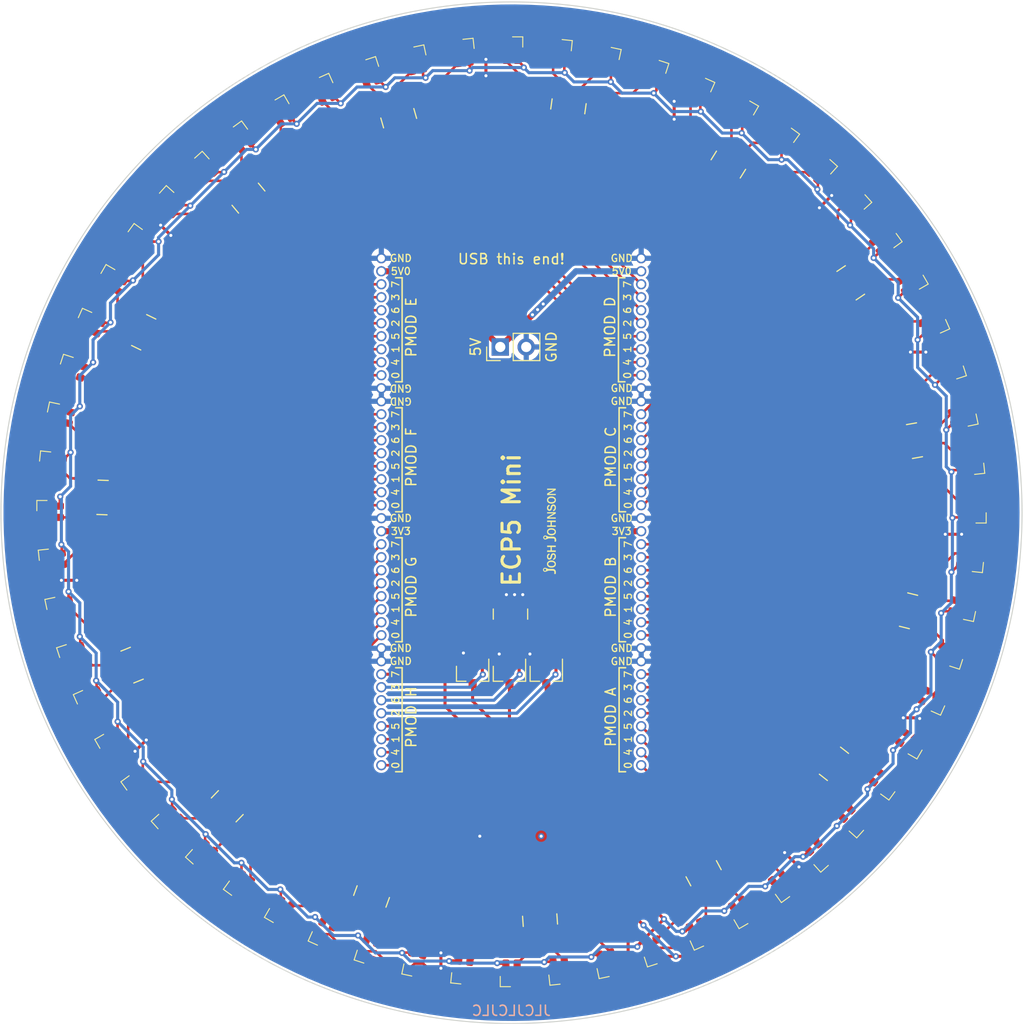
<source format=kicad_pcb>
(kicad_pcb (version 20200916) (generator pcbnew)
  (title_block (title "Quad PMOD") (date "2020-09-20") (rev "0.1") (company "Josh Johnson"))
  (layers (0 "F.Cu" signal) (31 "B.Cu" signal) (34 "B.Paste" user) (35 "F.Paste" user) (36 "B.SilkS" user) (37 "F.SilkS" user) (38 "B.Mask" user) (39 "F.Mask" user) (44 "Edge.Cuts" user))
  (net 0 "")
  (net 1 "/PORT_B0")
  (net 2 "/PORT_B4")
  (net 3 "/PORT_B1")
  (net 4 "/PORT_B5")
  (net 5 "/PORT_B2")
  (net 6 "/PORT_B6")
  (net 7 "/PORT_B3")
  (net 8 "/PORT_B7")
  (net 9 "/PORT_C0")
  (net 10 "/PORT_C4")
  (net 11 "/PORT_C1")
  (net 12 "/PORT_C5")
  (net 13 "/PORT_C2")
  (net 14 "/PORT_C6")
  (net 15 "/PORT_C3")
  (net 16 "/PORT_C7")
  (net 17 "/PORT_D0")
  (net 18 "/PORT_D4")
  (net 19 "/PORT_D1")
  (net 20 "/PORT_D5")
  (net 21 "/PORT_D2")
  (net 22 "/PORT_D6")
  (net 23 "/PORT_D3")
  (net 24 "/PORT_D7")
  (net 25 "/PORT_G0")
  (net 26 "/PORT_G4")
  (net 27 "/PORT_G1")
  (net 28 "/PORT_G5")
  (net 29 "/PORT_G2")
  (net 30 "/PORT_G6")
  (net 31 "/PORT_G3")
  (net 32 "/PORT_G7")
  (net 33 "/PORT_F0")
  (net 34 "/PORT_F4")
  (net 35 "/PORT_F1")
  (net 36 "/PORT_F5")
  (net 37 "/PORT_F2")
  (net 38 "/PORT_F6")
  (net 39 "/PORT_F3")
  (net 40 "/PORT_F7")
  (net 41 "/PORT_E0")
  (net 42 "GND")
  (net 43 "/PORT_E4")
  (net 44 "/PORT_E1")
  (net 45 "/PORT_E5")
  (net 46 "/PORT_E2")
  (net 47 "+3V3")
  (net 48 "/PORT_E6")
  (net 49 "/PORT_E3")
  (net 50 "/PORT_E7")
  (net 51 "/PORT_H7")
  (net 52 "/PORT_H3")
  (net 53 "/PORT_H6")
  (net 54 "/PORT_H2")
  (net 55 "/PORT_H5")
  (net 56 "/PORT_H1")
  (net 57 "/PORT_H4")
  (net 58 "/PORT_H0")
  (net 59 "/PORT_A0")
  (net 60 "/PORT_A4")
  (net 61 "/PORT_A1")
  (net 62 "/PORT_A5")
  (net 63 "/PORT_A2")
  (net 64 "/PORT_A6")
  (net 65 "/PORT_A3")
  (net 66 "/PORT_A7")
  (net 67 "/CAT_R")
  (net 68 "Net-(D1-Pad3)")
  (net 69 "/CAT_B")
  (net 70 "/CAT_G")
  (net 71 "Net-(D2-Pad3)")
  (net 72 "Net-(D3-Pad3)")
  (net 73 "Net-(D4-Pad3)")
  (net 74 "Net-(D5-Pad3)")
  (net 75 "Net-(D6-Pad3)")
  (net 76 "Net-(D7-Pad3)")
  (net 77 "Net-(D8-Pad3)")
  (net 78 "Net-(D9-Pad3)")
  (net 79 "Net-(D10-Pad3)")
  (net 80 "Net-(D11-Pad3)")
  (net 81 "Net-(D12-Pad3)")
  (net 82 "Net-(D13-Pad3)")
  (net 83 "Net-(D14-Pad3)")
  (net 84 "Net-(D15-Pad3)")
  (net 85 "Net-(D16-Pad3)")
  (net 86 "Net-(D17-Pad3)")
  (net 87 "Net-(D18-Pad3)")
  (net 88 "Net-(D19-Pad3)")
  (net 89 "Net-(D20-Pad3)")
  (net 90 "Net-(D21-Pad3)")
  (net 91 "Net-(D22-Pad3)")
  (net 92 "Net-(D23-Pad3)")
  (net 93 "Net-(D24-Pad3)")
  (net 94 "Net-(D25-Pad3)")
  (net 95 "Net-(D26-Pad3)")
  (net 96 "Net-(D27-Pad3)")
  (net 97 "Net-(D28-Pad3)")
  (net 98 "Net-(D29-Pad3)")
  (net 99 "Net-(D30-Pad3)")
  (net 100 "Net-(D31-Pad3)")
  (net 101 "Net-(D32-Pad3)")
  (net 102 "Net-(D33-Pad3)")
  (net 103 "Net-(D34-Pad3)")
  (net 104 "Net-(D35-Pad3)")
  (net 105 "Net-(D36-Pad3)")
  (net 106 "Net-(D37-Pad3)")
  (net 107 "Net-(D38-Pad3)")
  (net 108 "Net-(D39-Pad3)")
  (net 109 "Net-(D40-Pad3)")
  (net 110 "Net-(D41-Pad3)")
  (net 111 "Net-(D42-Pad3)")
  (net 112 "Net-(D43-Pad3)")
  (net 113 "Net-(D44-Pad3)")
  (net 114 "Net-(D45-Pad3)")
  (net 115 "Net-(D46-Pad3)")
  (net 116 "Net-(D47-Pad3)")
  (net 117 "Net-(D48-Pad3)")
  (net 118 "Net-(D49-Pad3)")
  (net 119 "Net-(D50-Pad3)")
  (net 120 "Net-(D51-Pad3)")
  (net 121 "Net-(D52-Pad3)")
  (net 122 "Net-(D53-Pad3)")
  (net 123 "Net-(D54-Pad3)")
  (net 124 "Net-(D55-Pad3)")
  (net 125 "Net-(D56-Pad3)")
  (net 126 "Net-(D57-Pad3)")
  (net 127 "Net-(D58-Pad3)")
  (net 128 "Net-(D59-Pad3)")
  (net 129 "Net-(D60-Pad3)")
  (net 130 "+5V")
  (module "josh-led:LED_TRI_2020" (layer "F.Cu") (at 159.356026 144.016642 102)
    (fp_text reference "D13" hide)
    (fp_text value "2020RGBA")
    (pad "1" smd roundrect (at -0.85 -0.55 102) (size 0.8 0.7) (layers "F.Cu" "F.Paste" "F.Mask") (net 67 "/CAT_R"))
    (pad "2" smd roundrect (at 0.85 -0.55 102) (size 0.8 0.7) (layers "F.Cu" "F.Paste" "F.Mask") (net 69 "/CAT_B"))
    (pad "3" smd roundrect (at 0.85 0.55 102) (size 0.8 0.7) (layers "F.Cu" "F.Paste" "F.Mask") (net 82 "Net-(D13-Pad3)"))
    (pad "4" smd roundrect (at -0.85 0.55 102) (size 0.8 0.7) (layers "F.Cu" "F.Paste" "F.Mask") (net 70 "/CAT_G"))
  )
  (module "josh-led:LED_TRI_2020" (layer "F.Cu") (at 150 55 -90)
    (fp_text reference "D45" hide)
    (fp_text value "2020RGBA")
    (pad "1" smd roundrect (at -0.85 -0.55 270) (size 0.8 0.7) (layers "F.Cu" "F.Paste" "F.Mask") (net 67 "/CAT_R"))
    (pad "2" smd roundrect (at 0.85 -0.55 270) (size 0.8 0.7) (layers "F.Cu" "F.Paste" "F.Mask") (net 69 "/CAT_B"))
    (pad "3" smd roundrect (at 0.85 0.55 270) (size 0.8 0.7) (layers "F.Cu" "F.Paste" "F.Mask") (net 114 "Net-(D45-Pad3)"))
    (pad "4" smd roundrect (at -0.85 0.55 270) (size 0.8 0.7) (layers "F.Cu" "F.Paste" "F.Mask") (net 70 "/CAT_G"))
  )
  (module "Resistor_SMD:R_Array_Convex_4x0603" (layer "F.Cu") (at 110.024366 98.60402 -2)
    (fp_text reference "RN8" hide)
    (fp_text value "470R")
    (pad "1" smd rect (at -0.9 -1.2 358) (size 0.8 0.5) (layers "F.Cu" "F.Paste" "F.Mask") (net 101 "Net-(D32-Pad3)"))
    (pad "2" smd rect (at -0.9 -0.4 358) (size 0.8 0.4) (layers "F.Cu" "F.Paste" "F.Mask") (net 100 "Net-(D31-Pad3)"))
    (pad "3" smd rect (at -0.9 0.4 358) (size 0.8 0.4) (layers "F.Cu" "F.Paste" "F.Mask") (net 99 "Net-(D30-Pad3)"))
    (pad "4" smd rect (at -0.9 1.2 358) (size 0.8 0.5) (layers "F.Cu" "F.Paste" "F.Mask") (net 98 "Net-(D29-Pad3)"))
    (pad "5" smd rect (at 0.9 1.2 358) (size 0.8 0.5) (layers "F.Cu" "F.Paste" "F.Mask") (net 37 "/PORT_F2"))
    (pad "6" smd rect (at 0.9 0.4 358) (size 0.8 0.4) (layers "F.Cu" "F.Paste" "F.Mask") (net 38 "/PORT_F6"))
    (pad "7" smd rect (at 0.9 -0.4 358) (size 0.8 0.4) (layers "F.Cu" "F.Paste" "F.Mask") (net 39 "/PORT_F3"))
    (pad "8" smd rect (at 0.9 -1.2 358) (size 0.8 0.5) (layers "F.Cu" "F.Paste" "F.Mask") (net 40 "/PORT_F7"))
  )
  (module "josh-led:LED_TRI_2020" (layer "F.Cu") (at 172.5 61.028856 -120)
    (fp_text reference "D50" hide)
    (fp_text value "2020RGBA")
    (pad "1" smd roundrect (at -0.85 -0.55 240) (size 0.8 0.7) (layers "F.Cu" "F.Paste" "F.Mask") (net 67 "/CAT_R"))
    (pad "2" smd roundrect (at 0.85 -0.55 240) (size 0.8 0.7) (layers "F.Cu" "F.Paste" "F.Mask") (net 69 "/CAT_B"))
    (pad "3" smd roundrect (at 0.85 0.55 240) (size 0.8 0.7) (layers "F.Cu" "F.Paste" "F.Mask") (net 119 "Net-(D50-Pad3)"))
    (pad "4" smd roundrect (at -0.85 0.55 240) (size 0.8 0.7) (layers "F.Cu" "F.Paste" "F.Mask") (net 70 "/CAT_G"))
  )
  (module "josh-led:LED_TRI_2020" (layer "F.Cu") (at 176.450336 63.594235 -126)
    (fp_text reference "D51" hide)
    (fp_text value "2020RGBA")
    (pad "1" smd roundrect (at -0.85 -0.55 234) (size 0.8 0.7) (layers "F.Cu" "F.Paste" "F.Mask") (net 67 "/CAT_R"))
    (pad "2" smd roundrect (at 0.85 -0.55 234) (size 0.8 0.7) (layers "F.Cu" "F.Paste" "F.Mask") (net 69 "/CAT_B"))
    (pad "3" smd roundrect (at 0.85 0.55 234) (size 0.8 0.7) (layers "F.Cu" "F.Paste" "F.Mask") (net 120 "Net-(D51-Pad3)"))
    (pad "4" smd roundrect (at -0.85 0.55 234) (size 0.8 0.7) (layers "F.Cu" "F.Paste" "F.Mask") (net 70 "/CAT_G"))
  )
  (module "josh-connectors:ECP5-Mini-Edge-40x1.27" (layer "F.Cu") (at 138.5465 124.765 180)
    (fp_text reference "J4" hide)
    (fp_text value "S7 Mini")
    (pad "1" thru_hole circle (at 1.27 0 180) (size 1 1) (drill 0.7) (layers *.Cu *.Mask) (net 58 "/PORT_H0") (clearance 0.25))
    (pad "2" thru_hole oval (at 1.27 1.27 180) (size 1 1) (drill 0.7) (layers *.Cu *.Mask) (net 57 "/PORT_H4") (clearance 0.25))
    (pad "3" thru_hole oval (at 1.27 2.54 180) (size 1 1) (drill 0.7) (layers *.Cu *.Mask) (net 56 "/PORT_H1") (clearance 0.25))
    (pad "4" thru_hole oval (at 1.27 3.81 180) (size 1 1) (drill 0.7) (layers *.Cu *.Mask) (net 55 "/PORT_H5") (clearance 0.25))
    (pad "5" thru_hole oval (at 1.27 5.08 180) (size 1 1) (drill 0.7) (layers *.Cu *.Mask) (net 54 "/PORT_H2") (clearance 0.25))
    (pad "6" thru_hole oval (at 1.27 6.35 180) (size 1 1) (drill 0.7) (layers *.Cu *.Mask) (net 53 "/PORT_H6") (clearance 0.25))
    (pad "7" thru_hole oval (at 1.27 7.62 180) (size 1 1) (drill 0.7) (layers *.Cu *.Mask) (net 52 "/PORT_H3") (clearance 0.25))
    (pad "8" thru_hole oval (at 1.27 8.89 180) (size 1 1) (drill 0.7) (layers *.Cu *.Mask) (net 51 "/PORT_H7") (clearance 0.25))
    (pad "9" thru_hole oval (at 1.27 10.16 180) (size 1 1) (drill 0.7) (layers *.Cu *.Mask) (net 42 "GND") (clearance 0.25))
    (pad "10" thru_hole oval (at 1.27 11.43 180) (size 1 1) (drill 0.7) (layers *.Cu *.Mask) (net 42 "GND") (clearance 0.25))
    (pad "11" thru_hole oval (at 1.27 12.7 180) (size 1 1) (drill 0.7) (layers *.Cu *.Mask) (net 25 "/PORT_G0") (clearance 0.25))
    (pad "12" thru_hole oval (at 1.27 13.97 180) (size 1 1) (drill 0.7) (layers *.Cu *.Mask) (net 26 "/PORT_G4") (clearance 0.25))
    (pad "13" thru_hole oval (at 1.27 15.24 180) (size 1 1) (drill 0.7) (layers *.Cu *.Mask) (net 27 "/PORT_G1") (clearance 0.25))
    (pad "14" thru_hole oval (at 1.27 16.51 180) (size 1 1) (drill 0.7) (layers *.Cu *.Mask) (net 28 "/PORT_G5") (clearance 0.25))
    (pad "15" thru_hole oval (at 1.27 17.78 180) (size 1 1) (drill 0.7) (layers *.Cu *.Mask) (net 29 "/PORT_G2") (clearance 0.25))
    (pad "16" thru_hole oval (at 1.27 19.05 180) (size 1 1) (drill 0.7) (layers *.Cu *.Mask) (net 30 "/PORT_G6") (clearance 0.25))
    (pad "17" thru_hole oval (at 1.27 20.32 180) (size 1 1) (drill 0.7) (layers *.Cu *.Mask) (net 31 "/PORT_G3") (clearance 0.25))
    (pad "18" thru_hole oval (at 1.27 21.59 180) (size 1 1) (drill 0.7) (layers *.Cu *.Mask) (net 32 "/PORT_G7"))
    (pad "19" thru_hole oval (at 1.27 22.86 180) (size 1 1) (drill 0.7) (layers *.Cu *.Mask) (net 47 "+3V3"))
    (pad "20" thru_hole oval (at 1.27 24.13 180) (size 1 1) (drill 0.7) (layers *.Cu *.Mask) (net 42 "GND"))
    (pad "21" thru_hole oval (at 1.27 25.4 180) (size 1 1) (drill 0.7) (layers *.Cu *.Mask) (net 33 "/PORT_F0") (clearance 0.25))
    (pad "22" thru_hole oval (at 1.27 26.67 180) (size 1 1) (drill 0.7) (layers *.Cu *.Mask) (net 34 "/PORT_F4") (clearance 0.25))
    (pad "23" thru_hole oval (at 1.27 27.94 180) (size 1 1) (drill 0.7) (layers *.Cu *.Mask) (net 35 "/PORT_F1") (clearance 0.25))
    (pad "24" thru_hole oval (at 1.27 29.21 180) (size 1 1) (drill 0.7) (layers *.Cu *.Mask) (net 36 "/PORT_F5") (clearance 0.25))
    (pad "25" thru_hole oval (at 1.27 30.48 180) (size 1 1) (drill 0.7) (layers *.Cu *.Mask) (net 37 "/PORT_F2"))
    (pad "26" thru_hole oval (at 1.27 31.75 180) (size 1 1) (drill 0.7) (layers *.Cu *.Mask) (net 38 "/PORT_F6"))
    (pad "27" thru_hole oval (at 1.27 33.02 180) (size 1 1) (drill 0.7) (layers *.Cu *.Mask) (net 39 "/PORT_F3") (clearance 0.25))
    (pad "28" thru_hole oval (at 1.27 34.29 180) (size 1 1) (drill 0.7) (layers *.Cu *.Mask) (net 40 "/PORT_F7"))
    (pad "29" thru_hole oval (at 1.27 35.56 180) (size 1 1) (drill 0.7) (layers *.Cu *.Mask) (net 42 "GND") (clearance 0.25))
    (pad "30" thru_hole oval (at 1.27 36.83 180) (size 1 1) (drill 0.7) (layers *.Cu *.Mask) (net 42 "GND") (clearance 0.25))
    (pad "31" thru_hole oval (at 1.27 38.1 180) (size 1 1) (drill 0.7) (layers *.Cu *.Mask) (net 41 "/PORT_E0"))
    (pad "32" thru_hole oval (at 1.27 39.37 180) (size 1 1) (drill 0.7) (layers *.Cu *.Mask) (net 43 "/PORT_E4") (clearance 0.25))
    (pad "33" thru_hole oval (at 1.27 40.64 180) (size 1 1) (drill 0.7) (layers *.Cu *.Mask) (net 44 "/PORT_E1") (clearance 0.25))
    (pad "34" thru_hole oval (at 1.27 41.91 180) (size 1 1) (drill 0.7) (layers *.Cu *.Mask) (net 45 "/PORT_E5") (clearance 0.25))
    (pad "35" thru_hole oval (at 1.27 43.18 180) (size 1 1) (drill 0.7) (layers *.Cu *.Mask) (net 46 "/PORT_E2") (clearance 0.25))
    (pad "36" thru_hole oval (at 1.27 44.45 180) (size 1 1) (drill 0.7) (layers *.Cu *.Mask) (net 48 "/PORT_E6"))
    (pad "37" thru_hole oval (at 1.27 45.72 180) (size 1 1) (drill 0.7) (layers *.Cu *.Mask) (net 49 "/PORT_E3") (clearance 0.25))
    (pad "38" thru_hole oval (at 1.27 46.99 180) (size 1 1) (drill 0.7) (layers *.Cu *.Mask) (net 50 "/PORT_E7"))
    (pad "39" thru_hole oval (at 1.27 48.26 180) (size 1 1) (drill 0.7) (layers *.Cu *.Mask) (net 130 "+5V"))
    (pad "40" thru_hole oval (at 1.27 49.53 180) (size 1 1) (drill 0.7) (layers *.Cu *.Mask) (net 42 "GND"))
  )
  (module "josh-led:LED_TRI_2020" (layer "F.Cu") (at 172.5 138.971143 120)
    (fp_text reference "D10" hide)
    (fp_text value "2020RGBA")
    (pad "1" smd roundrect (at -0.85 -0.55 120) (size 0.8 0.7) (layers "F.Cu" "F.Paste" "F.Mask") (net 67 "/CAT_R"))
    (pad "2" smd roundrect (at 0.85 -0.55 120) (size 0.8 0.7) (layers "F.Cu" "F.Paste" "F.Mask") (net 69 "/CAT_B"))
    (pad "3" smd roundrect (at 0.85 0.55 120) (size 0.8 0.7) (layers "F.Cu" "F.Paste" "F.Mask") (net 79 "Net-(D10-Pad3)"))
    (pad "4" smd roundrect (at -0.85 0.55 120) (size 0.8 0.7) (layers "F.Cu" "F.Paste" "F.Mask") (net 70 "/CAT_G"))
  )
  (module "Resistor_SMD:R_Array_Convex_4x0603" (layer "F.Cu") (at 152.790258 139.902562 94)
    (fp_text reference "RN4" hide)
    (fp_text value "470R")
    (pad "1" smd rect (at -0.9 -1.2 94) (size 0.8 0.5) (layers "F.Cu" "F.Paste" "F.Mask") (net 85 "Net-(D16-Pad3)"))
    (pad "2" smd rect (at -0.9 -0.4 94) (size 0.8 0.4) (layers "F.Cu" "F.Paste" "F.Mask") (net 84 "Net-(D15-Pad3)"))
    (pad "3" smd rect (at -0.9 0.4 94) (size 0.8 0.4) (layers "F.Cu" "F.Paste" "F.Mask") (net 83 "Net-(D14-Pad3)"))
    (pad "4" smd rect (at -0.9 1.2 94) (size 0.8 0.5) (layers "F.Cu" "F.Paste" "F.Mask") (net 82 "Net-(D13-Pad3)"))
    (pad "5" smd rect (at 0.9 1.2 94) (size 0.8 0.5) (layers "F.Cu" "F.Paste" "F.Mask") (net 55 "/PORT_H5"))
    (pad "6" smd rect (at 0.9 0.4 94) (size 0.8 0.4) (layers "F.Cu" "F.Paste" "F.Mask") (net 56 "/PORT_H1"))
    (pad "7" smd rect (at 0.9 -0.4 94) (size 0.8 0.4) (layers "F.Cu" "F.Paste" "F.Mask") (net 57 "/PORT_H4"))
    (pad "8" smd rect (at 0.9 -1.2 94) (size 0.8 0.5) (layers "F.Cu" "F.Paste" "F.Mask") (net 58 "/PORT_H0"))
  )
  (module "josh-led:LED_TRI_2020" (layer "F.Cu") (at 176.450336 136.405764 126)
    (fp_text reference "D9" hide)
    (fp_text value "2020RGBA")
    (pad "1" smd roundrect (at -0.85 -0.55 126) (size 0.8 0.7) (layers "F.Cu" "F.Paste" "F.Mask") (net 67 "/CAT_R"))
    (pad "2" smd roundrect (at 0.85 -0.55 126) (size 0.8 0.7) (layers "F.Cu" "F.Paste" "F.Mask") (net 69 "/CAT_B"))
    (pad "3" smd roundrect (at 0.85 0.55 126) (size 0.8 0.7) (layers "F.Cu" "F.Paste" "F.Mask") (net 78 "Net-(D9-Pad3)"))
    (pad "4" smd roundrect (at -0.85 0.55 126) (size 0.8 0.7) (layers "F.Cu" "F.Paste" "F.Mask") (net 70 "/CAT_G"))
  )
  (module "Resistor_SMD:R_Array_Convex_4x0603" (layer "F.Cu") (at 155.566924 60.389277 -98)
    (fp_text reference "RN12" hide)
    (fp_text value "470R")
    (pad "1" smd rect (at -0.9 -1.2 262) (size 0.8 0.5) (layers "F.Cu" "F.Paste" "F.Mask") (net 117 "Net-(D48-Pad3)"))
    (pad "2" smd rect (at -0.9 -0.4 262) (size 0.8 0.4) (layers "F.Cu" "F.Paste" "F.Mask") (net 116 "Net-(D47-Pad3)"))
    (pad "3" smd rect (at -0.9 0.4 262) (size 0.8 0.4) (layers "F.Cu" "F.Paste" "F.Mask") (net 115 "Net-(D46-Pad3)"))
    (pad "4" smd rect (at -0.9 1.2 262) (size 0.8 0.5) (layers "F.Cu" "F.Paste" "F.Mask") (net 114 "Net-(D45-Pad3)"))
    (pad "5" smd rect (at 0.9 1.2 262) (size 0.8 0.5) (layers "F.Cu" "F.Paste" "F.Mask") (net 21 "/PORT_D2"))
    (pad "6" smd rect (at 0.9 0.4 262) (size 0.8 0.4) (layers "F.Cu" "F.Paste" "F.Mask") (net 22 "/PORT_D6"))
    (pad "7" smd rect (at 0.9 -0.4 262) (size 0.8 0.4) (layers "F.Cu" "F.Paste" "F.Mask") (net 23 "/PORT_D3"))
    (pad "8" smd rect (at 0.9 -1.2 262) (size 0.8 0.5) (layers "F.Cu" "F.Paste" "F.Mask") (net 24 "/PORT_D7"))
  )
  (module "josh-led:LED_TRI_2020" (layer "F.Cu") (at 113.594235 73.549663 -36)
    (fp_text reference "D36" hide)
    (fp_text value "2020RGBA")
    (pad "1" smd roundrect (at -0.85 -0.55 324) (size 0.8 0.7) (layers "F.Cu" "F.Paste" "F.Mask") (net 67 "/CAT_R"))
    (pad "2" smd roundrect (at 0.85 -0.55 324) (size 0.8 0.7) (layers "F.Cu" "F.Paste" "F.Mask") (net 69 "/CAT_B"))
    (pad "3" smd roundrect (at 0.85 0.55 324) (size 0.8 0.7) (layers "F.Cu" "F.Paste" "F.Mask") (net 105 "Net-(D36-Pad3)"))
    (pad "4" smd roundrect (at -0.85 0.55 324) (size 0.8 0.7) (layers "F.Cu" "F.Paste" "F.Mask") (net 70 "/CAT_G"))
  )
  (module "josh-led:LED_TRI_2020" (layer "F.Cu") (at 105.983357 109.356026 12)
    (fp_text reference "D28" hide)
    (fp_text value "2020RGBA")
    (pad "1" smd roundrect (at -0.85 -0.55 12) (size 0.8 0.7) (layers "F.Cu" "F.Paste" "F.Mask") (net 67 "/CAT_R"))
    (pad "2" smd roundrect (at 0.85 -0.55 12) (size 0.8 0.7) (layers "F.Cu" "F.Paste" "F.Mask") (net 69 "/CAT_B"))
    (pad "3" smd roundrect (at 0.85 0.55 12) (size 0.8 0.7) (layers "F.Cu" "F.Paste" "F.Mask") (net 97 "Net-(D28-Pad3)"))
    (pad "4" smd roundrect (at -0.85 0.55 12) (size 0.8 0.7) (layers "F.Cu" "F.Paste" "F.Mask") (net 70 "/CAT_G"))
  )
  (module "josh-led:LED_TRI_2020" (layer "F.Cu") (at 194.753485 95.296219 -174)
    (fp_text reference "D59" hide)
    (fp_text value "2020RGBA")
    (pad "1" smd roundrect (at -0.85 -0.55 186) (size 0.8 0.7) (layers "F.Cu" "F.Paste" "F.Mask") (net 67 "/CAT_R"))
    (pad "2" smd roundrect (at 0.85 -0.55 186) (size 0.8 0.7) (layers "F.Cu" "F.Paste" "F.Mask") (net 69 "/CAT_B"))
    (pad "3" smd roundrect (at 0.85 0.55 186) (size 0.8 0.7) (layers "F.Cu" "F.Paste" "F.Mask") (net 128 "Net-(D59-Pad3)"))
    (pad "4" smd roundrect (at -0.85 0.55 186) (size 0.8 0.7) (layers "F.Cu" "F.Paste" "F.Mask") (net 70 "/CAT_G"))
  )
  (module "josh-led:LED_TRI_2020" (layer "F.Cu") (at 180.110877 133.441517 132)
    (fp_text reference "D8" hide)
    (fp_text value "2020RGBA")
    (pad "1" smd roundrect (at -0.85 -0.55 132) (size 0.8 0.7) (layers "F.Cu" "F.Paste" "F.Mask") (net 67 "/CAT_R"))
    (pad "2" smd roundrect (at 0.85 -0.55 132) (size 0.8 0.7) (layers "F.Cu" "F.Paste" "F.Mask") (net 69 "/CAT_B"))
    (pad "3" smd roundrect (at 0.85 0.55 132) (size 0.8 0.7) (layers "F.Cu" "F.Paste" "F.Mask") (net 77 "Net-(D8-Pad3)"))
    (pad "4" smd roundrect (at -0.85 0.55 132) (size 0.8 0.7) (layers "F.Cu" "F.Paste" "F.Mask") (net 70 "/CAT_G"))
  )
  (module "josh-led:LED_TRI_2020" (layer "F.Cu") (at 127.5 138.971143 60)
    (fp_text reference "D20" hide)
    (fp_text value "2020RGBA")
    (pad "1" smd roundrect (at -0.85 -0.55 60) (size 0.8 0.7) (layers "F.Cu" "F.Paste" "F.Mask") (net 67 "/CAT_R"))
    (pad "2" smd roundrect (at 0.85 -0.55 60) (size 0.8 0.7) (layers "F.Cu" "F.Paste" "F.Mask") (net 69 "/CAT_B"))
    (pad "3" smd roundrect (at 0.85 0.55 60) (size 0.8 0.7) (layers "F.Cu" "F.Paste" "F.Mask") (net 89 "Net-(D20-Pad3)"))
    (pad "4" smd roundrect (at -0.85 0.55 60) (size 0.8 0.7) (layers "F.Cu" "F.Paste" "F.Mask") (net 70 "/CAT_G"))
  )
  (module "Package_TO_SOT_SMD:SOT-23" (layer "F.Cu") (at 146.2 115.8 -90)
    (fp_text reference "Q1" hide)
    (fp_text value "DMG2302U")
    (pad "1" smd rect (at -1 -0.95 270) (size 0.9 0.8) (layers "F.Cu" "F.Paste" "F.Mask") (net 52 "/PORT_H3"))
    (pad "2" smd rect (at -1 0.95 270) (size 0.9 0.8) (layers "F.Cu" "F.Paste" "F.Mask") (net 42 "GND"))
    (pad "3" smd rect (at 1 0 270) (size 0.9 0.8) (layers "F.Cu" "F.Paste" "F.Mask") (net 67 "/CAT_R"))
  )
  (module "Resistor_SMD:R_Array_Convex_4x0603" (layer "F.Cu") (at 136.319194 137.587704 70)
    (fp_text reference "RN5" hide)
    (fp_text value "470R")
    (pad "1" smd rect (at -0.9 -1.2 70) (size 0.8 0.5) (layers "F.Cu" "F.Paste" "F.Mask") (net 89 "Net-(D20-Pad3)"))
    (pad "2" smd rect (at -0.9 -0.4 70) (size 0.8 0.4) (layers "F.Cu" "F.Paste" "F.Mask") (net 88 "Net-(D19-Pad3)"))
    (pad "3" smd rect (at -0.9 0.4 70) (size 0.8 0.4) (layers "F.Cu" "F.Paste" "F.Mask") (net 87 "Net-(D18-Pad3)"))
    (pad "4" smd rect (at -0.9 1.2 70) (size 0.8 0.5) (layers "F.Cu" "F.Paste" "F.Mask") (net 86 "Net-(D17-Pad3)"))
    (pad "5" smd rect (at 0.9 1.2 70) (size 0.8 0.5) (layers "F.Cu" "F.Paste" "F.Mask") (net 25 "/PORT_G0"))
    (pad "6" smd rect (at 0.9 0.4 70) (size 0.8 0.4) (layers "F.Cu" "F.Paste" "F.Mask") (net 26 "/PORT_G4"))
    (pad "7" smd rect (at 0.9 -0.4 70) (size 0.8 0.4) (layers "F.Cu" "F.Paste" "F.Mask") (net 27 "/PORT_G1"))
    (pad "8" smd rect (at 0.9 -1.2 70) (size 0.8 0.5) (layers "F.Cu" "F.Paste" "F.Mask") (net 28 "/PORT_G5"))
  )
  (module "Resistor_SMD:R_Array_Convex_4x0603" (layer "F.Cu") (at 138.974505 61.549532 -74)
    (fp_text reference "RN11" hide)
    (fp_text value "470R")
    (pad "1" smd rect (at -0.9 -1.2 286) (size 0.8 0.5) (layers "F.Cu" "F.Paste" "F.Mask") (net 113 "Net-(D44-Pad3)"))
    (pad "2" smd rect (at -0.9 -0.4 286) (size 0.8 0.4) (layers "F.Cu" "F.Paste" "F.Mask") (net 112 "Net-(D43-Pad3)"))
    (pad "3" smd rect (at -0.9 0.4 286) (size 0.8 0.4) (layers "F.Cu" "F.Paste" "F.Mask") (net 111 "Net-(D42-Pad3)"))
    (pad "4" smd rect (at -0.9 1.2 286) (size 0.8 0.5) (layers "F.Cu" "F.Paste" "F.Mask") (net 110 "Net-(D41-Pad3)"))
    (pad "5" smd rect (at 0.9 1.2 286) (size 0.8 0.5) (layers "F.Cu" "F.Paste" "F.Mask") (net 17 "/PORT_D0"))
    (pad "6" smd rect (at 0.9 0.4 286) (size 0.8 0.4) (layers "F.Cu" "F.Paste" "F.Mask") (net 18 "/PORT_D4"))
    (pad "7" smd rect (at 0.9 -0.4 286) (size 0.8 0.4) (layers "F.Cu" "F.Paste" "F.Mask") (net 19 "/PORT_D1"))
    (pad "8" smd rect (at 0.9 -1.2 286) (size 0.8 0.5) (layers "F.Cu" "F.Paste" "F.Mask") (net 20 "/PORT_D5"))
  )
  (module "josh-led:LED_TRI_2020" (layer "F.Cu") (at 105.983357 90.643973 -12)
    (fp_text reference "D32" hide)
    (fp_text value "2020RGBA")
    (pad "1" smd roundrect (at -0.85 -0.55 348) (size 0.8 0.7) (layers "F.Cu" "F.Paste" "F.Mask") (net 67 "/CAT_R"))
    (pad "2" smd roundrect (at 0.85 -0.55 348) (size 0.8 0.7) (layers "F.Cu" "F.Paste" "F.Mask") (net 69 "/CAT_B"))
    (pad "3" smd roundrect (at 0.85 0.55 348) (size 0.8 0.7) (layers "F.Cu" "F.Paste" "F.Mask") (net 101 "Net-(D32-Pad3)"))
    (pad "4" smd roundrect (at -0.85 0.55 348) (size 0.8 0.7) (layers "F.Cu" "F.Paste" "F.Mask") (net 70 "/CAT_G"))
  )
  (module "josh-led:LED_TRI_2020" (layer "F.Cu") (at 145.296219 144.753485 84)
    (fp_text reference "D16" hide)
    (fp_text value "2020RGBA")
    (pad "1" smd roundrect (at -0.85 -0.55 84) (size 0.8 0.7) (layers "F.Cu" "F.Paste" "F.Mask") (net 67 "/CAT_R"))
    (pad "2" smd roundrect (at 0.85 -0.55 84) (size 0.8 0.7) (layers "F.Cu" "F.Paste" "F.Mask") (net 69 "/CAT_B"))
    (pad "3" smd roundrect (at 0.85 0.55 84) (size 0.8 0.7) (layers "F.Cu" "F.Paste" "F.Mask") (net 85 "Net-(D16-Pad3)"))
    (pad "4" smd roundrect (at -0.85 0.55 84) (size 0.8 0.7) (layers "F.Cu" "F.Paste" "F.Mask") (net 70 "/CAT_G"))
  )
  (module "Resistor_SMD:R_Array_Convex_4x0603" (layer "F.Cu") (at 168.778862 135.317903 118)
    (fp_text reference "RN3" hide)
    (fp_text value "470R")
    (pad "1" smd rect (at -0.9 -1.2 118) (size 0.8 0.5) (layers "F.Cu" "F.Paste" "F.Mask") (net 81 "Net-(D12-Pad3)"))
    (pad "2" smd rect (at -0.9 -0.4 118) (size 0.8 0.4) (layers "F.Cu" "F.Paste" "F.Mask") (net 80 "Net-(D11-Pad3)"))
    (pad "3" smd rect (at -0.9 0.4 118) (size 0.8 0.4) (layers "F.Cu" "F.Paste" "F.Mask") (net 79 "Net-(D10-Pad3)"))
    (pad "4" smd rect (at -0.9 1.2 118) (size 0.8 0.5) (layers "F.Cu" "F.Paste" "F.Mask") (net 78 "Net-(D9-Pad3)"))
    (pad "5" smd rect (at 0.9 1.2 118) (size 0.8 0.5) (layers "F.Cu" "F.Paste" "F.Mask") (net 62 "/PORT_A5"))
    (pad "6" smd rect (at 0.9 0.4 118) (size 0.8 0.4) (layers "F.Cu" "F.Paste" "F.Mask") (net 61 "/PORT_A1"))
    (pad "7" smd rect (at 0.9 -0.4 118) (size 0.8 0.4) (layers "F.Cu" "F.Paste" "F.Mask") (net 60 "/PORT_A4"))
    (pad "8" smd rect (at 0.9 -1.2 118) (size 0.8 0.5) (layers "F.Cu" "F.Paste" "F.Mask") (net 59 "/PORT_A0"))
  )
  (module "josh-led:LED_TRI_2020" (layer "F.Cu") (at 150 145 90)
    (fp_text reference "D15" hide)
    (fp_text value "2020RGBA")
    (pad "1" smd roundrect (at -0.85 -0.55 90) (size 0.8 0.7) (layers "F.Cu" "F.Paste" "F.Mask") (net 67 "/CAT_R"))
    (pad "2" smd roundrect (at 0.85 -0.55 90) (size 0.8 0.7) (layers "F.Cu" "F.Paste" "F.Mask") (net 69 "/CAT_B"))
    (pad "3" smd roundrect (at 0.85 0.55 90) (size 0.8 0.7) (layers "F.Cu" "F.Paste" "F.Mask") (net 84 "Net-(D15-Pad3)"))
    (pad "4" smd roundrect (at -0.85 0.55 90) (size 0.8 0.7) (layers "F.Cu" "F.Paste" "F.Mask") (net 70 "/CAT_G"))
  )
  (module "josh-led:LED_TRI_2020" (layer "F.Cu") (at 168.303148 141.109545 114)
    (fp_text reference "D11" hide)
    (fp_text value "2020RGBA")
    (pad "1" smd roundrect (at -0.85 -0.55 114) (size 0.8 0.7) (layers "F.Cu" "F.Paste" "F.Mask") (net 67 "/CAT_R"))
    (pad "2" smd roundrect (at 0.85 -0.55 114) (size 0.8 0.7) (layers "F.Cu" "F.Paste" "F.Mask") (net 69 "/CAT_B"))
    (pad "3" smd roundrect (at 0.85 0.55 114) (size 0.8 0.7) (layers "F.Cu" "F.Paste" "F.Mask") (net 80 "Net-(D11-Pad3)"))
    (pad "4" smd roundrect (at -0.85 0.55 114) (size 0.8 0.7) (layers "F.Cu" "F.Paste" "F.Mask") (net 70 "/CAT_G"))
  )
  (module "josh-led:LED_TRI_2020" (layer "F.Cu") (at 111.028856 122.5 30)
    (fp_text reference "D25" hide)
    (fp_text value "2020RGBA")
    (pad "1" smd roundrect (at -0.85 -0.55 30) (size 0.8 0.7) (layers "F.Cu" "F.Paste" "F.Mask") (net 67 "/CAT_R"))
    (pad "2" smd roundrect (at 0.85 -0.55 30) (size 0.8 0.7) (layers "F.Cu" "F.Paste" "F.Mask") (net 69 "/CAT_B"))
    (pad "3" smd roundrect (at 0.85 0.55 30) (size 0.8 0.7) (layers "F.Cu" "F.Paste" "F.Mask") (net 94 "Net-(D25-Pad3)"))
    (pad "4" smd roundrect (at -0.85 0.55 30) (size 0.8 0.7) (layers "F.Cu" "F.Paste" "F.Mask") (net 70 "/CAT_G"))
  )
  (module "josh-logos:josh-johnson-logo-8_6x1_5" (layer "F.Cu") (at 153.7 101.9 90)
    (fp_text reference "LOGO1" hide)
    (fp_text value "Josh-Logo" hide)
  )
  (module "josh-led:LED_TRI_2020" (layer "F.Cu") (at 183.441517 69.889122 -138)
    (fp_text reference "D53" hide)
    (fp_text value "2020RGBA")
    (pad "1" smd roundrect (at -0.85 -0.55 222) (size 0.8 0.7) (layers "F.Cu" "F.Paste" "F.Mask") (net 67 "/CAT_R"))
    (pad "2" smd roundrect (at 0.85 -0.55 222) (size 0.8 0.7) (layers "F.Cu" "F.Paste" "F.Mask") (net 69 "/CAT_B"))
    (pad "3" smd roundrect (at 0.85 0.55 222) (size 0.8 0.7) (layers "F.Cu" "F.Paste" "F.Mask") (net 122 "Net-(D53-Pad3)"))
    (pad "4" smd roundrect (at -0.85 0.55 222) (size 0.8 0.7) (layers "F.Cu" "F.Paste" "F.Mask") (net 70 "/CAT_G"))
  )
  (module "josh-led:LED_TRI_2020" (layer "F.Cu") (at 140.643973 144.016642 78)
    (fp_text reference "D17" hide)
    (fp_text value "2020RGBA")
    (pad "1" smd roundrect (at -0.85 -0.55 78) (size 0.8 0.7) (layers "F.Cu" "F.Paste" "F.Mask") (net 67 "/CAT_R"))
    (pad "2" smd roundrect (at 0.85 -0.55 78) (size 0.8 0.7) (layers "F.Cu" "F.Paste" "F.Mask") (net 69 "/CAT_B"))
    (pad "3" smd roundrect (at 0.85 0.55 78) (size 0.8 0.7) (layers "F.Cu" "F.Paste" "F.Mask") (net 86 "Net-(D17-Pad3)"))
    (pad "4" smd roundrect (at -0.85 0.55 78) (size 0.8 0.7) (layers "F.Cu" "F.Paste" "F.Mask") (net 70 "/CAT_G"))
  )
  (module "josh-led:LED_TRI_2020" (layer "F.Cu") (at 191.109545 118.303148 156)
    (fp_text reference "D4" hide)
    (fp_text value "2020RGBA")
    (pad "1" smd roundrect (at -0.85 -0.55 156) (size 0.8 0.7) (layers "F.Cu" "F.Paste" "F.Mask") (net 67 "/CAT_R"))
    (pad "2" smd roundrect (at 0.85 -0.55 156) (size 0.8 0.7) (layers "F.Cu" "F.Paste" "F.Mask") (net 69 "/CAT_B"))
    (pad "3" smd roundrect (at 0.85 0.55 156) (size 0.8 0.7) (layers "F.Cu" "F.Paste" "F.Mask") (net 73 "Net-(D4-Pad3)"))
    (pad "4" smd roundrect (at -0.85 0.55 156) (size 0.8 0.7) (layers "F.Cu" "F.Paste" "F.Mask") (net 70 "/CAT_G"))
  )
  (module "josh-led:LED_TRI_2020" (layer "F.Cu") (at 192.797543 86.094235 -162)
    (fp_text reference "D57" hide)
    (fp_text value "2020RGBA")
    (pad "1" smd roundrect (at -0.85 -0.55 198) (size 0.8 0.7) (layers "F.Cu" "F.Paste" "F.Mask") (net 67 "/CAT_R"))
    (pad "2" smd roundrect (at 0.85 -0.55 198) (size 0.8 0.7) (layers "F.Cu" "F.Paste" "F.Mask") (net 69 "/CAT_B"))
    (pad "3" smd roundrect (at 0.85 0.55 198) (size 0.8 0.7) (layers "F.Cu" "F.Paste" "F.Mask") (net 126 "Net-(D57-Pad3)"))
    (pad "4" smd roundrect (at -0.85 0.55 198) (size 0.8 0.7) (layers "F.Cu" "F.Paste" "F.Mask") (net 70 "/CAT_G"))
  )
  (module "Connector_PinHeader_2.54mm:PinHeader_1x02_P2.54mm_Vertical" (layer "F.Cu") (at 148.9 83.9 90)
    (fp_text reference "J1" hide)
    (fp_text value "PWR")
    (pad "1" thru_hole rect (at 0 0 90) (size 1.7 1.7) (drill 1) (layers *.Cu *.Mask) (net 130 "+5V"))
    (pad "2" thru_hole oval (at 0 2.54 90) (size 1.7 1.7) (drill 1) (layers *.Cu *.Mask) (net 42 "GND"))
  )
  (module "josh-led:LED_TRI_2020" (layer "F.Cu") (at 123.549663 136.405764 54)
    (fp_text reference "D21" hide)
    (fp_text value "2020RGBA")
    (pad "1" smd roundrect (at -0.85 -0.55 54) (size 0.8 0.7) (layers "F.Cu" "F.Paste" "F.Mask") (net 67 "/CAT_R"))
    (pad "2" smd roundrect (at 0.85 -0.55 54) (size 0.8 0.7) (layers "F.Cu" "F.Paste" "F.Mask") (net 69 "/CAT_B"))
    (pad "3" smd roundrect (at 0.85 0.55 54) (size 0.8 0.7) (layers "F.Cu" "F.Paste" "F.Mask") (net 90 "Net-(D21-Pad3)"))
    (pad "4" smd roundrect (at -0.85 0.55 54) (size 0.8 0.7) (layers "F.Cu" "F.Paste" "F.Mask") (net 70 "/CAT_G"))
  )
  (module "josh-led:LED_TRI_2020" (layer "F.Cu") (at 136.094235 57.202456 -72)
    (fp_text reference "D42" hide)
    (fp_text value "2020RGBA")
    (pad "1" smd roundrect (at -0.85 -0.55 288) (size 0.8 0.7) (layers "F.Cu" "F.Paste" "F.Mask") (net 67 "/CAT_R"))
    (pad "2" smd roundrect (at 0.85 -0.55 288) (size 0.8 0.7) (layers "F.Cu" "F.Paste" "F.Mask") (net 69 "/CAT_B"))
    (pad "3" smd roundrect (at 0.85 0.55 288) (size 0.8 0.7) (layers "F.Cu" "F.Paste" "F.Mask") (net 111 "Net-(D42-Pad3)"))
    (pad "4" smd roundrect (at -0.85 0.55 288) (size 0.8 0.7) (layers "F.Cu" "F.Paste" "F.Mask") (net 70 "/CAT_G"))
  )
  (module "josh-led:LED_TRI_2020" (layer "F.Cu") (at 163.905764 57.202456 -108)
    (fp_text reference "D48" hide)
    (fp_text value "2020RGBA")
    (pad "1" smd roundrect (at -0.85 -0.55 252) (size 0.8 0.7) (layers "F.Cu" "F.Paste" "F.Mask") (net 67 "/CAT_R"))
    (pad "2" smd roundrect (at 0.85 -0.55 252) (size 0.8 0.7) (layers "F.Cu" "F.Paste" "F.Mask") (net 69 "/CAT_B"))
    (pad "3" smd roundrect (at 0.85 0.55 252) (size 0.8 0.7) (layers "F.Cu" "F.Paste" "F.Mask") (net 117 "Net-(D48-Pad3)"))
    (pad "4" smd roundrect (at -0.85 0.55 252) (size 0.8 0.7) (layers "F.Cu" "F.Paste" "F.Mask") (net 70 "/CAT_G"))
  )
  (module "josh-led:LED_TRI_2020" (layer "F.Cu") (at 195 100 180)
    (fp_text reference "D60" hide)
    (fp_text value "2020RGBA")
    (pad "1" smd roundrect (at -0.85 -0.55 180) (size 0.8 0.7) (layers "F.Cu" "F.Paste" "F.Mask") (net 67 "/CAT_R"))
    (pad "2" smd roundrect (at 0.85 -0.55 180) (size 0.8 0.7) (layers "F.Cu" "F.Paste" "F.Mask") (net 69 "/CAT_B"))
    (pad "3" smd roundrect (at 0.85 0.55 180) (size 0.8 0.7) (layers "F.Cu" "F.Paste" "F.Mask") (net 129 "Net-(D60-Pad3)"))
    (pad "4" smd roundrect (at -0.85 0.55 180) (size 0.8 0.7) (layers "F.Cu" "F.Paste" "F.Mask") (net 70 "/CAT_G"))
  )
  (module "josh-led:LED_TRI_2020" (layer "F.Cu") (at 123.549663 63.594235 -54)
    (fp_text reference "D39" hide)
    (fp_text value "2020RGBA")
    (pad "1" smd roundrect (at -0.85 -0.55 306) (size 0.8 0.7) (layers "F.Cu" "F.Paste" "F.Mask") (net 67 "/CAT_R"))
    (pad "2" smd roundrect (at 0.85 -0.55 306) (size 0.8 0.7) (layers "F.Cu" "F.Paste" "F.Mask") (net 69 "/CAT_B"))
    (pad "3" smd roundrect (at 0.85 0.55 306) (size 0.8 0.7) (layers "F.Cu" "F.Paste" "F.Mask") (net 108 "Net-(D39-Pad3)"))
    (pad "4" smd roundrect (at -0.85 0.55 306) (size 0.8 0.7) (layers "F.Cu" "F.Paste" "F.Mask") (net 70 "/CAT_G"))
  )
  (module "josh-led:LED_TRI_2020" (layer "F.Cu") (at 188.971143 122.5 150)
    (fp_text reference "D5" hide)
    (fp_text value "2020RGBA")
    (pad "1" smd roundrect (at -0.85 -0.55 150) (size 0.8 0.7) (layers "F.Cu" "F.Paste" "F.Mask") (net 67 "/CAT_R"))
    (pad "2" smd roundrect (at 0.85 -0.55 150) (size 0.8 0.7) (layers "F.Cu" "F.Paste" "F.Mask") (net 69 "/CAT_B"))
    (pad "3" smd roundrect (at 0.85 0.55 150) (size 0.8 0.7) (layers "F.Cu" "F.Paste" "F.Mask") (net 74 "Net-(D5-Pad3)"))
    (pad "4" smd roundrect (at -0.85 0.55 150) (size 0.8 0.7) (layers "F.Cu" "F.Paste" "F.Mask") (net 70 "/CAT_G"))
  )
  (module "josh-led:LED_TRI_2020" (layer "F.Cu") (at 194.016642 109.356026 168)
    (fp_text reference "D2" hide)
    (fp_text value "2020RGBA")
    (pad "1" smd roundrect (at -0.85 -0.55 168) (size 0.8 0.7) (layers "F.Cu" "F.Paste" "F.Mask") (net 67 "/CAT_R"))
    (pad "2" smd roundrect (at 0.85 -0.55 168) (size 0.8 0.7) (layers "F.Cu" "F.Paste" "F.Mask") (net 69 "/CAT_B"))
    (pad "3" smd roundrect (at 0.85 0.55 168) (size 0.8 0.7) (layers "F.Cu" "F.Paste" "F.Mask") (net 71 "Net-(D2-Pad3)"))
    (pad "4" smd roundrect (at -0.85 0.55 168) (size 0.8 0.7) (layers "F.Cu" "F.Paste" "F.Mask") (net 70 "/CAT_G"))
  )
  (module "Resistor_SMD:R_Array_Convex_4x0603" (layer "F.Cu") (at 149.9 110 -90)
    (fp_text reference "RN16" hide)
    (fp_text value "10K")
    (pad "1" smd rect (at -0.9 -1.2 270) (size 0.8 0.5) (layers "F.Cu" "F.Paste" "F.Mask") (net 42 "GND"))
    (pad "2" smd rect (at -0.9 -0.4 270) (size 0.8 0.4) (layers "F.Cu" "F.Paste" "F.Mask") (net 42 "GND"))
    (pad "3" smd rect (at -0.9 0.4 270) (size 0.8 0.4) (layers "F.Cu" "F.Paste" "F.Mask") (net 42 "GND"))
    (pad "4" smd rect (at -0.9 1.2 270) (size 0.8 0.5) (layers "F.Cu" "F.Paste" "F.Mask") (net 47 "+3V3"))
    (pad "5" smd rect (at 0.9 1.2 270) (size 0.8 0.5) (layers "F.Cu" "F.Paste" "F.Mask") (net 51 "/PORT_H7"))
    (pad "6" smd rect (at 0.9 0.4 270) (size 0.8 0.4) (layers "F.Cu" "F.Paste" "F.Mask") (net 52 "/PORT_H3"))
    (pad "7" smd rect (at 0.9 -0.4 270) (size 0.8 0.4) (layers "F.Cu" "F.Paste" "F.Mask") (net 53 "/PORT_H6"))
    (pad "8" smd rect (at 0.9 -1.2 270) (size 0.8 0.5) (layers "F.Cu" "F.Paste" "F.Mask") (net 54 "/PORT_H2"))
  )
  (module "josh-led:LED_TRI_2020" (layer "F.Cu") (at 105.246514 95.296219 -6)
    (fp_text reference "D31" hide)
    (fp_text value "2020RGBA")
    (pad "1" smd roundrect (at -0.85 -0.55 354) (size 0.8 0.7) (layers "F.Cu" "F.Paste" "F.Mask") (net 67 "/CAT_R"))
    (pad "2" smd roundrect (at 0.85 -0.55 354) (size 0.8 0.7) (layers "F.Cu" "F.Paste" "F.Mask") (net 69 "/CAT_B"))
    (pad "3" smd roundrect (at 0.85 0.55 354) (size 0.8 0.7) (layers "F.Cu" "F.Paste" "F.Mask") (net 100 "Net-(D31-Pad3)"))
    (pad "4" smd roundrect (at -0.85 0.55 354) (size 0.8 0.7) (layers "F.Cu" "F.Paste" "F.Mask") (net 70 "/CAT_G"))
  )
  (module "josh-led:LED_TRI_2020" (layer "F.Cu") (at 116.558482 130.110877 42)
    (fp_text reference "D23" hide)
    (fp_text value "2020RGBA")
    (pad "1" smd roundrect (at -0.85 -0.55 42) (size 0.8 0.7) (layers "F.Cu" "F.Paste" "F.Mask") (net 67 "/CAT_R"))
    (pad "2" smd roundrect (at 0.85 -0.55 42) (size 0.8 0.7) (layers "F.Cu" "F.Paste" "F.Mask") (net 69 "/CAT_B"))
    (pad "3" smd roundrect (at 0.85 0.55 42) (size 0.8 0.7) (layers "F.Cu" "F.Paste" "F.Mask") (net 92 "Net-(D23-Pad3)"))
    (pad "4" smd roundrect (at -0.85 0.55 42) (size 0.8 0.7) (layers "F.Cu" "F.Paste" "F.Mask") (net 70 "/CAT_G"))
  )
  (module "josh-led:LED_TRI_2020" (layer "F.Cu") (at 192.797543 113.905764 162)
    (fp_text reference "D3" hide)
    (fp_text value "2020RGBA")
    (pad "1" smd roundrect (at -0.85 -0.55 162) (size 0.8 0.7) (layers "F.Cu" "F.Paste" "F.Mask") (net 67 "/CAT_R"))
    (pad "2" smd roundrect (at 0.85 -0.55 162) (size 0.8 0.7) (layers "F.Cu" "F.Paste" "F.Mask") (net 69 "/CAT_B"))
    (pad "3" smd roundrect (at 0.85 0.55 162) (size 0.8 0.7) (layers "F.Cu" "F.Paste" "F.Mask") (net 72 "Net-(D3-Pad3)"))
    (pad "4" smd roundrect (at -0.85 0.55 162) (size 0.8 0.7) (layers "F.Cu" "F.Paste" "F.Mask") (net 70 "/CAT_G"))
  )
  (module "josh-led:LED_TRI_2020" (layer "F.Cu") (at 154.70378 55.246514 -96)
    (fp_text reference "D46" hide)
    (fp_text value "2020RGBA")
    (pad "1" smd roundrect (at -0.85 -0.55 264) (size 0.8 0.7) (layers "F.Cu" "F.Paste" "F.Mask") (net 67 "/CAT_R"))
    (pad "2" smd roundrect (at 0.85 -0.55 264) (size 0.8 0.7) (layers "F.Cu" "F.Paste" "F.Mask") (net 69 "/CAT_B"))
    (pad "3" smd roundrect (at 0.85 0.55 264) (size 0.8 0.7) (layers "F.Cu" "F.Paste" "F.Mask") (net 115 "Net-(D46-Pad3)"))
    (pad "4" smd roundrect (at -0.85 0.55 264) (size 0.8 0.7) (layers "F.Cu" "F.Paste" "F.Mask") (net 70 "/CAT_G"))
  )
  (module "Resistor_SMD:R_Array_Convex_4x0603" (layer "F.Cu") (at 181.52043 124.626459 142)
    (fp_text reference "RN2" hide)
    (fp_text value "470R")
    (pad "1" smd rect (at -0.9 -1.2 142) (size 0.8 0.5) (layers "F.Cu" "F.Paste" "F.Mask") (net 77 "Net-(D8-Pad3)"))
    (pad "2" smd rect (at -0.9 -0.4 142) (size 0.8 0.4) (layers "F.Cu" "F.Paste" "F.Mask") (net 76 "Net-(D7-Pad3)"))
    (pad "3" smd rect (at -0.9 0.4 142) (size 0.8 0.4) (layers "F.Cu" "F.Paste" "F.Mask") (net 75 "Net-(D6-Pad3)"))
    (pad "4" smd rect (at -0.9 1.2 142) (size 0.8 0.5) (layers "F.Cu" "F.Paste" "F.Mask") (net 74 "Net-(D5-Pad3)"))
    (pad "5" smd rect (at 0.9 1.2 142) (size 0.8 0.5) (layers "F.Cu" "F.Paste" "F.Mask") (net 66 "/PORT_A7"))
    (pad "6" smd rect (at 0.9 0.4 142) (size 0.8 0.4) (layers "F.Cu" "F.Paste" "F.Mask") (net 65 "/PORT_A3"))
    (pad "7" smd rect (at 0.9 -0.4 142) (size 0.8 0.4) (layers "F.Cu" "F.Paste" "F.Mask") (net 64 "/PORT_A6"))
    (pad "8" smd rect (at 0.9 -1.2 142) (size 0.8 0.5) (layers "F.Cu" "F.Paste" "F.Mask") (net 63 "/PORT_A2"))
  )
  (module "Resistor_SMD:R_Array_Convex_4x0603" (layer "F.Cu") (at 183.161502 77.632283 -146)
    (fp_text reference "RN14" hide)
    (fp_text value "470R")
    (pad "1" smd rect (at -0.9 -1.2 214) (size 0.8 0.5) (layers "F.Cu" "F.Paste" "F.Mask") (net 125 "Net-(D56-Pad3)"))
    (pad "2" smd rect (at -0.9 -0.4 214) (size 0.8 0.4) (layers "F.Cu" "F.Paste" "F.Mask") (net 124 "Net-(D55-Pad3)"))
    (pad "3" smd rect (at -0.9 0.4 214) (size 0.8 0.4) (layers "F.Cu" "F.Paste" "F.Mask") (net 123 "Net-(D54-Pad3)"))
    (pad "4" smd rect (at -0.9 1.2 214) (size 0.8 0.5) (layers "F.Cu" "F.Paste" "F.Mask") (net 122 "Net-(D53-Pad3)"))
    (pad "5" smd rect (at 0.9 1.2 214) (size 0.8 0.5) (layers "F.Cu" "F.Paste" "F.Mask") (net 12 "/PORT_C5"))
    (pad "6" smd rect (at 0.9 0.4 214) (size 0.8 0.4) (layers "F.Cu" "F.Paste" "F.Mask") (net 11 "/PORT_C1"))
    (pad "7" smd rect (at 0.9 -0.4 214) (size 0.8 0.4) (layers "F.Cu" "F.Paste" "F.Mask") (net 10 "/PORT_C4"))
    (pad "8" smd rect (at 0.9 -1.2 214) (size 0.8 0.5) (layers "F.Cu" "F.Paste" "F.Mask") (net 9 "/PORT_C0"))
  )
  (module "josh-led:LED_TRI_2020" (layer "F.Cu") (at 107.202456 113.905764 18)
    (fp_text reference "D27" hide)
    (fp_text value "2020RGBA")
    (pad "1" smd roundrect (at -0.85 -0.55 18) (size 0.8 0.7) (layers "F.Cu" "F.Paste" "F.Mask") (net 67 "/CAT_R"))
    (pad "2" smd roundrect (at 0.85 -0.55 18) (size 0.8 0.7) (layers "F.Cu" "F.Paste" "F.Mask") (net 69 "/CAT_B"))
    (pad "3" smd roundrect (at 0.85 0.55 18) (size 0.8 0.7) (layers "F.Cu" "F.Paste" "F.Mask") (net 96 "Net-(D27-Pad3)"))
    (pad "4" smd roundrect (at -0.85 0.55 18) (size 0.8 0.7) (layers "F.Cu" "F.Paste" "F.Mask") (net 70 "/CAT_G"))
  )
  (module "josh-led:LED_TRI_2020" (layer "F.Cu") (at 159.356026 55.983357 -102)
    (fp_text reference "D47" hide)
    (fp_text value "2020RGBA")
    (pad "1" smd roundrect (at -0.85 -0.55 258) (size 0.8 0.7) (layers "F.Cu" "F.Paste" "F.Mask") (net 67 "/CAT_R"))
    (pad "2" smd roundrect (at 0.85 -0.55 258) (size 0.8 0.7) (layers "F.Cu" "F.Paste" "F.Mask") (net 69 "/CAT_B"))
    (pad "3" smd roundrect (at 0.85 0.55 258) (size 0.8 0.7) (layers "F.Cu" "F.Paste" "F.Mask") (net 116 "Net-(D47-Pad3)"))
    (pad "4" smd roundrect (at -0.85 0.55 258) (size 0.8 0.7) (layers "F.Cu" "F.Paste" "F.Mask") (net 70 "/CAT_G"))
  )
  (module "Package_TO_SOT_SMD:SOT-23" (layer "F.Cu") (at 153.4 115.8 -90)
    (fp_text reference "Q3" hide)
    (fp_text value "DMG2302U")
    (pad "1" smd rect (at -1 -0.95 270) (size 0.9 0.8) (layers "F.Cu" "F.Paste" "F.Mask") (net 54 "/PORT_H2"))
    (pad "2" smd rect (at -1 0.95 270) (size 0.9 0.8) (layers "F.Cu" "F.Paste" "F.Mask") (net 42 "GND"))
    (pad "3" smd rect (at 1 0 270) (size 0.9 0.8) (layers "F.Cu" "F.Paste" "F.Mask") (net 69 "/CAT_B"))
  )
  (module "Resistor_SMD:R_Array_Convex_4x0603" (layer "F.Cu") (at 188.811829 109.676875 166)
    (fp_text reference "RN1" hide)
    (fp_text value "470R")
    (pad "1" smd rect (at -0.9 -1.2 166) (size 0.8 0.5) (layers "F.Cu" "F.Paste" "F.Mask") (net 73 "Net-(D4-Pad3)"))
    (pad "2" smd rect (at -0.9 -0.4 166) (size 0.8 0.4) (layers "F.Cu" "F.Paste" "F.Mask") (net 72 "Net-(D3-Pad3)"))
    (pad "3" smd rect (at -0.9 0.4 166) (size 0.8 0.4) (layers "F.Cu" "F.Paste" "F.Mask") (net 71 "Net-(D2-Pad3)"))
    (pad "4" smd rect (at -0.9 1.2 166) (size 0.8 0.5) (layers "F.Cu" "F.Paste" "F.Mask") (net 68 "Net-(D1-Pad3)"))
    (pad "5" smd rect (at 0.9 1.2 166) (size 0.8 0.5) (layers "F.Cu" "F.Paste" "F.Mask") (net 4 "/PORT_B5"))
    (pad "6" smd rect (at 0.9 0.4 166) (size 0.8 0.4) (layers "F.Cu" "F.Paste" "F.Mask") (net 3 "/PORT_B1"))
    (pad "7" smd rect (at 0.9 -0.4 166) (size 0.8 0.4) (layers "F.Cu" "F.Paste" "F.Mask") (net 2 "/PORT_B4"))
    (pad "8" smd rect (at 0.9 -1.2 166) (size 0.8 0.5) (layers "F.Cu" "F.Paste" "F.Mask") (net 1 "/PORT_B0"))
  )
  (module "josh-led:LED_TRI_2020" (layer "F.Cu") (at 131.696851 141.109545 66)
    (fp_text reference "D19" hide)
    (fp_text value "2020RGBA")
    (pad "1" smd roundrect (at -0.85 -0.55 66) (size 0.8 0.7) (layers "F.Cu" "F.Paste" "F.Mask") (net 67 "/CAT_R"))
    (pad "2" smd roundrect (at 0.85 -0.55 66) (size 0.8 0.7) (layers "F.Cu" "F.Paste" "F.Mask") (net 69 "/CAT_B"))
    (pad "3" smd roundrect (at 0.85 0.55 66) (size 0.8 0.7) (layers "F.Cu" "F.Paste" "F.Mask") (net 88 "Net-(D19-Pad3)"))
    (pad "4" smd roundrect (at -0.85 0.55 66) (size 0.8 0.7) (layers "F.Cu" "F.Paste" "F.Mask") (net 70 "/CAT_G"))
  )
  (module "Resistor_SMD:R_Array_Convex_4x0603" (layer "F.Cu") (at 171.19677 66.078076 -122)
    (fp_text reference "RN13" hide)
    (fp_text value "470R")
    (pad "1" smd rect (at -0.9 -1.2 238) (size 0.8 0.5) (layers "F.Cu" "F.Paste" "F.Mask") (net 121 "Net-(D52-Pad3)"))
    (pad "2" smd rect (at -0.9 -0.4 238) (size 0.8 0.4) (layers "F.Cu" "F.Paste" "F.Mask") (net 120 "Net-(D51-Pad3)"))
    (pad "3" smd rect (at -0.9 0.4 238) (size 0.8 0.4) (layers "F.Cu" "F.Paste" "F.Mask") (net 119 "Net-(D50-Pad3)"))
    (pad "4" smd rect (at -0.9 1.2 238) (size 0.8 0.5) (layers "F.Cu" "F.Paste" "F.Mask") (net 118 "Net-(D49-Pad3)"))
    (pad "5" smd rect (at 0.9 1.2 238) (size 0.8 0.5) (layers "F.Cu" "F.Paste" "F.Mask") (net 16 "/PORT_C7"))
    (pad "6" smd rect (at 0.9 0.4 238) (size 0.8 0.4) (layers "F.Cu" "F.Paste" "F.Mask") (net 15 "/PORT_C3"))
    (pad "7" smd rect (at 0.9 -0.4 238) (size 0.8 0.4) (layers "F.Cu" "F.Paste" "F.Mask") (net 14 "/PORT_C6"))
    (pad "8" smd rect (at 0.9 -1.2 238) (size 0.8 0.5) (layers "F.Cu" "F.Paste" "F.Mask") (net 13 "/PORT_C2"))
  )
  (module "josh-buttons-switches:Switch_SMT_SKPMAPE010" (layer "F.Cu") (at 152.9 131.7 180)
    (fp_text reference "SW1" hide)
    (fp_text value "SW_Push")
    (pad "1" smd rect (at 0 0 180) (size 2 2) (layers "F.Cu" "F.Paste" "F.Mask") (net 51 "/PORT_H7"))
    (pad "2" smd rect (at 6 0 180) (size 2 2) (layers "F.Cu" "F.Paste" "F.Mask") (net 42 "GND"))
  )
  (module "josh-led:LED_TRI_2020" (layer "F.Cu") (at 191.109545 81.696851 -156)
    (fp_text reference "D56" hide)
    (fp_text value "2020RGBA")
    (pad "1" smd roundrect (at -0.85 -0.55 204) (size 0.8 0.7) (layers "F.Cu" "F.Paste" "F.Mask") (net 67 "/CAT_R"))
    (pad "2" smd roundrect (at 0.85 -0.55 204) (size 0.8 0.7) (layers "F.Cu" "F.Paste" "F.Mask") (net 69 "/CAT_B"))
    (pad "3" smd roundrect (at 0.85 0.55 204) (size 0.8 0.7) (layers "F.Cu" "F.Paste" "F.Mask") (net 125 "Net-(D56-Pad3)"))
    (pad "4" smd roundrect (at -0.85 0.55 204) (size 0.8 0.7) (layers "F.Cu" "F.Paste" "F.Mask") (net 70 "/CAT_G"))
  )
  (module "Resistor_SMD:R_Array_Convex_4x0603" (layer "F.Cu") (at 124.288495 69.358222 -50)
    (fp_text reference "RN10" hide)
    (fp_text value "470R")
    (pad "1" smd rect (at -0.9 -1.2 310) (size 0.8 0.5) (layers "F.Cu" "F.Paste" "F.Mask") (net 109 "Net-(D40-Pad3)"))
    (pad "2" smd rect (at -0.9 -0.4 310) (size 0.8 0.4) (layers "F.Cu" "F.Paste" "F.Mask") (net 108 "Net-(D39-Pad3)"))
    (pad "3" smd rect (at -0.9 0.4 310) (size 0.8 0.4) (layers "F.Cu" "F.Paste" "F.Mask") (net 107 "Net-(D38-Pad3)"))
    (pad "4" smd rect (at -0.9 1.2 310) (size 0.8 0.5) (layers "F.Cu" "F.Paste" "F.Mask") (net 106 "Net-(D37-Pad3)"))
    (pad "5" smd rect (at 0.9 1.2 310) (size 0.8 0.5) (layers "F.Cu" "F.Paste" "F.Mask") (net 46 "/PORT_E2"))
    (pad "6" smd rect (at 0.9 0.4 310) (size 0.8 0.4) (layers "F.Cu" "F.Paste" "F.Mask") (net 48 "/PORT_E6"))
    (pad "7" smd rect (at 0.9 -0.4 310) (size 0.8 0.4) (layers "F.Cu" "F.Paste" "F.Mask") (net 49 "/PORT_E3"))
    (pad "8" smd rect (at 0.9 -1.2 310) (size 0.8 0.5) (layers "F.Cu" "F.Paste" "F.Mask") (net 50 "/PORT_E7"))
  )
  (module "Resistor_SMD:R_Array_Convex_4x0603" (layer "F.Cu") (at 112.912645 114.984263 22)
    (fp_text reference "RN7" hide)
    (fp_text value "470R")
    (pad "1" smd rect (at -0.9 -1.2 22) (size 0.8 0.5) (layers "F.Cu" "F.Paste" "F.Mask") (net 97 "Net-(D28-Pad3)"))
    (pad "2" smd rect (at -0.9 -0.4 22) (size 0.8 0.4) (layers "F.Cu" "F.Paste" "F.Mask") (net 96 "Net-(D27-Pad3)"))
    (pad "3" smd rect (at -0.9 0.4 22) (size 0.8 0.4) (layers "F.Cu" "F.Paste" "F.Mask") (net 95 "Net-(D26-Pad3)"))
    (pad "4" smd rect (at -0.9 1.2 22) (size 0.8 0.5) (layers "F.Cu" "F.Paste" "F.Mask") (net 94 "Net-(D25-Pad3)"))
    (pad "5" smd rect (at 0.9 1.2 22) (size 0.8 0.5) (layers "F.Cu" "F.Paste" "F.Mask") (net 33 "/PORT_F0"))
    (pad "6" smd rect (at 0.9 0.4 22) (size 0.8 0.4) (layers "F.Cu" "F.Paste" "F.Mask") (net 34 "/PORT_F4"))
    (pad "7" smd rect (at 0.9 -0.4 22) (size 0.8 0.4) (layers "F.Cu" "F.Paste" "F.Mask") (net 35 "/PORT_F1"))
    (pad "8" smd rect (at 0.9 -1.2 22) (size 0.8 0.5) (layers "F.Cu" "F.Paste" "F.Mask") (net 36 "/PORT_F5"))
  )
  (module "josh-led:LED_TRI_2020" (layer "F.Cu") (at 127.499999 61.028856 -60)
    (fp_text reference "D40" hide)
    (fp_text value "2020RGBA")
    (pad "1" smd roundrect (at -0.85 -0.55 300) (size 0.8 0.7) (layers "F.Cu" "F.Paste" "F.Mask") (net 67 "/CAT_R"))
    (pad "2" smd roundrect (at 0.85 -0.55 300) (size 0.8 0.7) (layers "F.Cu" "F.Paste" "F.Mask") (net 69 "/CAT_B"))
    (pad "3" smd roundrect (at 0.85 0.55 300) (size 0.8 0.7) (layers "F.Cu" "F.Paste" "F.Mask") (net 109 "Net-(D40-Pad3)"))
    (pad "4" smd roundrect (at -0.85 0.55 300) (size 0.8 0.7) (layers "F.Cu" "F.Paste" "F.Mask") (net 70 "/CAT_G"))
  )
  (module "Resistor_SMD:R_Array_Convex_4x0603" (layer "F.Cu") (at 122.213665 128.773592 46)
    (fp_text reference "RN6" hide)
    (fp_text value "470R")
    (pad "1" smd rect (at -0.9 -1.2 46) (size 0.8 0.5) (layers "F.Cu" "F.Paste" "F.Mask") (net 93 "Net-(D24-Pad3)"))
    (pad "2" smd rect (at -0.9 -0.4 46) (size 0.8 0.4) (layers "F.Cu" "F.Paste" "F.Mask") (net 92 "Net-(D23-Pad3)"))
    (pad "3" smd rect (at -0.9 0.4 46) (size 0.8 0.4) (layers "F.Cu" "F.Paste" "F.Mask") (net 91 "Net-(D22-Pad3)"))
    (pad "4" smd rect (at -0.9 1.2 46) (size 0.8 0.5) (layers "F.Cu" "F.Paste" "F.Mask") (net 90 "Net-(D21-Pad3)"))
    (pad "5" smd rect (at 0.9 1.2 46) (size 0.8 0.5) (layers "F.Cu" "F.Paste" "F.Mask") (net 29 "/PORT_G2"))
    (pad "6" smd rect (at 0.9 0.4 46) (size 0.8 0.4) (layers "F.Cu" "F.Paste" "F.Mask") (net 30 "/PORT_G6"))
    (pad "7" smd rect (at 0.9 -0.4 46) (size 0.8 0.4) (layers "F.Cu" "F.Paste" "F.Mask") (net 31 "/PORT_G3"))
    (pad "8" smd rect (at 0.9 -1.2 46) (size 0.8 0.5) (layers "F.Cu" "F.Paste" "F.Mask") (net 32 "/PORT_G7"))
  )
  (module "josh-led:LED_TRI_2020" (layer "F.Cu") (at 188.971143 77.499999 -150)
    (fp_text reference "D55" hide)
    (fp_text value "2020RGBA")
    (pad "1" smd roundrect (at -0.85 -0.55 210) (size 0.8 0.7) (layers "F.Cu" "F.Paste" "F.Mask") (net 67 "/CAT_R"))
    (pad "2" smd roundrect (at 0.85 -0.55 210) (size 0.8 0.7) (layers "F.Cu" "F.Paste" "F.Mask") (net 69 "/CAT_B"))
    (pad "3" smd roundrect (at 0.85 0.55 210) (size 0.8 0.7) (layers "F.Cu" "F.Paste" "F.Mask") (net 124 "Net-(D55-Pad3)"))
    (pad "4" smd roundrect (at -0.85 0.55 210) (size 0.8 0.7) (layers "F.Cu" "F.Paste" "F.Mask") (net 70 "/CAT_G"))
  )
  (module "josh-led:LED_TRI_2020" (layer "F.Cu") (at 168.303148 58.890454 -114)
    (fp_text reference "D49" hide)
    (fp_text value "2020RGBA")
    (pad "1" smd roundrect (at -0.85 -0.55 246) (size 0.8 0.7) (layers "F.Cu" "F.Paste" "F.Mask") (net 67 "/CAT_R"))
    (pad "2" smd roundrect (at 0.85 -0.55 246) (size 0.8 0.7) (layers "F.Cu" "F.Paste" "F.Mask") (net 69 "/CAT_B"))
    (pad "3" smd roundrect (at 0.85 0.55 246) (size 0.8 0.7) (layers "F.Cu" "F.Paste" "F.Mask") (net 118 "Net-(D49-Pad3)"))
    (pad "4" smd roundrect (at -0.85 0.55 246) (size 0.8 0.7) (layers "F.Cu" "F.Paste" "F.Mask") (net 70 "/CAT_G"))
  )
  (module "Package_TO_SOT_SMD:SOT-23" (layer "F.Cu") (at 149.8 115.8 -90)
    (fp_text reference "Q2" hide)
    (fp_text value "DMG2302U")
    (pad "1" smd rect (at -1 -0.95 270) (size 0.9 0.8) (layers "F.Cu" "F.Paste" "F.Mask") (net 53 "/PORT_H6"))
    (pad "2" smd rect (at -1 0.95 270) (size 0.9 0.8) (layers "F.Cu" "F.Paste" "F.Mask") (net 42 "GND"))
    (pad "3" smd rect (at 1 0 270) (size 0.9 0.8) (layers "F.Cu" "F.Paste" "F.Mask") (net 70 "/CAT_G"))
  )
  (module "josh-led:LED_TRI_2020" (layer "F.Cu") (at 119.889122 66.558482 -48)
    (fp_text reference "D38" hide)
    (fp_text value "2020RGBA")
    (pad "1" smd roundrect (at -0.85 -0.55 312) (size 0.8 0.7) (layers "F.Cu" "F.Paste" "F.Mask") (net 67 "/CAT_R"))
    (pad "2" smd roundrect (at 0.85 -0.55 312) (size 0.8 0.7) (layers "F.Cu" "F.Paste" "F.Mask") (net 69 "/CAT_B"))
    (pad "3" smd roundrect (at 0.85 0.55 312) (size 0.8 0.7) (layers "F.Cu" "F.Paste" "F.Mask") (net 107 "Net-(D38-Pad3)"))
    (pad "4" smd roundrect (at -0.85 0.55 312) (size 0.8 0.7) (layers "F.Cu" "F.Paste" "F.Mask") (net 70 "/CAT_G"))
  )
  (module "josh-led:LED_TRI_2020" (layer "F.Cu") (at 116.558482 69.889122 -42)
    (fp_text reference "D37" hide)
    (fp_text value "2020RGBA")
    (pad "1" smd roundrect (at -0.85 -0.55 318) (size 0.8 0.7) (layers "F.Cu" "F.Paste" "F.Mask") (net 67 "/CAT_R"))
    (pad "2" smd roundrect (at 0.85 -0.55 318) (size 0.8 0.7) (layers "F.Cu" "F.Paste" "F.Mask") (net 69 "/CAT_B"))
    (pad "3" smd roundrect (at 0.85 0.55 318) (size 0.8 0.7) (layers "F.Cu" "F.Paste" "F.Mask") (net 106 "Net-(D37-Pad3)"))
    (pad "4" smd roundrect (at -0.85 0.55 318) (size 0.8 0.7) (layers "F.Cu" "F.Paste" "F.Mask") (net 70 "/CAT_G"))
  )
  (module "josh-led:LED_TRI_2020" (layer "F.Cu") (at 111.028856 77.5 -30)
    (fp_text reference "D35" hide)
    (fp_text value "2020RGBA")
    (pad "1" smd roundrect (at -0.85 -0.55 330) (size 0.8 0.7) (layers "F.Cu" "F.Paste" "F.Mask") (net 67 "/CAT_R"))
    (pad "2" smd roundrect (at 0.85 -0.55 330) (size 0.8 0.7) (layers "F.Cu" "F.Paste" "F.Mask") (net 69 "/CAT_B"))
    (pad "3" smd roundrect (at 0.85 0.55 330) (size 0.8 0.7) (layers "F.Cu" "F.Paste" "F.Mask") (net 104 "Net-(D35-Pad3)"))
    (pad "4" smd roundrect (at -0.85 0.55 330) (size 0.8 0.7) (layers "F.Cu" "F.Paste" "F.Mask") (net 70 "/CAT_G"))
  )
  (module "josh-led:LED_TRI_2020" (layer "F.Cu") (at 163.905764 142.797543 108)
    (fp_text reference "D12" hide)
    (fp_text value "2020RGBA")
    (pad "1" smd roundrect (at -0.85 -0.55 108) (size 0.8 0.7) (layers "F.Cu" "F.Paste" "F.Mask") (net 67 "/CAT_R"))
    (pad "2" smd roundrect (at 0.85 -0.55 108) (size 0.8 0.7) (layers "F.Cu" "F.Paste" "F.Mask") (net 69 "/CAT_B"))
    (pad "3" smd roundrect (at 0.85 0.55 108) (size 0.8 0.7) (layers "F.Cu" "F.Paste" "F.Mask") (net 81 "Net-(D12-Pad3)"))
    (pad "4" smd roundrect (at -0.85 0.55 108) (size 0.8 0.7) (layers "F.Cu" "F.Paste" "F.Mask") (net 70 "/CAT_G"))
  )
  (module "josh-led:LED_TRI_2020" (layer "F.Cu") (at 194.753485 104.70378 174)
    (fp_text reference "D1" hide)
    (fp_text value "2020RGBA")
    (pad "1" smd roundrect (at -0.85 -0.55 174) (size 0.8 0.7) (layers "F.Cu" "F.Paste" "F.Mask") (net 67 "/CAT_R"))
    (pad "2" smd roundrect (at 0.85 -0.55 174) (size 0.8 0.7) (layers "F.Cu" "F.Paste" "F.Mask") (net 69 "/CAT_B"))
    (pad "3" smd roundrect (at 0.85 0.55 174) (size 0.8 0.7) (layers "F.Cu" "F.Paste" "F.Mask") (net 68 "Net-(D1-Pad3)"))
    (pad "4" smd roundrect (at -0.85 0.55 174) (size 0.8 0.7) (layers "F.Cu" "F.Paste" "F.Mask") (net 70 "/CAT_G"))
  )
  (module "josh-led:LED_TRI_2020" (layer "F.Cu") (at 140.643973 55.983357 -78)
    (fp_text reference "D43" hide)
    (fp_text value "2020RGBA")
    (pad "1" smd roundrect (at -0.85 -0.55 282) (size 0.8 0.7) (layers "F.Cu" "F.Paste" "F.Mask") (net 67 "/CAT_R"))
    (pad "2" smd roundrect (at 0.85 -0.55 282) (size 0.8 0.7) (layers "F.Cu" "F.Paste" "F.Mask") (net 69 "/CAT_B"))
    (pad "3" smd roundrect (at 0.85 0.55 282) (size 0.8 0.7) (layers "F.Cu" "F.Paste" "F.Mask") (net 112 "Net-(D43-Pad3)"))
    (pad "4" smd roundrect (at -0.85 0.55 282) (size 0.8 0.7) (layers "F.Cu" "F.Paste" "F.Mask") (net 70 "/CAT_G"))
  )
  (module "josh-led:LED_TRI_2020" (layer "F.Cu") (at 105.246514 104.70378 6)
    (fp_text reference "D29" hide)
    (fp_text value "2020RGBA")
    (pad "1" smd roundrect (at -0.85 -0.55 6) (size 0.8 0.7) (layers "F.Cu" "F.Paste" "F.Mask") (net 67 "/CAT_R"))
    (pad "2" smd roundrect (at 0.85 -0.55 6) (size 0.8 0.7) (layers "F.Cu" "F.Paste" "F.Mask") (net 69 "/CAT_B"))
    (pad "3" smd roundrect (at 0.85 0.55 6) (size 0.8 0.7) (layers "F.Cu" "F.Paste" "F.Mask") (net 98 "Net-(D29-Pad3)"))
    (pad "4" smd roundrect (at -0.85 0.55 6) (size 0.8 0.7) (layers "F.Cu" "F.Paste" "F.Mask") (net 70 "/CAT_G"))
  )
  (module "josh-led:LED_TRI_2020" (layer "F.Cu") (at 131.696851 58.890454 -66)
    (fp_text reference "D41" hide)
    (fp_text value "2020RGBA")
    (pad "1" smd roundrect (at -0.85 -0.55 294) (size 0.8 0.7) (layers "F.Cu" "F.Paste" "F.Mask") (net 67 "/CAT_R"))
    (pad "2" smd roundrect (at 0.85 -0.55 294) (size 0.8 0.7) (layers "F.Cu" "F.Paste" "F.Mask") (net 69 "/CAT_B"))
    (pad "3" smd roundrect (at 0.85 0.55 294) (size 0.8 0.7) (layers "F.Cu" "F.Paste" "F.Mask") (net 110 "Net-(D41-Pad3)"))
    (pad "4" smd roundrect (at -0.85 0.55 294) (size 0.8 0.7) (layers "F.Cu" "F.Paste" "F.Mask") (net 70 "/CAT_G"))
  )
  (module "josh-led:LED_TRI_2020" (layer "F.Cu") (at 108.890454 118.303148 24)
    (fp_text reference "D26" hide)
    (fp_text value "2020RGBA")
    (pad "1" smd roundrect (at -0.85 -0.55 24) (size 0.8 0.7) (layers "F.Cu" "F.Paste" "F.Mask") (net 67 "/CAT_R"))
    (pad "2" smd roundrect (at 0.85 -0.55 24) (size 0.8 0.7) (layers "F.Cu" "F.Paste" "F.Mask") (net 69 "/CAT_B"))
    (pad "3" smd roundrect (at 0.85 0.55 24) (size 0.8 0.7) (layers "F.Cu" "F.Paste" "F.Mask") (net 95 "Net-(D26-Pad3)"))
    (pad "4" smd roundrect (at -0.85 0.55 24) (size 0.8 0.7) (layers "F.Cu" "F.Paste" "F.Mask") (net 70 "/CAT_G"))
  )
  (module "josh-led:LED_TRI_2020" (layer "F.Cu") (at 113.594235 126.450336 36)
    (fp_text reference "D24" hide)
    (fp_text value "2020RGBA")
    (pad "1" smd roundrect (at -0.85 -0.55 36) (size 0.8 0.7) (layers "F.Cu" "F.Paste" "F.Mask") (net 67 "/CAT_R"))
    (pad "2" smd roundrect (at 0.85 -0.55 36) (size 0.8 0.7) (layers "F.Cu" "F.Paste" "F.Mask") (net 69 "/CAT_B"))
    (pad "3" smd roundrect (at 0.85 0.55 36) (size 0.8 0.7) (layers "F.Cu" "F.Paste" "F.Mask") (net 93 "Net-(D24-Pad3)"))
    (pad "4" smd roundrect (at -0.85 0.55 36) (size 0.8 0.7) (layers "F.Cu" "F.Paste" "F.Mask") (net 70 "/CAT_G"))
  )
  (module "josh-led:LED_TRI_2020" (layer "F.Cu") (at 107.202456 86.094235 -18)
    (fp_text reference "D33" hide)
    (fp_text value "2020RGBA")
    (pad "1" smd roundrect (at -0.85 -0.55 342) (size 0.8 0.7) (layers "F.Cu" "F.Paste" "F.Mask") (net 67 "/CAT_R"))
    (pad "2" smd roundrect (at 0.85 -0.55 342) (size 0.8 0.7) (layers "F.Cu" "F.Paste" "F.Mask") (net 69 "/CAT_B"))
    (pad "3" smd roundrect (at 0.85 0.55 342) (size 0.8 0.7) (layers "F.Cu" "F.Paste" "F.Mask") (net 102 "Net-(D33-Pad3)"))
    (pad "4" smd roundrect (at -0.85 0.55 342) (size 0.8 0.7) (layers "F.Cu" "F.Paste" "F.Mask") (net 70 "/CAT_G"))
  )
  (module "Resistor_SMD:R_Array_Convex_4x0603" (layer "F.Cu") (at 189.39231 93.054072 -170)
    (fp_text reference "RN15" hide)
    (fp_text value "470R")
    (pad "1" smd rect (at -0.9 -1.2 190) (size 0.8 0.5) (layers "F.Cu" "F.Paste" "F.Mask") (net 129 "Net-(D60-Pad3)"))
    (pad "2" smd rect (at -0.9 -0.4 190) (size 0.8 0.4) (layers "F.Cu" "F.Paste" "F.Mask") (net 128 "Net-(D59-Pad3)"))
    (pad "3" smd rect (at -0.9 0.4 190) (size 0.8 0.4) (layers "F.Cu" "F.Paste" "F.Mask") (net 127 "Net-(D58-Pad3)"))
    (pad "4" smd rect (at -0.9 1.2 190) (size 0.8 0.5) (layers "F.Cu" "F.Paste" "F.Mask") (net 126 "Net-(D57-Pad3)"))
    (pad "5" smd rect (at 0.9 1.2 190) (size 0.8 0.5) (layers "F.Cu" "F.Paste" "F.Mask") (net 8 "/PORT_B7"))
    (pad "6" smd rect (at 0.9 0.4 190) (size 0.8 0.4) (layers "F.Cu" "F.Paste" "F.Mask") (net 7 "/PORT_B3"))
    (pad "7" smd rect (at 0.9 -0.4 190) (size 0.8 0.4) (layers "F.Cu" "F.Paste" "F.Mask") (net 6 "/PORT_B6"))
    (pad "8" smd rect (at 0.9 -1.2 190) (size 0.8 0.5) (layers "F.Cu" "F.Paste" "F.Mask") (net 5 "/PORT_B2"))
  )
  (module "josh-led:LED_TRI_2020" (layer "F.Cu") (at 183.441517 130.110877 138)
    (fp_text reference "D7" hide)
    (fp_text value "2020RGBA")
    (pad "1" smd roundrect (at -0.85 -0.55 138) (size 0.8 0.7) (layers "F.Cu" "F.Paste" "F.Mask") (net 67 "/CAT_R"))
    (pad "2" smd roundrect (at 0.85 -0.55 138) (size 0.8 0.7) (layers "F.Cu" "F.Paste" "F.Mask") (net 69 "/CAT_B"))
    (pad "3" smd roundrect (at 0.85 0.55 138) (size 0.8 0.7) (layers "F.Cu" "F.Paste" "F.Mask") (net 76 "Net-(D7-Pad3)"))
    (pad "4" smd roundrect (at -0.85 0.55 138) (size 0.8 0.7) (layers "F.Cu" "F.Paste" "F.Mask") (net 70 "/CAT_G"))
  )
  (module "josh-led:LED_TRI_2020" (layer "F.Cu") (at 119.889122 133.441517 48)
    (fp_text reference "D22" hide)
    (fp_text value "2020RGBA")
    (pad "1" smd roundrect (at -0.85 -0.55 48) (size 0.8 0.7) (layers "F.Cu" "F.Paste" "F.Mask") (net 67 "/CAT_R"))
    (pad "2" smd roundrect (at 0.85 -0.55 48) (size 0.8 0.7) (layers "F.Cu" "F.Paste" "F.Mask") (net 69 "/CAT_B"))
    (pad "3" smd roundrect (at 0.85 0.55 48) (size 0.8 0.7) (layers "F.Cu" "F.Paste" "F.Mask") (net 91 "Net-(D22-Pad3)"))
    (pad "4" smd roundrect (at -0.85 0.55 48) (size 0.8 0.7) (layers "F.Cu" "F.Paste" "F.Mask") (net 70 "/CAT_G"))
  )
  (module "josh-led:LED_TRI_2020" (layer "F.Cu") (at 180.110877 66.558482 -132)
    (fp_text reference "D52" hide)
    (fp_text value "2020RGBA")
    (pad "1" smd roundrect (at -0.85 -0.55 228) (size 0.8 0.7) (layers "F.Cu" "F.Paste" "F.Mask") (net 67 "/CAT_R"))
    (pad "2" smd roundrect (at 0.85 -0.55 228) (size 0.8 0.7) (layers "F.Cu" "F.Paste" "F.Mask") (net 69 "/CAT_B"))
    (pad "3" smd roundrect (at 0.85 0.55 228) (size 0.8 0.7) (layers "F.Cu" "F.Paste" "F.Mask") (net 121 "Net-(D52-Pad3)"))
    (pad "4" smd roundrect (at -0.85 0.55 228) (size 0.8 0.7) (layers "F.Cu" "F.Paste" "F.Mask") (net 70 "/CAT_G"))
  )
  (module "josh-led:LED_TRI_2020" (layer "F.Cu") (at 105 100)
    (fp_text reference "D30" hide)
    (fp_text value "2020RGBA")
    (pad "1" smd roundrect (at -0.85 -0.55) (size 0.8 0.7) (layers "F.Cu" "F.Paste" "F.Mask") (net 67 "/CAT_R"))
    (pad "2" smd roundrect (at 0.85 -0.55) (size 0.8 0.7) (layers "F.Cu" "F.Paste" "F.Mask") (net 69 "/CAT_B"))
    (pad "3" smd roundrect (at 0.85 0.55) (size 0.8 0.7) (layers "F.Cu" "F.Paste" "F.Mask") (net 99 "Net-(D30-Pad3)"))
    (pad "4" smd roundrect (at -0.85 0.55) (size 0.8 0.7) (layers "F.Cu" "F.Paste" "F.Mask") (net 70 "/CAT_G"))
  )
  (module "josh-led:LED_TRI_2020" (layer "F.Cu") (at 136.094235 142.797543 72)
    (fp_text reference "D18" hide)
    (fp_text value "2020RGBA")
    (pad "1" smd roundrect (at -0.85 -0.55 72) (size 0.8 0.7) (layers "F.Cu" "F.Paste" "F.Mask") (net 67 "/CAT_R"))
    (pad "2" smd roundrect (at 0.85 -0.55 72) (size 0.8 0.7) (layers "F.Cu" "F.Paste" "F.Mask") (net 69 "/CAT_B"))
    (pad "3" smd roundrect (at 0.85 0.55 72) (size 0.8 0.7) (layers "F.Cu" "F.Paste" "F.Mask") (net 87 "Net-(D18-Pad3)"))
    (pad "4" smd roundrect (at -0.85 0.55 72) (size 0.8 0.7) (layers "F.Cu" "F.Paste" "F.Mask") (net 70 "/CAT_G"))
  )
  (module "josh-led:LED_TRI_2020" (layer "F.Cu") (at 186.405764 126.450336 144)
    (fp_text reference "D6" hide)
    (fp_text value "2020RGBA")
    (pad "1" smd roundrect (at -0.85 -0.55 144) (size 0.8 0.7) (layers "F.Cu" "F.Paste" "F.Mask") (net 67 "/CAT_R"))
    (pad "2" smd roundrect (at 0.85 -0.55 144) (size 0.8 0.7) (layers "F.Cu" "F.Paste" "F.Mask") (net 69 "/CAT_B"))
    (pad "3" smd roundrect (at 0.85 0.55 144) (size 0.8 0.7) (layers "F.Cu" "F.Paste" "F.Mask") (net 75 "Net-(D6-Pad3)"))
    (pad "4" smd roundrect (at -0.85 0.55 144) (size 0.8 0.7) (layers "F.Cu" "F.Paste" "F.Mask") (net 70 "/CAT_G"))
  )
  (module "josh-led:LED_TRI_2020" (layer "F.Cu") (at 194.016642 90.643973 -168)
    (fp_text reference "D58" hide)
    (fp_text value "2020RGBA")
    (pad "1" smd roundrect (at -0.85 -0.55 191.9999999) (size 0.8 0.7) (layers "F.Cu" "F.Paste" "F.Mask") (net 67 "/CAT_R"))
    (pad "2" smd roundrect (at 0.85 -0.55 191.9999999) (size 0.8 0.7) (layers "F.Cu" "F.Paste" "F.Mask") (net 69 "/CAT_B"))
    (pad "3" smd roundrect (at 0.85 0.55 191.9999999) (size 0.8 0.7) (layers "F.Cu" "F.Paste" "F.Mask") (net 127 "Net-(D58-Pad3)"))
    (pad "4" smd roundrect (at -0.85 0.55 191.9999999) (size 0.8 0.7) (layers "F.Cu" "F.Paste" "F.Mask") (net 70 "/CAT_G"))
  )
  (module "Resistor_SMD:R_Array_Convex_4x0603" (layer "F.Cu") (at 114.048238 82.465154 -26)
    (fp_text reference "RN9" hide)
    (fp_text value "470R")
    (pad "1" smd rect (at -0.9 -1.2 334) (size 0.8 0.5) (layers "F.Cu" "F.Paste" "F.Mask") (net 105 "Net-(D36-Pad3)"))
    (pad "2" smd rect (at -0.9 -0.4 334) (size 0.8 0.4) (layers "F.Cu" "F.Paste" "F.Mask") (net 104 "Net-(D35-Pad3)"))
    (pad "3" smd rect (at -0.9 0.4 334) (size 0.8 0.4) (layers "F.Cu" "F.Paste" "F.Mask") (net 103 "Net-(D34-Pad3)"))
    (pad "4" smd rect (at -0.9 1.2 334) (size 0.8 0.5) (layers "F.Cu" "F.Paste" "F.Mask") (net 102 "Net-(D33-Pad3)"))
    (pad "5" smd rect (at 0.9 1.2 334) (size 0.8 0.5) (layers "F.Cu" "F.Paste" "F.Mask") (net 41 "/PORT_E0"))
    (pad "6" smd rect (at 0.9 0.4 334) (size 0.8 0.4) (layers "F.Cu" "F.Paste" "F.Mask") (net 43 "/PORT_E4"))
    (pad "7" smd rect (at 0.9 -0.4 334) (size 0.8 0.4) (layers "F.Cu" "F.Paste" "F.Mask") (net 44 "/PORT_E1"))
    (pad "8" smd rect (at 0.9 -1.2 334) (size 0.8 0.5) (layers "F.Cu" "F.Paste" "F.Mask") (net 45 "/PORT_E5"))
  )
  (module "josh-led:LED_TRI_2020" (layer "F.Cu") (at 154.70378 144.753485 96)
    (fp_text reference "D14" hide)
    (fp_text value "2020RGBA")
    (pad "1" smd roundrect (at -0.85 -0.55 96) (size 0.8 0.7) (layers "F.Cu" "F.Paste" "F.Mask") (net 67 "/CAT_R"))
    (pad "2" smd roundrect (at 0.85 -0.55 96) (size 0.8 0.7) (layers "F.Cu" "F.Paste" "F.Mask") (net 69 "/CAT_B"))
    (pad "3" smd roundrect (at 0.85 0.55 96) (size 0.8 0.7) (layers "F.Cu" "F.Paste" "F.Mask") (net 83 "Net-(D14-Pad3)"))
    (pad "4" smd roundrect (at -0.85 0.55 96) (size 0.8 0.7) (layers "F.Cu" "F.Paste" "F.Mask") (net 70 "/CAT_G"))
  )
  (module "josh-led:LED_TRI_2020" (layer "F.Cu") (at 145.296219 55.246514 -84)
    (fp_text reference "D44" hide)
    (fp_text value "2020RGBA")
    (pad "1" smd roundrect (at -0.85 -0.55 276) (size 0.8 0.7) (layers "F.Cu" "F.Paste" "F.Mask") (net 67 "/CAT_R"))
    (pad "2" smd roundrect (at 0.85 -0.55 276) (size 0.8 0.7) (layers "F.Cu" "F.Paste" "F.Mask") (net 69 "/CAT_B"))
    (pad "3" smd roundrect (at 0.85 0.55 276) (size 0.8 0.7) (layers "F.Cu" "F.Paste" "F.Mask") (net 113 "Net-(D44-Pad3)"))
    (pad "4" smd roundrect (at -0.85 0.55 276) (size 0.8 0.7) (layers "F.Cu" "F.Paste" "F.Mask") (net 70 "/CAT_G"))
  )
  (module "josh-led:LED_TRI_2020" (layer "F.Cu") (at 186.405764 73.549663 -144)
    (fp_text reference "D54" hide)
    (fp_text value "2020RGBA")
    (pad "1" smd roundrect (at -0.85 -0.55 216) (size 0.8 0.7) (layers "F.Cu" "F.Paste" "F.Mask") (net 67 "/CAT_R"))
    (pad "2" smd roundrect (at 0.85 -0.55 216) (size 0.8 0.7) (layers "F.Cu" "F.Paste" "F.Mask") (net 69 "/CAT_B"))
    (pad "3" smd roundrect (at 0.85 0.55 216) (size 0.8 0.7) (layers "F.Cu" "F.Paste" "F.Mask") (net 123 "Net-(D54-Pad3)"))
    (pad "4" smd roundrect (at -0.85 0.55 216) (size 0.8 0.7) (layers "F.Cu" "F.Paste" "F.Mask") (net 70 "/CAT_G"))
  )
  (module "josh-led:LED_TRI_2020" (layer "F.Cu") (at 108.890454 81.696851 -24)
    (fp_text reference "D34" hide)
    (fp_text value "2020RGBA")
    (pad "1" smd roundrect (at -0.85 -0.55 336) (size 0.8 0.7) (layers "F.Cu" "F.Paste" "F.Mask") (net 67 "/CAT_R"))
    (pad "2" smd roundrect (at 0.85 -0.55 336) (size 0.8 0.7) (layers "F.Cu" "F.Paste" "F.Mask") (net 69 "/CAT_B"))
    (pad "3" smd roundrect (at 0.85 0.55 336) (size 0.8 0.7) (layers "F.Cu" "F.Paste" "F.Mask") (net 103 "Net-(D34-Pad3)"))
    (pad "4" smd roundrect (at -0.85 0.55 336) (size 0.8 0.7) (layers "F.Cu" "F.Paste" "F.Mask") (net 70 "/CAT_G"))
  )
  (module "josh-connectors:ECP5-Mini-Edge-40x1.27" (layer "B.Cu") (at 161.4065 124.765)
    (fp_text reference "J3" hide)
    (fp_text value "S7 Mini")
    (pad "1" thru_hole circle (at 1.27 0) (size 1 1) (drill 0.7) (layers *.Cu *.Mask) (net 59 "/PORT_A0") (clearance 0.25))
    (pad "2" thru_hole oval (at 1.27 -1.27) (size 1 1) (drill 0.7) (layers *.Cu *.Mask) (net 60 "/PORT_A4") (clearance 0.25))
    (pad "3" thru_hole oval (at 1.27 -2.54) (size 1 1) (drill 0.7) (layers *.Cu *.Mask) (net 61 "/PORT_A1") (clearance 0.25))
    (pad "4" thru_hole oval (at 1.27 -3.81) (size 1 1) (drill 0.7) (layers *.Cu *.Mask) (net 62 "/PORT_A5") (clearance 0.25))
    (pad "5" thru_hole oval (at 1.27 -5.08) (size 1 1) (drill 0.7) (layers *.Cu *.Mask) (net 63 "/PORT_A2") (clearance 0.25))
    (pad "6" thru_hole oval (at 1.27 -6.35) (size 1 1) (drill 0.7) (layers *.Cu *.Mask) (net 64 "/PORT_A6") (clearance 0.25))
    (pad "7" thru_hole oval (at 1.27 -7.62) (size 1 1) (drill 0.7) (layers *.Cu *.Mask) (net 65 "/PORT_A3") (clearance 0.25))
    (pad "8" thru_hole oval (at 1.27 -8.89) (size 1 1) (drill 0.7) (layers *.Cu *.Mask) (net 66 "/PORT_A7") (clearance 0.25))
    (pad "9" thru_hole oval (at 1.27 -10.16) (size 1 1) (drill 0.7) (layers *.Cu *.Mask) (net 42 "GND") (clearance 0.25))
    (pad "10" thru_hole oval (at 1.27 -11.43) (size 1 1) (drill 0.7) (layers *.Cu *.Mask) (net 42 "GND") (clearance 0.25))
    (pad "11" thru_hole oval (at 1.27 -12.7) (size 1 1) (drill 0.7) (layers *.Cu *.Mask) (net 1 "/PORT_B0") (clearance 0.25))
    (pad "12" thru_hole oval (at 1.27 -13.97) (size 1 1) (drill 0.7) (layers *.Cu *.Mask) (net 2 "/PORT_B4") (clearance 0.25))
    (pad "13" thru_hole oval (at 1.27 -15.24) (size 1 1) (drill 0.7) (layers *.Cu *.Mask) (net 3 "/PORT_B1") (clearance 0.25))
    (pad "14" thru_hole oval (at 1.27 -16.51) (size 1 1) (drill 0.7) (layers *.Cu *.Mask) (net 4 "/PORT_B5") (clearance 0.25))
    (pad "15" thru_hole oval (at 1.27 -17.78) (size 1 1) (drill 0.7) (layers *.Cu *.Mask) (net 5 "/PORT_B2") (clearance 0.25))
    (pad "16" thru_hole oval (at 1.27 -19.05) (size 1 1) (drill 0.7) (layers *.Cu *.Mask) (net 6 "/PORT_B6") (clearance 0.25))
    (pad "17" thru_hole oval (at 1.27 -20.32) (size 1 1) (drill 0.7) (layers *.Cu *.Mask) (net 7 "/PORT_B3") (clearance 0.25))
    (pad "18" thru_hole oval (at 1.27 -21.59) (size 1 1) (drill 0.7) (layers *.Cu *.Mask) (net 8 "/PORT_B7"))
    (pad "19" thru_hole oval (at 1.27 -22.86) (size 1 1) (drill 0.7) (layers *.Cu *.Mask) (net 47 "+3V3"))
    (pad "20" thru_hole oval (at 1.27 -24.13) (size 1 1) (drill 0.7) (layers *.Cu *.Mask) (net 42 "GND"))
    (pad "21" thru_hole oval (at 1.27 -25.4) (size 1 1) (drill 0.7) (layers *.Cu *.Mask) (net 9 "/PORT_C0") (clearance 0.25))
    (pad "22" thru_hole oval (at 1.27 -26.67) (size 1 1) (drill 0.7) (layers *.Cu *.Mask) (net 10 "/PORT_C4") (clearance 0.25))
    (pad "23" thru_hole oval (at 1.27 -27.94) (size 1 1) (drill 0.7) (layers *.Cu *.Mask) (net 11 "/PORT_C1") (clearance 0.25))
    (pad "24" thru_hole oval (at 1.27 -29.21) (size 1 1) (drill 0.7) (layers *.Cu *.Mask) (net 12 "/PORT_C5") (clearance 0.25))
    (pad "25" thru_hole oval (at 1.27 -30.48) (size 1 1) (drill 0.7) (layers *.Cu *.Mask) (net 13 "/PORT_C2"))
    (pad "26" thru_hole oval (at 1.27 -31.75) (size 1 1) (drill 0.7) (layers *.Cu *.Mask) (net 14 "/PORT_C6"))
    (pad "27" thru_hole oval (at 1.27 -33.02) (size 1 1) (drill 0.7) (layers *.Cu *.Mask) (net 15 "/PORT_C3") (clearance 0.25))
    (pad "28" thru_hole oval (at 1.27 -34.29) (size 1 1) (drill 0.7) (layers *.Cu *.Mask) (net 16 "/PORT_C7"))
    (pad "29" thru_hole oval (at 1.27 -35.56) (size 1 1) (drill 0.7) (layers *.Cu *.Mask) (net 42 "GND") (clearance 0.25))
    (pad "30" thru_hole oval (at 1.27 -36.83) (size 1 1) (drill 0.7) (layers *.Cu *.Mask) (net 42 "GND") (clearance 0.25))
    (pad "31" thru_hole oval (at 1.27 -38.1) (size 1 1) (drill 0.7) (layers *.Cu *.Mask) (net 17 "/PORT_D0"))
    (pad "32" thru_hole oval (at 1.27 -39.37) (size 1 1) (drill 0.7) (layers *.Cu *.Mask) (net 18 "/PORT_D4") (clearance 0.25))
    (pad "33" thru_hole oval (at 1.27 -40.64) (size 1 1) (drill 0.7) (layers *.Cu *.Mask) (net 19 "/PORT_D1") (clearance 0.25))
    (pad "34" thru_hole oval (at 1.27 -41.91) (size 1 1) (drill 0.7) (layers *.Cu *.Mask) (net 20 "/PORT_D5") (clearance 0.25))
    (pad "35" thru_hole oval (at 1.27 -43.18) (size 1 1) (drill 0.7) (layers *.Cu *.Mask) (net 21 "/PORT_D2") (clearance 0.25))
    (pad "36" thru_hole oval (at 1.27 -44.45) (size 1 1) (drill 0.7) (layers *.Cu *.Mask) (net 22 "/PORT_D6"))
    (pad "37" thru_hole oval (at 1.27 -45.72) (size 1 1) (drill 0.7) (layers *.Cu *.Mask) (net 23 "/PORT_D3") (clearance 0.25))
    (pad "38" thru_hole oval (at 1.27 -46.99) (size 1 1) (drill 0.7) (layers *.Cu *.Mask) (net 24 "/PORT_D7"))
    (pad "39" thru_hole oval (at 1.27 -48.26) (size 1 1) (drill 0.7) (layers *.Cu *.Mask) (net 130 "+5V"))
    (pad "40" thru_hole oval (at 1.27 -49.53) (size 1 1) (drill 0.7) (layers *.Cu *.Mask) (net 42 "GND"))
  )
  (gr_line (start 161.1525 102.54) (end 160.5175 102.54) (layer "F.SilkS") (width 0.15))
  (gr_line (start 160.5175 89.84) (end 160.5175 100) (layer "F.SilkS") (width 0.15))
  (gr_line (start 160.5175 115.24) (end 160.5175 125.4) (layer "F.SilkS") (width 0.15))
  (gr_line (start 138.6735 87.3) (end 139.3085 87.3) (layer "F.SilkS") (width 0.15))
  (gr_line (start 160.5175 112.7) (end 161.1525 112.7) (layer "F.SilkS") (width 0.15))
  (gr_line (start 161.089 77.14) (end 160.454 77.14) (layer "F.SilkS") (width 0.15))
  (gr_line (start 139.3085 102.54) (end 138.6735 102.54) (layer "F.SilkS") (width 0.15))
  (gr_line (start 139.3085 125.4) (end 139.3085 115.24) (layer "F.SilkS") (width 0.15))
  (gr_line (start 139.3085 89.84) (end 138.6735 89.84) (layer "F.SilkS") (width 0.15))
  (gr_line (start 138.6735 100) (end 139.3085 100) (layer "F.SilkS") (width 0.15))
  (gr_line (start 139.3085 100) (end 139.3085 89.84) (layer "F.SilkS") (width 0.15))
  (gr_line (start 138.6735 112.7) (end 139.3085 112.7) (layer "F.SilkS") (width 0.15))
  (gr_line (start 160.5175 125.4) (end 161.1525 125.4) (layer "F.SilkS") (width 0.15))
  (gr_line (start 160.454 77.14) (end 160.454 87.3) (layer "F.SilkS") (width 0.15))
  (gr_line (start 161.1525 115.24) (end 160.5175 115.24) (layer "F.SilkS") (width 0.15))
  (gr_line (start 160.5175 102.54) (end 160.5175 112.7) (layer "F.SilkS") (width 0.15))
  (gr_line (start 139.3085 77.14) (end 138.6735 77.14) (layer "F.SilkS") (width 0.15))
  (gr_line (start 160.454 87.3) (end 161.089 87.3) (layer "F.SilkS") (width 0.15))
  (gr_line (start 138.6735 125.4) (end 139.3085 125.4) (layer "F.SilkS") (width 0.15))
  (gr_line (start 139.3085 87.3) (end 139.3085 77.14) (layer "F.SilkS") (width 0.15))
  (gr_line (start 160.5175 100) (end 161.1525 100) (layer "F.SilkS") (width 0.15))
  (gr_line (start 161.1525 89.84) (end 160.5175 89.84) (layer "F.SilkS") (width 0.15))
  (gr_line (start 139.3085 112.7) (end 139.3085 102.54) (layer "F.SilkS") (width 0.15))
  (gr_line (start 139.3085 115.24) (end 138.6735 115.24) (layer "F.SilkS") (width 0.15))
  (gr_circle (center 150 100.093588) (end 199.9 99.293588) (layer "Edge.Cuts") (width 0.1))
  (gr_text "JLCJLCJLC" (at 149.982499 148.7475) (layer "B.SilkS") (effects (font (size 1 1)) (justify mirror)))
  (gr_text "5" (at 138.6735 95.555 90) (layer "F.SilkS") (effects (font (size 0.7 0.7) (thickness 0.12))))
  (gr_text "7" (at 161.4065 90.475 90) (layer "F.SilkS") (effects (font (size 0.7 0.7) (thickness 0.12))))
  (gr_text "PMOD A" (at 159.692 120.066 90) (layer "F.SilkS") (effects (font (size 1 1))))
  (gr_text "ECP5 Mini" (at 150 100.8 90) (layer "F.SilkS") (effects (font (size 1.7 1.7) (thickness 0.3))))
  (gr_text "GND" (at 160.7715 75.235) (layer "F.SilkS") (effects (font (size 0.7 0.7) (thickness 0.12))))
  (gr_text "7" (at 138.6735 103.175 90) (layer "F.SilkS") (effects (font (size 0.7 0.7) (thickness 0.12))))
  (gr_text "3V3" (at 160.7715 101.905) (layer "F.SilkS") (effects (font (size 0.7 0.7) (thickness 0.12))))
  (gr_text "PMOD B" (at 159.692 107.366 90) (layer "F.SilkS") (effects (font (size 1 1))))
  (gr_text "GND" (at 139.1815 89.205 180) (layer "F.SilkS") (effects (font (size 0.7 0.7) (thickness 0.12))))
  (gr_text "5" (at 161.343 82.855 90) (layer "F.SilkS") (effects (font (size 0.7 0.7) (thickness 0.12))))
  (gr_text "2" (at 161.4065 94.285 90) (layer "F.SilkS") (effects (font (size 0.7 0.7) (thickness 0.12))))
  (gr_text "1" (at 138.6735 109.525 90) (layer "F.SilkS") (effects (font (size 0.7 0.7) (thickness 0.12))))
  (gr_text "4" (at 138.6735 85.395 90) (layer "F.SilkS") (effects (font (size 0.7 0.7) (thickness 0.12))))
  (gr_text "USB this end!" (at 149.9825 75.313) (layer "F.SilkS") (effects (font (size 1 1))))
  (gr_text "4" (at 161.4065 110.795 90) (layer "F.SilkS") (effects (font (size 0.7 0.7) (thickness 0.12))))
  (gr_text "3" (at 161.4065 104.445 90) (layer "F.SilkS") (effects (font (size 0.7 0.7) (thickness 0.12))))
  (gr_text "PMOD H" (at 140.1975 120.066 90) (layer "F.SilkS") (effects (font (size 1 1))))
  (gr_text "3" (at 138.6735 117.145 90) (layer "F.SilkS") (effects (font (size 0.7 0.7) (thickness 0.12))))
  (gr_text "0" (at 138.6735 124.775 90) (layer "F.SilkS") (effects (font (size 0.7 0.7) (thickness 0.12))))
  (gr_text "GND" (at 160.7715 114.625) (layer "F.SilkS") (effects (font (size 0.7 0.7) (thickness 0.12))))
  (gr_text "2" (at 138.6735 81.585 90) (layer "F.SilkS") (effects (font (size 0.7 0.7) (thickness 0.12))))
  (gr_text "1" (at 138.6735 122.225 90) (layer "F.SilkS") (effects (font (size 0.7 0.7) (thickness 0.12))))
  (gr_text "PMOD C" (at 159.692 94.666 90) (layer "F.SilkS") (effects (font (size 1 1))))
  (gr_text "0" (at 138.6735 112.075 90) (layer "F.SilkS") (effects (font (size 0.7 0.7) (thickness 0.12))))
  (gr_text "GND" (at 139.1815 113.335) (layer "F.SilkS") (effects (font (size 0.7 0.7) (thickness 0.12))))
  (gr_text "0" (at 161.343 86.675 90) (layer "F.SilkS") (effects (font (size 0.7 0.7) (thickness 0.12))))
  (gr_text "GND" (at 139.1815 75.235) (layer "F.SilkS") (effects (font (size 0.7 0.7) (thickness 0.12))))
  (gr_text "2" (at 138.6735 106.985 90) (layer "F.SilkS") (effects (font (size 0.7 0.7) (thickness 0.12))))
  (gr_text "4" (at 161.343 85.395 90) (layer "F.SilkS") (effects (font (size 0.7 0.7) (thickness 0.12))))
  (gr_text "5" (at 138.6735 108.255 90) (layer "F.SilkS") (effects (font (size 0.7 0.7) (thickness 0.12))))
  (gr_text "4" (at 161.4065 123.495 90) (layer "F.SilkS") (effects (font (size 0.7 0.7) (thickness 0.12))))
  (gr_text "5" (at 138.6735 120.955 90) (layer "F.SilkS") (effects (font (size 0.7 0.7) (thickness 0.12))))
  (gr_text "2" (at 161.4065 106.985 90) (layer "F.SilkS") (effects (font (size 0.7 0.7) (thickness 0.12))))
  (gr_text "3" (at 138.6735 91.745 90) (layer "F.SilkS") (effects (font (size 0.7 0.7) (thickness 0.12))))
  (gr_text "4" (at 138.6735 123.495 90) (layer "F.SilkS") (effects (font (size 0.7 0.7) (thickness 0.12))))
  (gr_text "0" (at 161.4065 99.375 90) (layer "F.SilkS") (effects (font (size 0.7 0.7) (thickness 0.12))))
  (gr_text "7" (at 161.4065 103.175 90) (layer "F.SilkS") (effects (font (size 0.7 0.7) (thickness 0.12))))
  (gr_text "1" (at 161.4065 109.525 90) (layer "F.SilkS") (effects (font (size 0.7 0.7) (thickness 0.12))))
  (gr_text "5" (at 138.6735 82.855 90) (layer "F.SilkS") (effects (font (size 0.7 0.7) (thickness 0.12))))
  (gr_text "6" (at 138.6735 105.715 90) (layer "F.SilkS") (effects (font (size 0.7 0.7) (thickness 0.12))))
  (gr_text "5" (at 161.4065 95.555 90) (layer "F.SilkS") (effects (font (size 0.7 0.7) (thickness 0.12))))
  (gr_text "GND" (at 139.1815 100.635) (layer "F.SilkS") (effects (font (size 0.7 0.7) (thickness 0.12))))
  (gr_text "3" (at 161.4065 117.145 90) (layer "F.SilkS") (effects (font (size 0.7 0.7) (thickness 0.12))))
  (gr_text "1" (at 161.343 84.125 90) (layer "F.SilkS") (effects (font (size 0.7 0.7) (thickness 0.12))))
  (gr_text "4" (at 161.4065 98.095 90) (layer "F.SilkS") (effects (font (size 0.7 0.7) (thickness 0.12))))
  (gr_text "1" (at 138.6735 84.125 90) (layer "F.SilkS") (effects (font (size 0.7 0.7) (thickness 0.12))))
  (gr_text "5V0" (at 160.7715 76.505) (layer "F.SilkS") (effects (font (size 0.7 0.7) (thickness 0.12))))
  (gr_text "GND" (at 139.1815 114.605) (layer "F.SilkS") (effects (font (size 0.7 0.7) (thickness 0.12))))
  (gr_text "PMOD E" (at 140.1975 81.966 90) (layer "F.SilkS") (effects (font (size 1 1))))
  (gr_text "5" (at 161.4065 108.255 90) (layer "F.SilkS") (effects (font (size 0.7 0.7) (thickness 0.12))))
  (gr_text "6" (at 161.343 80.315 90) (layer "F.SilkS") (effects (font (size 0.7 0.7) (thickness 0.12))))
  (gr_text "7" (at 138.6735 90.475 90) (layer "F.SilkS") (effects (font (size 0.7 0.7) (thickness 0.12))))
  (gr_text "7" (at 138.6735 77.775 90) (layer "F.SilkS") (effects (font (size 0.7 0.7) (thickness 0.12))))
  (gr_text "4" (at 138.6735 110.795 90) (layer "F.SilkS") (effects (font (size 0.7 0.7) (thickness 0.12))))
  (gr_text "1" (at 161.4065 122.225 90) (layer "F.SilkS") (effects (font (size 0.7 0.7) (thickness 0.12))))
  (gr_text "6" (at 161.4065 118.415 90) (layer "F.SilkS") (effects (font (size 0.7 0.7) (thickness 0.12))))
  (gr_text "6" (at 138.6735 80.315 90) (layer "F.SilkS") (effects (font (size 0.7 0.7) (thickness 0.12))))
  (gr_text "GND" (at 153.9 83.9 90) (layer "F.SilkS") (effects (font (size 1 1))))
  (gr_text "3V3" (at 139.1815 101.905) (layer "F.SilkS") (effects (font (size 0.7 0.7) (thickness 0.12))))
  (gr_text "GND" (at 160.7715 100.635) (layer "F.SilkS") (effects (font (size 0.7 0.7) (thickness 0.12))))
  (gr_text "3" (at 161.343 79.045 90) (layer "F.SilkS") (effects (font (size 0.7 0.7) (thickness 0.12))))
  (gr_text "0" (at 138.6735 99.375 90) (layer "F.SilkS") (effects (font (size 0.7 0.7) (thickness 0.12))))
  (gr_text "6" (at 138.6735 118.415 90) (layer "F.SilkS") (effects (font (size 0.7 0.7) (thickness 0.12))))
  (gr_text "7" (at 138.6735 115.875 90) (layer "F.SilkS") (effects (font (size 0.7 0.7) (thickness 0.12))))
  (gr_text "1" (at 161.4065 96.825 90) (layer "F.SilkS") (effects (font (size 0.7 0.7) (thickness 0.12))))
  (gr_text "6" (at 161.4065 93.015 90) (layer "F.SilkS") (effects (font (size 0.7 0.7) (thickness 0.12))))
  (gr_text "PMOD G" (at 140.1975 107.366 90) (layer "F.SilkS") (effects (font (size 1 1))))
  (gr_text "3" (at 138.6735 104.445 90) (layer "F.SilkS") (effects (font (size 0.7 0.7) (thickness 0.12))))
  (gr_text "0" (at 138.6735 86.675 90) (layer "F.SilkS") (effects (font (size 0.7 0.7) (thickness 0.12))))
  (gr_text "7" (at 161.4065 115.875 90) (layer "F.SilkS") (effects (font (size 0.7 0.7) (thickness 0.12))))
  (gr_text "7" (at 161.343 77.775 90) (layer "F.SilkS") (effects (font (size 0.7 0.7) (thickness 0.12))))
  (gr_text "0" (at 161.4065 124.775 90) (layer "F.SilkS") (effects (font (size 0.7 0.7) (thickness 0.12))))
  (gr_text "1" (at 138.6735 96.825 90) (layer "F.SilkS") (effects (font (size 0.7 0.7) (thickness 0.12))))
  (gr_text "0" (at 161.4065 112.075 90) (layer "F.SilkS") (effects (font (size 0.7 0.7) (thickness 0.12))))
  (gr_text "2" (at 138.6735 94.285 90) (layer "F.SilkS") (effects (font (size 0.7 0.7) (thickness 0.12))))
  (gr_text "5" (at 161.4065 120.955 90) (layer "F.SilkS") (effects (font (size 0.7 0.7) (thickness 0.12))))
  (gr_text "2" (at 161.4065 119.685 90) (layer "F.SilkS") (effects (font (size 0.7 0.7) (thickness 0.12))))
  (gr_text "4" (at 138.6735 98.095 90) (layer "F.SilkS") (effects (font (size 0.7 0.7) (thickness 0.12))))
  (gr_text "GND" (at 160.7715 87.935) (layer "F.SilkS") (effects (font (size 0.7 0.7) (thickness 0.12))))
  (gr_text "2" (at 138.6735 119.685 90) (layer "F.SilkS") (effects (font (size 0.7 0.7) (thickness 0.12))))
  (gr_text "5V" (at 146.5 83.9 90) (layer "F.SilkS") (effects (font (size 1 1))))
  (gr_text "GND" (at 160.7715 113.335) (layer "F.SilkS") (effects (font (size 0.7 0.7) (thickness 0.12))))
  (gr_text "3" (at 138.6735 79.045 90) (layer "F.SilkS") (effects (font (size 0.7 0.7) (thickness 0.12))))
  (gr_text "3" (at 161.4065 91.745 90) (layer "F.SilkS") (effects (font (size 0.7 0.7) (thickness 0.12))))
  (gr_text "PMOD F" (at 140.1975 94.666 90) (layer "F.SilkS") (effects (font (size 1 1))))
  (gr_text "5V0" (at 139.1815 76.505) (layer "F.SilkS") (effects (font (size 0.7 0.7) (thickness 0.12))))
  (gr_text "2" (at 161.343 81.585 90) (layer "F.SilkS") (effects (font (size 0.7 0.7) (thickness 0.12))))
  (gr_text "6" (at 138.6735 93.015 90) (layer "F.SilkS") (effects (font (size 0.7 0.7) (thickness 0.12))))
  (gr_text "GND" (at 139.1815 87.935 180) (layer "F.SilkS") (effects (font (size 0.7 0.7) (thickness 0.12))))
  (gr_text "6" (at 161.4065 105.715 90) (layer "F.SilkS") (effects (font (size 0.7 0.7) (thickness 0.12))))
  (gr_text "GND" (at 160.7715 89.205) (layer "F.SilkS") (effects (font (size 0.7 0.7) (thickness 0.12))))
  (gr_text "PMOD D" (at 159.6285 81.966 90) (layer "F.SilkS") (effects (font (size 1 1))))
  (segment (start 187.1235 110.6235) (end 186.9 110.4) (width 0.25) (layer "F.Cu") (net 1))
  (segment (start 186.9 110.4) (end 166 110.4) (width 0.25) (layer "F.Cu") (net 1))
  (segment (start 164.335 112.065) (end 162.6765 112.065) (width 0.25) (layer "F.Cu") (net 1))
  (segment (start 187.648257 110.6235) (end 187.1235 110.6235) (width 0.25) (layer "F.Cu") (net 1))
  (segment (start 166 110.4) (end 164.335 112.065) (width 0.25) (layer "F.Cu") (net 1))
  (segment (start 164.405 110.795) (end 165.352736 109.847264) (width 0.25) (layer "F.Cu") (net 2))
  (segment (start 165.352736 109.847264) (end 187.841794 109.847264) (width 0.25) (layer "F.Cu") (net 2))
  (segment (start 162.6765 110.795) (end 164.405 110.795) (width 0.25) (layer "F.Cu") (net 2))
  (segment (start 164.228973 109.071027) (end 188.035332 109.071027) (width 0.25) (layer "F.Cu") (net 3))
  (segment (start 162.6765 109.525) (end 163.775 109.525) (width 0.25) (layer "F.Cu") (net 3))
  (segment (start 163.775 109.525) (end 164.228973 109.071027) (width 0.25) (layer "F.Cu") (net 3))
  (segment (start 188.189079 108.255) (end 188.228869 108.29479) (width 0.25) (layer "F.Cu") (net 4))
  (segment (start 162.6765 108.255) (end 188.189079 108.255) (width 0.25) (layer "F.Cu") (net 4))
  (segment (start 172.715 106.985) (end 185.307875 94.392125) (width 0.25) (layer "F.Cu") (net 5))
  (segment (start 162.6765 106.985) (end 172.715 106.985) (width 0.25) (layer "F.Cu") (net 5))
  (segment (start 185.307875 94.392125) (end 188.714361 94.392125) (width 0.25) (layer "F.Cu") (net 5))
  (segment (start 172.185 105.715) (end 162.6765 105.715) (width 0.25) (layer "F.Cu") (net 6))
  (segment (start 188.575442 93.604278) (end 184.295722 93.604278) (width 0.25) (layer "F.Cu") (net 6))
  (segment (start 184.295722 93.604278) (end 172.185 105.715) (width 0.25) (layer "F.Cu") (net 6))
  (segment (start 162.6765 104.445) (end 171.955 104.445) (width 0.25) (layer "F.Cu") (net 7))
  (segment (start 183.583568 92.816432) (end 188.436524 92.816432) (width 0.25) (layer "F.Cu") (net 7))
  (segment (start 171.955 104.445) (end 183.583568 92.816432) (width 0.25) (layer "F.Cu") (net 7))
  (segment (start 162.6765 103.175) (end 171.625 103.175) (width 0.25) (layer "F.Cu") (net 8))
  (segment (start 182.771414 92.028586) (end 188.297605 92.028586) (width 0.25) (layer "F.Cu") (net 8))
  (segment (start 171.625 103.175) (end 182.771414 92.028586) (width 0.25) (layer "F.Cu") (net 8))
  (segment (start 162.851802 99.365) (end 162.6765 99.365) (width 0.25) (layer "F.Cu") (net 9))
  (segment (start 183.0864 79.130402) (end 162.851802 99.365) (width 0.25) (layer "F.Cu") (net 9))
  (segment (start 181.9715 78.8) (end 162.6765 98.095) (width 0.25) (layer "F.Cu") (net 10))
  (segment (start 182.306217 78.8) (end 181.9715 78.8) (width 0.25) (layer "F.Cu") (net 10))
  (segment (start 182.639045 78.467172) (end 182.306217 78.8) (width 0.25) (layer "F.Cu") (net 10))
  (segment (start 182.191691 77.803942) (end 181.995633 78) (width 0.25) (layer "F.Cu") (net 11))
  (segment (start 181.995633 78) (end 181.5015 78) (width 0.25) (layer "F.Cu") (net 11))
  (segment (start 181.5015 78) (end 162.6765 96.825) (width 0.25) (layer "F.Cu") (net 11))
  (segment (start 181.090788 77.140712) (end 181.744337 77.140712) (width 0.25) (layer "F.Cu") (net 12))
  (segment (start 162.6765 95.555) (end 181.090788 77.140712) (width 0.25) (layer "F.Cu") (net 12))
  (segment (start 168.9 70.314722) (end 171.7375 67.477222) (width 0.25) (layer "F.Cu") (net 13))
  (segment (start 168.9 88.0615) (end 168.9 70.314722) (width 0.25) (layer "F.Cu") (net 13))
  (segment (start 162.6765 94.285) (end 168.9 88.0615) (width 0.25) (layer "F.Cu") (net 13))
  (segment (start 162.6765 93.015) (end 168 87.6915) (width 0.25) (layer "F.Cu") (net 14))
  (segment (start 168 70.112349) (end 171.059062 67.053287) (width 0.25) (layer "F.Cu") (net 14))
  (segment (start 168 87.6915) (end 168 70.112349) (width 0.25) (layer "F.Cu") (net 14))
  (segment (start 167.3 87.1215) (end 162.6765 91.745) (width 0.25) (layer "F.Cu") (net 15))
  (segment (start 170.380623 66.629352) (end 167.3 69.709975) (width 0.25) (layer "F.Cu") (net 15))
  (segment (start 167.3 69.709975) (end 167.3 87.1215) (width 0.25) (layer "F.Cu") (net 15))
  (segment (start 166.6 69.307601) (end 169.702185 66.205416) (width 0.25) (layer "F.Cu") (net 16))
  (segment (start 162.6765 90.475) (end 166.6 86.5515) (width 0.25) (layer "F.Cu") (net 16))
  (segment (start 166.6 86.5515) (end 166.6 69.307601) (width 0.25) (layer "F.Cu") (net 16))
  (segment (start 138.069065 62.969065) (end 161.765 86.665) (width 0.25) (layer "F.Cu") (net 17))
  (segment (start 138.069065 62.745432) (end 138.069065 62.969065) (width 0.25) (layer "F.Cu") (net 17))
  (segment (start 161.765 86.665) (end 162.6765 86.665) (width 0.25) (layer "F.Cu") (net 17))
  (segment (start 138.838074 62.738074) (end 161.495 85.395) (width 0.25) (layer "F.Cu") (net 18))
  (segment (start 161.495 85.395) (end 162.6765 85.395) (width 0.25) (layer "F.Cu") (net 18))
  (segment (start 138.838074 62.524922) (end 138.838074 62.738074) (width 0.25) (layer "F.Cu") (net 18))
  (segment (start 161.225 84.125) (end 162.6765 84.125) (width 0.25) (layer "F.Cu") (net 19))
  (segment (start 139.607083 62.304413) (end 139.607083 62.507083) (width 0.25) (layer "F.Cu") (net 19))
  (segment (start 139.607083 62.507083) (end 161.225 84.125) (width 0.25) (layer "F.Cu") (net 19))
  (segment (start 140.376093 62.276093) (end 160.955 82.855) (width 0.25) (layer "F.Cu") (net 20))
  (segment (start 160.955 82.855) (end 162.6765 82.855) (width 0.25) (layer "F.Cu") (net 20))
  (segment (start 140.376093 62.083903) (end 140.376093 62.276093) (width 0.25) (layer "F.Cu") (net 20))
  (segment (start 154.253347 73.161847) (end 162.6765 81.585) (width 0.25) (layer "F.Cu") (net 21))
  (segment (start 154.253347 61.113511) (end 154.253347 73.161847) (width 0.25) (layer "F.Cu") (net 21))
  (segment (start 155.045561 61.224849) (end 155.045561 72.684061) (width 0.25) (layer "F.Cu") (net 22))
  (segment (start 155.045561 72.684061) (end 162.6765 80.315) (width 0.25) (layer "F.Cu") (net 22))
  (segment (start 155.837775 61.336188) (end 155.837775 72.206275) (width 0.25) (layer "F.Cu") (net 23))
  (segment (start 155.837775 72.206275) (end 162.6765 79.045) (width 0.25) (layer "F.Cu") (net 23))
  (segment (start 162.6765 77.775) (end 158.4015 73.5) (width 0.25) (layer "F.Cu") (net 24))
  (segment (start 156.6 71.6985) (end 156.6 61.477516) (width 0.25) (layer "F.Cu") (net 24))
  (segment (start 158.4015 73.5) (end 156.6 71.6985) (width 0.25) (layer "F.Cu") (net 24))
  (segment (start 156.6 61.477516) (end 156.62999 61.447526) (width 0.25) (layer "F.Cu") (net 24))
  (segment (start 137.754643 129.054643) (end 137.754643 137.152405) (width 0.25) (layer "F.Cu") (net 25))
  (segment (start 137.2765 112.065) (end 135.4 113.9415) (width 0.25) (layer "F.Cu") (net 25))
  (segment (start 135.4 113.9415) (end 135.4 126.7) (width 0.25) (layer "F.Cu") (net 25))
  (segment (start 135.4 126.7) (end 137.754643 129.054643) (width 0.25) (layer "F.Cu") (net 25))
  (segment (start 137.002889 129.502889) (end 134.5 127) (width 0.25) (layer "F.Cu") (net 26))
  (segment (start 137.002889 136.878789) (end 137.002889 129.502889) (width 0.25) (layer "F.Cu") (net 26))
  (segment (start 134.5 127) (end 134.5 113.5715) (width 0.25) (layer "F.Cu") (net 26))
  (segment (start 134.5 113.5715) (end 137.2765 110.795) (width 0.25) (layer "F.Cu") (net 26))
  (segment (start 133.5 127.2) (end 136.251135 129.951135) (width 0.25) (layer "F.Cu") (net 27))
  (segment (start 133.5 113.3015) (end 133.5 127.2) (width 0.25) (layer "F.Cu") (net 27))
  (segment (start 136.251135 129.951135) (end 136.251135 136.605173) (width 0.25) (layer "F.Cu") (net 27))
  (segment (start 137.2765 109.525) (end 133.5 113.3015) (width 0.25) (layer "F.Cu") (net 27))
  (segment (start 135.499381 130.599381) (end 132.6 127.7) (width 0.25) (layer "F.Cu") (net 28))
  (segment (start 135.499381 136.331556) (end 135.499381 130.599381) (width 0.25) (layer "F.Cu") (net 28))
  (segment (start 132.6 127.7) (end 132.6 112.9315) (width 0.25) (layer "F.Cu") (net 28))
  (segment (start 132.6 112.9315) (end 137.2765 108.255) (width 0.25) (layer "F.Cu") (net 28))
  (segment (start 128.6 124.061841) (end 123.702065 128.959776) (width 0.25) (layer "F.Cu") (net 29))
  (segment (start 128.6 115.6615) (end 128.6 124.061841) (width 0.25) (layer "F.Cu") (net 29))
  (segment (start 137.2765 106.985) (end 128.6 115.6615) (width 0.25) (layer "F.Cu") (net 29))
  (segment (start 123.126593 128.40405) (end 127.7 123.830643) (width 0.25) (layer "F.Cu") (net 30))
  (segment (start 127.7 115.2915) (end 137.2765 105.715) (width 0.25) (layer "F.Cu") (net 30))
  (segment (start 127.7 123.830643) (end 127.7 115.2915) (width 0.25) (layer "F.Cu") (net 30))
  (segment (start 137.2765 104.445) (end 126.8 114.9215) (width 0.25) (layer "F.Cu") (net 31))
  (segment (start 126.8 123.599445) (end 122.551122 127.848323) (width 0.25) (layer "F.Cu") (net 31))
  (segment (start 126.8 114.9215) (end 126.8 123.599445) (width 0.25) (layer "F.Cu") (net 31))
  (segment (start 126 114.4515) (end 137.2765 103.175) (width 0.25) (layer "F.Cu") (net 32))
  (segment (start 126 123.268246) (end 126 114.4515) (width 0.25) (layer "F.Cu") (net 32))
  (segment (start 121.97565 127.292596) (end 126 123.268246) (width 0.25) (layer "F.Cu") (net 32))
  (segment (start 114.340262 115.759738) (end 130.735 99.365) (width 0.25) (layer "F.Cu") (net 33))
  (segment (start 130.735 99.365) (end 137.2765 99.365) (width 0.25) (layer "F.Cu") (net 33))
  (segment (start 114.196638 115.759738) (end 114.340262 115.759738) (width 0.25) (layer "F.Cu") (net 33))
  (segment (start 130.962472 98.095) (end 137.2765 98.095) (width 0.25) (layer "F.Cu") (net 34))
  (segment (start 114.039481 115.017991) (end 130.962472 98.095) (width 0.25) (layer "F.Cu") (net 34))
  (segment (start 113.896953 115.017991) (end 114.039481 115.017991) (width 0.25) (layer "F.Cu") (net 34))
  (segment (start 113.723756 114.276244) (end 113.597268 114.276244) (width 0.25) (layer "F.Cu") (net 35))
  (segment (start 131.175 96.825) (end 113.723756 114.276244) (width 0.25) (layer "F.Cu") (net 35))
  (segment (start 137.2765 96.825) (end 131.175 96.825) (width 0.25) (layer "F.Cu") (net 35))
  (segment (start 113.297583 113.534496) (end 131.277079 95.555) (width 0.25) (layer "F.Cu") (net 36))
  (segment (start 131.277079 95.555) (end 137.2765 95.555) (width 0.25) (layer "F.Cu") (net 36))
  (segment (start 122.065 94.285) (end 137.2765 94.285) (width 0.25) (layer "F.Cu") (net 37))
  (segment (start 116.515301 99.834699) (end 122.065 94.285) (width 0.25) (layer "F.Cu") (net 37))
  (segment (start 110.881938 99.834699) (end 116.515301 99.834699) (width 0.25) (layer "F.Cu") (net 37))
  (segment (start 115.964814 99.035186) (end 110.909858 99.035186) (width 0.25) (layer "F.Cu") (net 38))
  (segment (start 137.2765 93.015) (end 121.985 93.015) (width 0.25) (layer "F.Cu") (net 38))
  (segment (start 121.985 93.015) (end 115.964814 99.035186) (width 0.25) (layer "F.Cu") (net 38))
  (segment (start 115.464327 98.235673) (end 121.955 91.745) (width 0.25) (layer "F.Cu") (net 39))
  (segment (start 110.937778 98.235673) (end 115.464327 98.235673) (width 0.25) (layer "F.Cu") (net 39))
  (segment (start 121.955 91.745) (end 137.2765 91.745) (width 0.25) (layer "F.Cu") (net 39))
  (segment (start 121.825 90.475) (end 114.863839 97.436161) (width 0.25) (layer "F.Cu") (net 40))
  (segment (start 137.2765 90.475) (end 121.825 90.475) (width 0.25) (layer "F.Cu") (net 40))
  (segment (start 114.863839 97.436161) (end 110.965697 97.436161) (width 0.25) (layer "F.Cu") (net 40))
  (segment (start 117.057866 86.665) (end 114.331107 83.938241) (width 0.25) (layer "F.Cu") (net 41))
  (segment (start 137.2765 86.665) (end 117.057866 86.665) (width 0.25) (layer "F.Cu") (net 41))
  (segment (start 148.85 114.8) (end 148.85 113.95) (width 0.3) (layer "F.Cu") (net 42))
  (segment (start 149.5 109.1) (end 149.5 108.1) (width 0.3) (layer "F.Cu") (net 42))
  (segment (start 145.25 113.85) (end 145.3 113.8) (width 0.3) (layer "F.Cu") (net 42))
  (segment (start 189.834234 120.134234) (end 189.9 120.2) (width 0.3) (layer "F.Cu") (net 42))
  (segment (start 147.5 55.8) (end 147.5 57.4) (width 0.3) (layer "F.Cu") (net 42))
  (segment (start 116.7 73) (end 115.7 72) (width 0.3) (layer "F.Cu") (net 42))
  (segment (start 176.7 133.3) (end 178.1 134.7) (width 0.3) (layer "F.Cu") (net 42))
  (segment (start 194 102.2) (end 192.39999 102.2) (width 0.3) (layer "F.Cu") (net 42))
  (segment (start 107.5 106.7) (end 106 106.7) (width 0.3) (layer "F.Cu") (net 42))
  (segment (start 113.2 123.4) (end 114.3 122.3) (width 0.3) (layer "F.Cu") (net 42))
  (segment (start 150.3 109.1) (end 150.3 108.1) (width 0.3) (layer "F.Cu") (net 42))
  (segment (start 148.85 113.95) (end 148.8 113.9) (width 0.3) (layer "F.Cu") (net 42))
  (segment (start 143.1 143.1) (end 143.1 144.6) (width 0.3) (layer "F.Cu") (net 42))
  (segment (start 145.25 114.8) (end 145.25 113.85) (width 0.3) (layer "F.Cu") (net 42))
  (segment (start 180.1 70.3) (end 180.399999 69.999999) (width 0.3) (layer "F.Cu") (net 42))
  (segment (start 188.29999 120.134234) (end 189.834234 120.134234) (width 0.3) (layer "F.Cu") (net 42))
  (segment (start 165.9 61.65) (end 165.9 59.9) (width 0.3) (layer "F.Cu") (net 42))
  (segment (start 152.45 114.55) (end 151.8 113.9) (width 0.3) (layer "F.Cu") (net 42))
  (segment (start 189 84.4) (end 190.5 84.4) (width 0.3) (layer "F.Cu") (net 42))
  (segment (start 151.1 109.1) (end 151.1 108.1) (width 0.3) (layer "F.Cu") (net 42))
  (segment (start 180.399999 69.999999) (end 181.299998 69.1) (width 0.3) (layer "F.Cu") (net 42))
  (segment (start 152.45 114.8) (end 152.45 114.55) (width 0.3) (layer "F.Cu") (net 42))
  (via (at 178.1 134.7) (size 0.6) (drill 0.3) (layers "F.Cu" "B.Cu") (net 42))
  (via (at 146.9 131.7) (size 0.6) (drill 0.3) (layers "F.Cu" "B.Cu") (net 42))
  (via (at 143.1 144.6) (size 0.6) (drill 0.3) (layers "F.Cu" "B.Cu") (net 42))
  (via (at 113.2 123.4) (size 0.6) (drill 0.3) (layers "F.Cu" "B.Cu") (net 42))
  (via (at 188.29999 120.134234) (size 0.6) (drill 0.3) (layers "F.Cu" "B.Cu") (net 42))
  (via (at 180.1 70.3) (size 0.6) (drill 0.3) (layers "F.Cu" "B.Cu") (net 42))
  (via (at 107.5 106.7) (size 0.6) (drill 0.3) (layers "F.Cu" "B.Cu") (net 42))
  (via (at 143.1 143.1) (size 0.6) (drill 0.3) (layers "F.Cu" "B.Cu") (net 42))
  (via (at 145.3 113.8) (size 0.6) (drill 0.3) (layers "F.Cu" "B.Cu") (net 42))
  (via (at 147.5 57.4) (size 0.6) (drill 0.3) (layers "F.Cu" "B.Cu") (net 42))
  (via (at 116.7 73) (size 0.6) (drill 0.3) (layers "F.Cu" "B.Cu") (net 42))
  (via (at 106 106.7) (size 0.6) (drill 0.3) (layers "F.Cu" "B.Cu") (net 42))
  (via (at 115.7 72) (size 0.6) (drill 0.3) (layers "F.Cu" "B.Cu") (net 42))
  (via (at 192.39999 102.2) (size 0.6) (drill 0.3) (layers "F.Cu" "B.Cu") (net 42))
  (via (at 114.3 122.3) (size 0.6) (drill 0.3) (layers "F.Cu" "B.Cu") (net 42))
  (via (at 165.9 59.9) (size 0.6) (drill 0.3) (layers "F.Cu" "B.Cu") (net 42))
  (via (at 189.9 120.2) (size 0.6) (drill 0.3) (layers "F.Cu" "B.Cu") (net 42))
  (via (at 194 102.2) (size 0.6) (drill 0.3) (layers "F.Cu" "B.Cu") (net 42))
  (via (at 151.8 113.9) (size 0.6) (drill 0.3) (layers "F.Cu" "B.Cu") (net 42))
  (via (at 165.9 61.65) (size 0.6) (drill 0.3) (layers "F.Cu" "B.Cu") (net 42))
  (via (at 150.3 108.1) (size 0.6) (drill 0.3) (layers "F.Cu" "B.Cu") (net 42))
  (via (at 149.5 108.1) (size 0.6) (drill 0.3) (layers "F.Cu" "B.Cu") (net 42))
  (via (at 151.1 108.1) (size 0.6) (drill 0.3) (layers "F.Cu" "B.Cu") (net 42))
  (via (at 176.7 133.3) (size 0.6) (drill 0.3) (layers "F.Cu" "B.Cu") (net 42))
  (via (at 181.299998 69.1) (size 0.6) (drill 0.3) (layers "F.Cu" "B.Cu") (net 42))
  (via (at 190.5 84.4) (size 0.6) (drill 0.3) (layers "F.Cu" "B.Cu") (net 42))
  (via (at 189 84.4) (size 0.6) (drill 0.3) (layers "F.Cu" "B.Cu") (net 42))
  (via (at 148.8 113.9) (size 0.6) (drill 0.3) (layers "F.Cu" "B.Cu") (net 42))
  (via (at 147.5 55.8) (size 0.6) (drill 0.3) (layers "F.Cu" "B.Cu") (net 42))
  (segment (start 116.857598 85.395) (end 137.2765 85.395) (width 0.25) (layer "F.Cu") (net 43))
  (segment (start 114.681804 83.219206) (end 116.857598 85.395) (width 0.25) (layer "F.Cu") (net 43))
  (segment (start 116.825 84.125) (end 137.2765 84.125) (width 0.25) (layer "F.Cu") (net 44))
  (segment (start 115.20017 82.50017) (end 116.825 84.125) (width 0.25) (layer "F.Cu") (net 44))
  (segment (start 115.032501 82.50017) (end 115.20017 82.50017) (width 0.25) (layer "F.Cu") (net 44))
  (segment (start 116.457063 82.855) (end 115.383198 81.781135) (width 0.25) (layer "F.Cu") (net 45))
  (segment (start 137.2765 82.855) (end 116.457063 82.855) (width 0.25) (layer "F.Cu") (net 45))
  (segment (start 134.713744 81.585) (end 137.2765 81.585) (width 0.25) (layer "F.Cu") (net 46))
  (segment (start 123.947751 70.819007) (end 134.713744 81.585) (width 0.25) (layer "F.Cu") (net 46))
  (segment (start 162.6765 101.905) (end 148.505 101.905) (width 0.6) (layer "F.Cu") (net 47))
  (segment (start 148.7 109.1) (end 148.7 102.1) (width 0.3) (layer "F.Cu") (net 47))
  (segment (start 148.505 101.905) (end 137.2765 101.905) (width 0.6) (layer "F.Cu") (net 47))
  (segment (start 148.7 102.1) (end 148.505 101.905) (width 0.3) (layer "F.Cu") (net 47))
  (segment (start 134.570809 80.315) (end 124.560586 70.304777) (width 0.25) (layer "F.Cu") (net 48))
  (segment (start 137.2765 80.315) (end 134.570809 80.315) (width 0.25) (layer "F.Cu") (net 48))
  (segment (start 134.427875 79.045) (end 137.2765 79.045) (width 0.25) (layer "F.Cu") (net 49))
  (segment (start 125.173422 69.790547) (end 134.427875 79.045) (width 0.25) (layer "F.Cu") (net 49))
  (segment (start 134.28494 77.775) (end 125.786257 69.276317) (width 0.25) (layer "F.Cu") (net 50))
  (segment (start 137.2765 77.775) (end 134.28494 77.775) (width 0.25) (layer "F.Cu") (net 50))
  (segment (start 143.5 119) (end 152.9 128.4) (width 0.3) (layer "F.Cu") (net 51))
  (segment (start 144.4 113) (end 143.5 113.9) (width 0.3) (layer "F.Cu") (net 51))
  (segment (start 137.2765 115.875) (end 143.425 115.875) (width 0.3) (layer "F.Cu") (net 51))
  (segment (start 143.5 113.9) (end 143.5 115.8) (width 0.3) (layer "F.Cu") (net 51))
  (segment (start 152.9 128.4) (end 152.9 131.7) (width 0.3) (layer "F.Cu") (net 51))
  (segment (start 143.425 115.875) (end 143.5 115.8) (width 0.3) (layer "F.Cu") (net 51))
  (segment (start 148.7 110.9) (end 148.7 111.5) (width 0.3) (layer "F.Cu") (net 51))
  (segment (start 148.7 111.5) (end 147.2 113) (width 0.3) (layer "F.Cu") (net 51))
  (segment (start 143.5 115.8) (end 143.5 119) (width 0.3) (layer "F.Cu") (net 51))
  (segment (start 147.2 113) (end 144.4 113) (width 0.3) (layer "F.Cu") (net 51))
  (via (at 152.9 131.7) (size 0.6) (drill 0.3) (layers "F.Cu" "B.Cu") (net 51))
  (segment (start 149.5 110.9) (end 149.5 111.7) (width 0.25) (layer "F.Cu") (net 52))
  (segment (start 149.5 111.7) (end 147.15 114.05) (width 0.25) (layer "F.Cu") (net 52))
  (segment (start 147.15 115.85) (end 147.2 115.9) (width 0.3) (layer "F.Cu") (net 52))
  (segment (start 147.15 114.8) (end 147.15 115.85) (width 0.3) (layer "F.Cu") (net 52))
  (segment (start 147.15 114.05) (end 147.15 114.8) (width 0.25) (layer "F.Cu") (net 52))
  (via (at 147.2 115.9) (size 0.6) (drill 0.3) (layers "F.Cu" "B.Cu") (net 52))
  (segment (start 145.955 117.145) (end 137.2765 117.145) (width 0.3) (layer "B.Cu") (net 52))
  (segment (start 147.2 115.9) (end 145.955 117.145) (width 0.3) (layer "B.Cu") (net 52))
  (segment (start 150.3 113.1) (end 150.75 113.55) (width 0.25) (layer "F.Cu") (net 53))
  (segment (start 150.75 113.55) (end 150.75 114.8) (width 0.25) (layer "F.Cu") (net 53))
  (segment (start 150.75 115.85) (end 150.8 115.9) (width 0.3) (layer "F.Cu") (net 53))
  (segment (start 150.3 110.9) (end 150.3 113.1) (width 0.25) (layer "F.Cu") (net 53))
  (segment (start 150.75 114.8) (end 150.75 115.85) (width 0.3) (layer "F.Cu") (net 53))
  (via (at 150.8 115.9) (size 0.6) (drill 0.3) (layers "F.Cu" "B.Cu") (net 53))
  (segment (start 148.285 118.415) (end 137.2765 118.415) (width 0.3) (layer "B.Cu") (net 53))
  (segment (start 150.8 115.9) (end 148.285 118.415) (width 0.3) (layer "B.Cu") (net 53))
  (segment (start 154.35 114.8) (end 154.35 115.85) (width 0.3) (layer "F.Cu") (net 54))
  (segment (start 154.35 114.15) (end 153.95 113.75) (width 0.25) (layer "F.Cu") (net 54))
  (segment (start 154.35 114.8) (end 154.35 114.15) (width 0.25) (layer "F.Cu") (net 54))
  (segment (start 154.35 115.85) (end 154.3 115.9) (width 0.3) (layer "F.Cu") (net 54))
  (segment (start 152.85 113.75) (end 151.1 112) (width 0.25) (layer "F.Cu") (net 54))
  (segment (start 153.95 113.75) (end 152.85 113.75) (width 0.25) (layer "F.Cu") (net 54))
  (segment (start 151.1 112) (end 151.1 110.9) (width 0.25) (layer "F.Cu") (net 54))
  (via (at 154.3 115.9) (size 0.6) (drill 0.3) (layers "F.Cu" "B.Cu") (net 54))
  (segment (start 151.9 118.3) (end 150.6 119.6) (width 0.3) (layer "B.Cu") (net 54))
  (segment (start 150.6 119.6) (end 150.515 119.685) (width 0.3) (layer "B.Cu") (net 54))
  (segment (start 150.515 119.685) (end 137.2765 119.685) (width 0.3) (layer "B.Cu") (net 54))
  (segment (start 154.3 115.9) (end 151.9 118.3) (width 0.3) (layer "B.Cu") (net 54))
  (segment (start 153.924554 137.324554) (end 151.2 134.6) (width 0.25) (layer "F.Cu") (net 55))
  (segment (start 151.2 134.6) (end 151.2 128.7) (width 0.25) (layer "F.Cu") (net 55))
  (segment (start 143.455 120.955) (end 137.2765 120.955) (width 0.25) (layer "F.Cu") (net 55))
  (segment (start 153.924554 138.921047) (end 153.924554 137.324554) (width 0.25) (layer "F.Cu") (net 55))
  (segment (start 151.2 128.7) (end 143.455 120.955) (width 0.25) (layer "F.Cu") (net 55))
  (segment (start 143.125 122.225) (end 137.2765 122.225) (width 0.25) (layer "F.Cu") (net 56))
  (segment (start 153.126503 138.976852) (end 153.126503 137.726503) (width 0.25) (layer "F.Cu") (net 56))
  (segment (start 150.4 135) (end 150.4 129.5) (width 0.25) (layer "F.Cu") (net 56))
  (segment (start 153.126503 137.726503) (end 150.4 135) (width 0.25) (layer "F.Cu") (net 56))
  (segment (start 150.4 129.5) (end 143.125 122.225) (width 0.25) (layer "F.Cu") (net 56))
  (segment (start 149.6 130) (end 149.6 135.3) (width 0.25) (layer "F.Cu") (net 57))
  (segment (start 143.095 123.495) (end 149.6 130) (width 0.25) (layer "F.Cu") (net 57))
  (segment (start 152.328452 138.028452) (end 152.328452 139.032657) (width 0.25) (layer "F.Cu") (net 57))
  (segment (start 149.6 135.3) (end 152.328452 138.028452) (width 0.25) (layer "F.Cu") (net 57))
  (segment (start 137.2765 123.495) (end 143.095 123.495) (width 0.25) (layer "F.Cu") (net 57))
  (segment (start 148.7 130.4) (end 143.065 124.765) (width 0.25) (layer "F.Cu") (net 58))
  (segment (start 143.065 124.765) (end 137.2765 124.765) (width 0.25) (layer "F.Cu") (net 58))
  (segment (start 151.5304 138.3304) (end 148.7 135.5) (width 0.25) (layer "F.Cu") (net 58))
  (segment (start 148.7 135.5) (end 148.7 130.4) (width 0.25) (layer "F.Cu") (net 58))
  (segment (start 151.5304 139.088462) (end 151.5304 138.3304) (width 0.25) (layer "F.Cu") (net 58))
  (segment (start 165.1 127.1885) (end 165.1 132.889816) (width 0.25) (layer "F.Cu") (net 59))
  (segment (start 165.1 132.889816) (end 167.2968 135.086616) (width 0.25) (layer "F.Cu") (net 59))
  (segment (start 162.6765 124.765) (end 165.1 127.1885) (width 0.25) (layer "F.Cu") (net 59))
  (segment (start 166 126.8185) (end 166 132.70788) (width 0.25) (layer "F.Cu") (net 60))
  (segment (start 162.6765 123.495) (end 166 126.8185) (width 0.25) (layer "F.Cu") (net 60))
  (segment (start 166 132.70788) (end 168.003159 134.711039) (width 0.25) (layer "F.Cu") (net 60))
  (segment (start 166.9 126.4485) (end 162.6765 122.225) (width 0.25) (layer "F.Cu") (net 61))
  (segment (start 168.709517 134.335462) (end 166.9 132.525945) (width 0.25) (layer "F.Cu") (net 61))
  (segment (start 166.9 132.525945) (end 166.9 126.4485) (width 0.25) (layer "F.Cu") (net 61))
  (segment (start 162.6765 120.955) (end 167.9 126.1785) (width 0.25) (layer "F.Cu") (net 62))
  (segment (start 167.9 126.1785) (end 167.9 132.444009) (width 0.25) (layer "F.Cu") (net 62))
  (segment (start 167.9 132.444009) (end 169.415875 133.959884) (width 0.25) (layer "F.Cu") (net 62))
  (segment (start 174.73945 119.685) (end 162.6765 119.685) (width 0.25) (layer "F.Cu") (net 63))
  (segment (start 175.55445 120.5) (end 174.73945 119.685) (width 0.25) (layer "F.Cu") (net 63))
  (segment (start 180.072427 125.017977) (end 175.55445 120.5) (width 0.25) (layer "F.Cu") (net 63))
  (segment (start 174.592388 118.415) (end 180.564956 124.387568) (width 0.25) (layer "F.Cu") (net 64))
  (segment (start 162.6765 118.415) (end 174.592388 118.415) (width 0.25) (layer "F.Cu") (net 64))
  (segment (start 174.445326 117.145) (end 162.6765 117.145) (width 0.25) (layer "F.Cu") (net 65))
  (segment (start 181.057485 123.757159) (end 174.445326 117.145) (width 0.25) (layer "F.Cu") (net 65))
  (segment (start 162.6765 115.875) (end 174.298263 115.875) (width 0.25) (layer "F.Cu") (net 66))
  (segment (start 174.298263 115.875) (end 181.550014 123.126751) (width 0.25) (layer "F.Cu") (net 66))
  (segment (start 176.754276 63.450912) (end 176.196936 63.450912) (width 0.3) (layer "F.Cu") (net 67))
  (segment (start 191.27309 117.805457) (end 193.435982 115.642565) (width 0.25) (layer "F.Cu") (net 67))
  (segment (start 159.295864 144.319336) (end 159.7152 143.9) (width 0.25) (layer "F.Cu") (net 67))
  (segment (start 107.051605 86.026016) (end 107.051605 86.71419) (width 0.25) (layer "F.Cu") (net 67))
  (segment (start 112.583289 126.504994) (end 113.538816 126.504994) (width 0.3) (layer "F.Cu") (net 67))
  (segment (start 140.513944 144.149039) (end 139.929267 144.733716) (width 0.25) (layer "F.Cu") (net 67))
  (segment (start 105.85096 91.74904) (end 104.458661 93.141339) (width 0.25) (layer "F.Cu") (net 67))
  (segment (start 173.671679 138.591482) (end 173.680197 138.6) (width 0.25) (layer "F.Cu") (net 67))
  (segment (start 118.911631 133.705168) (end 119.016799 133.6) (width 0.3) (layer "F.Cu") (net 67))
  (segment (start 156.731915 55.85096) (end 155.339616 54.458661) (width 0.25) (layer "F.Cu") (net 67))
  (segment (start 164.331972 142.608476) (end 167.647712 142.608476) (width 0.25) (layer "F.Cu") (net 67))
  (segment (start 142.773396 145.541338) (end 141.381097 144.149039) (width 0.25) (layer "F.Cu") (net 67))
  (segment (start 184.441212 71.475034) (end 184.441212 69.729091) (width 0.3) (layer "F.Cu") (net 67))
  (segment (start 182.552682 131.088368) (end 180.2 133.44105) (width 0.3) (layer "F.Cu") (net 67))
  (segment (start 117.488369 68.911631) (end 116.294831 68.911631) (width 0.3) (layer "F.Cu") (net 67))
  (segment (start 195.541338 107.258662) (end 195.541338 105.339616) (width 0.25) (layer "F.Cu") (net 67))
  (segment (start 161.466283 55.266283) (end 160.070732 55.266283) (width 0.25) (layer "F.Cu") (net 67))
  (segment (start 108.510387 118.146424) (end 109.17432 118.810357) (width 0.25) (layer "F.Cu") (net 67))
  (segment (start 131.19916 59.053999) (end 130.235425 60.017734) (width 0.25) (layer "F.Cu") (net 67))
  (segment (start 194.832607 103.840422) (end 195.206599 103.46643) (width 0.3) (layer "F.Cu") (net 67))
  (segment (start 192.109764 84.937352) (end 192.109764 81.853575) (width 0.25) (layer "F.Cu") (net 67))
  (segment (start 175.321704 138.6) (end 176.504994 137.41671) (width 0.25) (layer "F.Cu") (net 67))
  (segment (start 111.199195 122.871679) (end 111.199195 122.799195) (width 0.25) (layer "F.Cu") (net 67))
  (segment (start 131.237938 141.27309) (end 130.848675 141.662353) (width 0.25) (layer "F.Cu") (net 67))
  (segment (start 144.660383 145.541338) (end 144.660383 145.134107) (width 0.3) (layer "F.Cu") (net 67))
  (segment (start 195.656319 95.754357) (end 195.40638 95.754357) (width 0.3) (layer "F.Cu") (net 67))
  (segment (start 106.224099 113.645347) (end 106.079663 113.500911) (width 0.25) (layer "F.Cu") (net 67))
  (segment (start 165.642565 56.564017) (end 164.69151 56.564017) (width 0.25) (layer "F.Cu") (net 67))
  (segment (start 189.141482 122.128321) (end 191.662353 119.60745) (width 0.25) (layer "F.Cu") (net 67))
  (segment (start 164.203922 57.051605) (end 163.251605 57.051605) (width 0.25) (layer "F.Cu") (net 67))
  (segment (start 105.475433 109.295864) (end 105.174339 108.99477) (width 0.25) (layer "F.Cu") (net 67))
  (segment (start 194.717626 95.065603) (end 194.717626 91.250022) (width 0.3) (layer "F.Cu") (net 67))
  (segment (start 116.294831 68.911631) (end 116.294831 69.379563) (width 0.3) (layer "F.Cu") (net 67))
  (segment (start 159.349848 55.85096) (end 156.731915 55.85096) (width 0.25) (layer "F.Cu") (net 67))
  (segment (start 191.489612 81.853575) (end 190.946 81.309963) (width 0.25) (layer "F.Cu") (net 67))
  (segment (start 124.078294 62) (end 123.495005 62.583289) (width 0.25) (layer "F.Cu") (net 67))
  (segment (start 168.810357 140.825679) (end 169.245522 140.825679) (width 0.25) (layer "F.Cu") (net 67))
  (segment (start 109.17432 118.810357) (end 109.17432 121.605272) (width 0.25) (layer "F.Cu") (net 67))
  (segment (start 184.441212 69.729091) (end 184.370303 69.8) (width 0.3) (layer "F.Cu") (net 67))
  (segment (start 113.538816 126.504994) (end 115.558787 128.524965) (width 0.3) (layer "F.Cu") (net 67))
  (segment (start 150.20501 54.59499) (end 150.20501 54.622322) (width 0.3) (layer "F.Cu") (net 67))
  (segment (start 150.55 54.25) (end 150.20501 54.59499) (width 0.3) (layer "F.Cu") (net 67))
  (segment (start 140.704135 55.680663) (end 140.269044 56.115754) (width 0.25) (layer "F.Cu") (net 67))
  (segment (start 155.339616 54.468186) (end 154.64041 55.167392) (width 0.3) (layer "F.Cu") (net 67))
  (segment (start 168.762061 58.726909) (end 167.805457 58.726909) (width 0.25) (layer "F.Cu") (net 67))
  (segment (start 150.55 54.15) (end 150.55 54.25) (width 0.3) (layer "F.Cu") (net 67))
  (segment (start 113.450912 73.245723) (end 113.450912 73.803063) (width 0.3) (layer "F.Cu") (net 67))
  (segment (start 106.564017 85.538428) (end 107.051605 86.026016) (width 0.25) (layer "F.Cu") (net 67))
  (segment (start 105.174339 108.99477) (end 105.03758 108.99477) (width 0.25) (layer "F.Cu") (net 67))
  (segment (start 130.39255 141.662353) (end 127.871679 139.141482) (width 0.25) (layer "F.Cu") (net 67))
  (segment (start 120.287878 65) (end 119.729091 65.558787) (width 0.3) (layer "F.Cu") (net 67))
  (segment (start 127.12832 61.199195) (end 126.327515 62) (width 0.25) (layer "F.Cu") (net 67))
  (segment (start 189.432265 123.401314) (end 189.432265 123.009834) (width 0.25) (layer "F.Cu") (net 67))
  (segment (start 163.645347 143.7759) (end 163.896106 143.525141) (width 0.25) (layer "F.Cu") (net 67))
  (segment (start 194.515201 90.9) (end 193.920336 90.305135) (width 0.25) (layer "F.Cu") (net 67))
  (segment (start 138.499512 144.733716) (end 136.71419 142.948394) (width 0.25) (layer "F.Cu") (net 67))
  (segment (start 136.71419 142.948394) (end 135.796077 142.948394) (width 0.25) (layer "F.Cu") (net 67))
  (segment (start 108.726909 82.194542) (end 106.564017 84.357434) (width 0.25) (layer "F.Cu") (net 67))
  (segment (start 146.365687 54.95501) (end 145.754357 54.34368) (width 0.3) (layer "F.Cu") (net 67))
  (segment (start 135.65955 57.4) (end 132.34381 57.4) (width 0.25) (layer "F.Cu") (net 67))
  (segment (start 140.269044 56.115754) (end 136.462997 56.115754) (width 0.25) (layer "F.Cu") (net 67))
  (segment (start 110.858517 77.871679) (end 108.337646 80.39255) (width 0.25) (layer "F.Cu") (net 67))
  (segment (start 173.401314 60.65529) (end 173.401314 60.567734) (width 0.3) (layer "F.Cu") (net 67))
  (segment (start 194.962419 91.005229) (end 194.85719 90.9) (width 0.25) (layer "F.Cu") (net 67))
  (segment (start 193.7759 86.354652) (end 193.295101 86.354652) (width 0.25) (layer "F.Cu") (net 67))
  (segment (start 105.266283 88.499512) (end 105.266283 89.929267) (width 0.25) (layer "F.Cu") (net 67))
  (segment (start 190.946 81.19916) (end 189.982265 80.235425) (width 0.25) (layer "F.Cu") (net 67))
  (segment (start 191.662353 119.151324) (end 191.27309 118.762061) (width 0.25) (layer "F.Cu") (net 67))
  (segment (start 131.853575 58.510387) (end 131.309963 59.053999) (width 0.25) (layer "F.Cu") (net 67))
  (segment (start 126.598686 139.34471) (end 126.598686 139.432265) (width 0.3) (layer "F.Cu") (net 67))
  (segment (start 176.975336 63.229852) (end 176.754276 63.450912) (width 0.3) (layer "F.Cu") (net 67))
  (segment (start 158.99477 144.962419) (end 158.99477 144.90523) (width 0.25) (layer "F.Cu") (net 67))
  (segment (start 104.34368 102.35632) (end 104.34368 104.245642) (width 0.3) (layer "F.Cu") (net 67))
  (segment (start 144.660383 145.134107) (end 144.961883 144.832607) (width 0.3) (layer "F.Cu") (net 67))
  (segment (start 159.934525 55.266283) (end 159.349848 55.85096) (width 0.25) (layer "F.Cu") (net 67))
  (segment (start 169.59621 140.474991) (end 171.95596 140.474991) (width 0.25) (layer "F.Cu") (net 67))
  (segment (start 135.796077 142.948394) (end 135.308489 143.435982) (width 0.25) (layer "F.Cu") (net 67))
  (segment (start 194.149039 108.618902) (end 194.548039 108.219902) (width 0.25) (layer "F.Cu") (net 67))
  (segment (start 132.34381 57.4) (end 131.853575 57.890235) (width 0.25) (layer "F.Cu") (net 67))
  (segment (start 147.25 145.85) (end 149.45 145.85) (width 0.3) (layer "F.Cu") (net 67))
  (segment (start 105.85096 90.513944) (end 105.85096 91.74904) (width 0.25) (layer "F.Cu") (net 67))
  (segment (start 169.245522 140.825679) (end 169.59621 140.474991) (width 0.25) (layer "F.Cu") (net 67))
  (segment (start 173.104834 60.864214) (end 172.134018 60.864214) (width 0.25) (layer "F.Cu") (net 67))
  (segment (start 194.548039 108.219902) (end 194.580098 108.219902) (width 0.25) (layer "F.Cu") (net 67))
  (segment (start 183.572151 130.955351) (end 183.705168 131.088368) (width 0.3) (layer "F.Cu") (net 67))
  (segment (start 106.474858 113.896106) (end 106.224099 113.645347) (width 0.25) (layer "F.Cu") (net 67))
  (segment (start 189.141482 122.719051) (end 189.141482 122.128321) (width 0.25) (layer "F.Cu") (net 67))
  (segment (start 159.295864 144.604136) (end 159.295864 144.319336) (width 0.25) (layer "F.Cu") (net 67))
  (segment (start 181.088368 67.447317) (end 181.088368 66.294831) (width 0.3) (layer "F.Cu") (net 67))
  (segment (start 104.865892 94.660383) (end 105.2 94.994491) (width 0.3) (layer "F.Cu") (net 67))
  (segment (start 193.920336 90.305135) (end 193.920336 86.499088) (width 0.25) (layer "F.Cu") (net 67))
  (segment (start 105.680663 109.295864) (end 105.475433 109.295864) (width 0.25) (layer "F.Cu") (net 67))
  (segment (start 154.245642 145.656319) (end 154.245642 145.40638) (width 0.3) (layer "F.Cu") (net 67))
  (segment (start 106.079663 113.500911) (end 106.079663 109.694864) (width 0.25) (layer "F.Cu") (net 67))
  (segment (start 163.896106 143.525141) (end 163.896106 143.044342) (width 0.25) (layer "F.Cu") (net 67))
  (segment (start 126.990166 139.432265) (end 126.598686 139.432265) (width 0.25) (layer "F.Cu") (net 67))
  (segment (start 104.34368 104.245642) (end 104.750911 104.245642) (width 0.3) (layer "F.Cu") (net 67))
  (segment (start 171.95596 140.474991) (end 172.448686 139.982265) (width 0.25) (layer "F.Cu") (net 67))
  (segment (start 167.647712 142.608476) (end 168.146424 142.109764) (width 0.25) (layer "F.Cu") (net 67))
  (segment (start 110.858517 77.280949) (end 110.858517 77.871679) (width 0.25) (layer "F.Cu") (net 67))
  (segment (start 188.5 74.578295) (end 187.41671 73.495005) (width 0.25) (layer "F.Cu") (net 67))
  (segment (start 195.541338 105.339616) (end 195.134107 105.339616) (width 0.3) (layer "F.Cu") (net 67))
  (segment (start 183.441051 69.8) (end 181.088368 67.447317) (width 0.3) (layer "F.Cu") (net 67))
  (segment (start 159.7152 143.9) (end 161.4 143.9) (width 0.25) (layer "F.Cu") (net 67))
  (segment (start 127.551313 60.017734) (end 127.551313 60.776254) (width 0.25) (layer "F.Cu") (net 67))
  (segment (start 116.581956 130.223007) (end 118.911631 132.552682) (width 0.3) (layer "F.Cu") (net 67))
  (segment (start 163.521247 143.9) (end 163.645347 143.7759) (width 0.25) (layer "F.Cu") (net 67))
  (segment (start 192.948394 114.203922) (end 192.948394 113.285809) (width 0.25) (layer "F.Cu") (net 67))
  (segment (start 181.088368 66.294831) (end 180.955351 66.427848) (width 0.3) (layer "F.Cu") (net 67))
  (segment (start 104.458661 94.660383) (end 104.865892 94.660383) (width 0.3) (layer "F.Cu") (net 67))
  (segment (start 127.128372 61.199195) (end 127.12832 61.199195) (width 0.25) (layer "F.Cu") (net 67))
  (segment (start 141.005229 55.246399) (end 140.704135 55.547493) (width 0.25) (layer "F.Cu") (net 67))
  (segment (start 192.646692 85.706243) (end 192.646692 85.47428) (width 0.25) (layer "F.Cu") (net 67))
  (segment (start 109.17432 121.605272) (end 110.017734 122.448686) (width 0.25) (layer "F.Cu") (net 67))
  (segment (start 195.40638 95.754357) (end 194.717626 95.065603) (width 0.3) (layer "F.Cu") (net 67))
  (segment (start 149.45 145.85) (end 149.45 145.445) (width 0.3) (layer "F.Cu") (net 67))
  (segment (start 122.605086 136.164721) (end 122.605086 136.770147) (width 0.3) (layer "F.Cu") (net 67))
  (segment (start 111.6 125.521705) (end 111.6 123.272484) (width 0.25) (layer "F.Cu") (net 67))
  (segment (start 188.5 76.827568) (end 188.5 74.578295) (width 0.25) (layer "F.Cu") (net 67))
  (segment (start 135.308489 143.435982) (end 134.357434 143.435982) (width 0.25) (layer "F.Cu") (net 67))
  (segment (start 104.95501 101.74499) (end 104.34368 102.35632) (width 0.3) (layer "F.Cu") (net 67))
  (segment (start 191.662353 119.60745) (end 191.662353 119.151324) (width 0.25) (layer "F.Cu") (net 67))
  (segment (start 189.223745 77.551313) (end 188.5 76.827568) (width 0.25) (layer "F.Cu") (net 67))
  (segment (start 131.309963 59.053999) (end 131.19916 59.053999) (width 0.25) (layer "F.Cu") (net 67))
  (segment (start 164.69151 56.564017) (end 164.203922 57.051605) (width 0.25) (layer "F.Cu") (net 67))
  (segment (start 115.558787 130.270908) (end 115.606688 130.223007) (width 0.3) (layer "F.Cu") (net 67))
  (segment (start 190.946 81.309963) (end 190.946 81.19916) (width 0.25) (layer "F.Cu") (net 67))
  (segment (start 127.871679 139.141482) (end 127.280949 139.141482) (width 0.25) (layer "F.Cu") (net 67))
  (segment (start 161.4 143.9) (end 161.4 141) (width 0.3) (layer "F.Cu") (net 67))
  (segment (start 173.401314 60.567734) (end 173.104834 60.864214) (width 0.25) (layer "F.Cu") (net 67))
  (segment (start 110.7 76.730952) (end 110.7 77.122432) (width 0.25) (layer "F.Cu") (net 67))
  (segment (start 154.245642 145.40638) (end 154.934396 144.717626) (width 0.3) (layer "F.Cu") (net 67))
  (segment (start 113.835278 72.605086) (end 113.229852 72.605086) (width 0.3) (layer "F.Cu") (net 67))
  (segment (start 110.567734 76.598686) (end 110.7 76.730952) (width 0.25) (layer "F.Cu") (net 67))
  (segment (start 179.987483 66.427848) (end 177.394913 63.835278) (width 0.3) (layer "F.Cu") (net 67))
  (segment (start 145.754357 54.593619) (end 145.065603 55.282373) (width 0.3) (layer "F.Cu") (net 67))
  (segment (start 104.15 99.45) (end 104.277332 99.45) (width 0.3) (layer "F.Cu") (net 67))
  (segment (start 155.734384 144.717626) (end 156.016758 145) (width 0.3) (layer "F.Cu") (net 67))
  (segment (start 180.955351 66.427848) (end 179.987483 66.427848) (width 0.3) (layer "F.Cu") (net 67))
  (segment (start 107.890235 118.146424) (end 108.510387 118.146424) (width 0.25) (layer "F.Cu") (net 67))
  (segment (start 126.327515 62) (end 124.078294 62) (width 0.25) (layer "F.Cu") (net 67))
  (segment (start 130.848675 141.662353) (end 130.39255 141.662353) (width 0.25) (layer "F.Cu") (net 67))
  (segment (start 116.427848 69.51258) (end 116.427848 70.012516) (width 0.3) (layer "F.Cu") (net 67))
  (segment (start 189.432265 123.009834) (end 189.141482 122.719051) (width 0.25) (layer "F.Cu") (net 67))
  (segment (start 145.065603 55.282373) (end 141.250022 55.282373) (width 0.3) (layer "F.Cu") (net 67))
  (segment (start 158.957189 145) (end 158.99477 144.962419) (width 0.3) (layer "F.Cu") (net 67))
  (segment (start 154.101961 145.8) (end 154.245642 145.656319) (width 0.3) (layer "F.Cu") (net 67))
  (segment (start 107.391523 114.331972) (end 106.955657 113.896106) (width 0.25) (layer "F.Cu") (net 67))
  (segment (start 141.381097 144.149039) (end 140.513944 144.149039) (width 0.25) (layer "F.Cu") (net 67))
  (segment (start 186.770147 127.394913) (end 186.770147 126.975336) (width 0.3) (layer "F.Cu") (net 67))
  (segment (start 113.450912 73.803063) (end 110.655289 76.598686) (width 0.3) (layer "F.Cu") (net 67))
  (segment (start 180.2 134.370304) (end 180.270908 134.441212) (width 0.3) (layer "F.Cu") (net 67))
  (segment (start 122.605086 136.770147) (end 122.895033 136.4802) (width 0.3) (layer "F.Cu") (net 67))
  (segment (start 127.280949 139.141482) (end 126.990166 139.432265) (width 0.25) (layer "F.Cu") (net 67))
  (segment (start 149.45 145.445) (end 149.895 145) (width 0.3) (layer "F.Cu") (net 67))
  (segment (start 127.551313 60.776254) (end 127.128372 61.199195) (width 0.25) (layer "F.Cu") (net 67))
  (segment (start 150.20501 54.622322) (end 149.872322 54.95501) (width 0.3) (layer "F.Cu") (net 67))
  (segment (start 104.458661 93.141339) (end 104.458661 94.660383) (width 0.25) (layer "F.Cu") (net 67))
  (segment (start 131.853575 57.890235) (end 131.853575 58.510387) (width 0.25) (layer "F.Cu") (net 67))
  (segment (start 194.733716 111.500487) (end 194.733716 110.070732) (width 0.25) (layer "F.Cu") (net 67))
  (segment (start 156.016758 145) (end 158.957189 145) (width 0.3) (layer "F.Cu") (net 67))
  (segment (start 195.85 100.55) (end 195.65 100.55) (width 0.3) (layer "F.Cu") (net 67))
  (segment (start 192.948394 113.285809) (end 194.733716 111.500487) (width 0.25) (layer "F.Cu") (net 67))
  (segment (start 107.391523 117.647712) (end 107.391523 114.331972) (width 0.25) (layer "F.Cu") (net 67))
  (segment (start 105.282373 108.749977) (end 105.03758 108.99477) (width 0.3) (layer "F.Cu") (net 67))
  (segment (start 186.770147 127.394913) (end 186.164721 127.394913) (width 0.3) (layer "F.Cu") (net 67))
  (segment (start 122.033821 65) (end 120.287878 65) (width 0.3) (layer "F.Cu") (net 67))
  (segment (start 194.733716 110.070732) (end 194.149039 109.486055) (width 0.25) (layer "F.Cu") (net 67))
  (segment (start 156.2 128.5) (end 146.2 118.5) (width 0.3) (layer "F.Cu") (net 67))
  (segment (start 136.354652 56.224099) (end 136.103893 56.474858) (width 0.25) (layer "F.Cu") (net 67))
  (segment (start 123.734176 136.4802) (end 126.598686 139.34471) (width 0.3) (layer "F.Cu") (net 67))
  (segment (start 163.251605 57.051605) (end 161.466283 55.266283) (width 0.25) (layer "F.Cu") (net 67))
  (segment (start 195.23357 103.46643) (end 195.85 102.85) (width 0.3) (layer "F.Cu") (net 67))
  (segment (start 108.337646 80.848675) (end 108.337646 81.164019) (width 0.25) (layer "F.Cu") (net 67))
  (segment (start 108.337646 81.164019) (end 108.726909 81.553282) (width 0.25) (layer "F.Cu") (net 67))
  (segment (start 106.564017 85.308489) (end 106.564017 85.538428) (width 0.25) (layer "F.Cu") (net 67))
  (segment (start 119.8 66.6) (end 117.488369 68.911631) (width 0.3) (layer "F.Cu") (net 67))
  (segment (start 186.549087 126.196936) (end 189.344709 123.401314) (width 0.3) (layer "F.Cu") (net 67))
  (segment (start 106.079663 109.694864) (end 105.680663 109.295864) (width 0.25) (layer "F.Cu") (net 67))
  (segment (start 136.103893 56.955657) (end 135.65955 57.4) (width 0.25) (layer "F.Cu") (net 67))
  (segment (start 151.2 145) (end 152 145.8) (width 0.3) (layer "F.Cu") (net 67))
  (segment (start 173.680197 138.6) (end 175.321704 138.6) (width 0.25) (layer "F.Cu") (net 67))
  (segment (start 139.929267 144.733716) (end 138.499512 144.733716) (width 0.25) (layer "F.Cu") (net 67))
  (segment (start 113.229852 72.605086) (end 113.229852 73.024663) (width 0.3) (layer "F.Cu") (net 67))
  (segment (start 130.235425 60.017734) (end 127.551313 60.017734) (width 0.25) (layer "F.Cu") (net 67))
  (segment (start 119.51258 133.572151) (end 120.012516 133.572151) (width 0.3) (layer "F.Cu") (net 67))
  (segment (start 180.2 133.44105) (end 180.2 134.370304) (width 0.3) (layer "F.Cu") (net 67))
  (segment (start 115.606688 130.223007) (end 116.581956 130.223007) (width 0.3) (layer "F.Cu") (net 67))
  (segment (start 111.6 123.272484) (end 111.199195 122.871679) (width 0.25) (layer "F.Cu") (net 67))
  (segment (start 105.266283 89.929267) (end 105.85096 90.513944) (width 0.25) (layer "F.Cu") (net 67))
  (segment (start 177.394913 63.229852) (end 176.975336 63.229852) (width 0.3) (layer "F.Cu") (net 67))
  (segment (start 161.4 143.9) (end 163.521247 143.9) (width 0.25) (layer "F.Cu") (net 67))
  (segment (start 132.194542 141.27309) (end 131.237938 141.27309) (width 0.25) (layer "F.Cu") (net 67))
  (segment (start 194.832607 105.038116) (end 194.832607 103.840422) (width 0.3) (layer "F.Cu") (net 67))
  (segment (start 186.770147 126.975336) (end 186.549087 126.754276) (width 0.3) (layer "F.Cu") (net 67))
  (segment (start 183.705168 131.088368) (end 182.552682 131.088368) (width 0.3) (layer "F.Cu") (net 67))
  (segment (start 110.655289 76.598686) (end 110.567734 76.598686) (width 0.3) (layer "F.Cu") (net 67))
  (segment (start 113.229852 73.024663) (end 113.450912 73.245723) (width 0.3) (layer "F.Cu") (net 67))
  (segment (start 186.549087 126.754276) (end 186.549087 126.196936) (width 0.3) (layer "F.Cu") (net 67))
  (segment (start 195.85 102.85) (end 195.85 100.55) (width 0.3) (layer "F.Cu") (net 67))
  (segment (start 111.199195 122.799195) (end 110.848686 122.448686) (width 0.25) (layer "F.Cu") (net 67))
  (segment (start 119.729091 65.558787) (end 119.8 65.629696) (width 0.3) (layer "F.Cu") (net 67))
  (segment (start 194.580098 108.219902) (end 195.541338 107.258662) (width 0.25) (layer "F.Cu") (net 67))
  (segment (start 136.103893 56.474858) (end 136.103893 56.955657) (width 0.25) (layer "F.Cu") (net 67))
  (segment (start 144.660383 145.541338) (end 142.773396 145.541338) (width 0.25) (layer "F.Cu") (net 67))
  (segment (start 146.2 118.5) (end 146.2 116.8) (width 0.3) (layer "F.Cu") (net 67))
  (segment (start 168.146424 142.109764) (end 168.146424 141.489612) (width 0.25) (layer "F.Cu") (net 67))
  (segment (start 167.805457 58.726909) (end 165.642565 56.564017) (width 0.25) (layer "F.Cu") (net 67))
  (segment (start 172.448686 139.223745) (end 173.080949 138.591482) (width 0.25) (layer "F.Cu") (net 67))
  (segment (start 192.109764 81.853575) (end 191.489612 81.853575) (width 0.25) (layer "F.Cu") (net 67))
  (segment (start 104.750911 104.245642) (end 105.282373 104.777104) (width 0.3) (layer "F.Cu") (net 67))
  (segment (start 112.583289 126.504994) (end 111.6 125.521705) (width 0.25) (layer "F.Cu") (net 67))
  (segment (start 180.270908 134.441212) (end 179.312118 135.400002) (width 0.3) (layer "F.Cu") (net 67))
  (segment (start 193.435982 115.642565) (end 193.435982 114.69151) (width 0.25) (layer "F.Cu") (net 67))
  (segment (start 140.704135 55.547493) (end 140.704135 55.680663) (width 0.25) (layer "F.Cu") (net 67))
  (segment (start 172.134018 60.864214) (end 169.60745 58.337646) (width 0.25) (layer "F.Cu") (net 67))
  (segment (start 189.982265 80.235425) (end 189.982265 77.551313) (width 0.25) (layer "F.Cu") (net 67))
  (segment (start 105.282373 104.777104) (end 105.282373 108.749977) (width 0.3) (layer "F.Cu") (net 67))
  (segment (start 193.435982 114.69151) (end 192.948394 114.203922) (width 0.25) (layer "F.Cu") (net 67))
  (segment (start 105.2 98.4) (end 104.15 99.45) (width 0.3) (layer "F.Cu") (net 67))
  (segment (start 141.250022 55.282373) (end 141.005229 55.03758) (width 0.3) (layer "F.Cu") (net 67))
  (segment (start 191.27309 118.762061) (end 191.27309 117.805457) (width 0.25) (layer "F.Cu") (net 67))
  (segment (start 194.149039 109.486055) (end 194.149039 108.618902) (width 0.25) (layer "F.Cu") (net 67))
  (segment (start 141.005229 55.03758) (end 141.005229 55.246399) (width 0.25) (layer "F.Cu") (net 67))
  (segment (start 118.911631 132.552682) (end 118.911631 133.705168) (width 0.3) (layer "F.Cu") (net 67))
  (segment (start 104.277332 99.45) (end 104.95501 100.127678) (width 0.3) (layer "F.Cu") (net 67))
  (segment (start 158.99477 144.90523) (end 159.295864 144.604136) (width 0.25) (layer "F.Cu") (net 67))
  (segment (start 161.4 141) (end 156.2 135.8) (width 0.3) (layer "F.Cu") (net 67))
  (segment (start 136.462997 56.115754) (end 136.354652 56.224099) (width 0.25) (layer "F.Cu") (net 67))
  (segment (start 104.95501 100.127678) (end 104.95501 101.74499) (width 0.3) (layer "F.Cu") (net 67))
  (segment (start 110.7 77.122432) (end 110.858517 77.280949) (width 0.25) (layer "F.Cu") (net 67))
  (segment (start 186.164721 127.394913) (end 183.572151 129.987483) (width 0.3) (layer "F.Cu") (net 67))
  (segment (start 189.344709 123.401314) (end 189.432265 123.401314) (width 0.3) (layer "F.Cu") (net 67))
  (segment (start 116.427848 70.012516) (end 113.835278 72.605086) (width 0.3) (layer "F.Cu") (net 67))
  (segment (start 183.572151 129.987483) (end 183.572151 130.955351) (width 0.3) (layer "F.Cu") (net 67))
  (segment (start 107.051605 86.71419) (end 105.266283 88.499512) (width 0.25) (layer "F.Cu") (net 67))
  (segment (start 195.65 100.55) (end 195.04499 99.94499) (width 0.3) (layer "F.Cu") (net 67))
  (segment (start 173.080949 138.591482) (end 173.671679 138.591482) (width 0.25) (layer "F.Cu") (net 67))
  (segment (start 160.070732 55.266283) (end 159.934525 55.266283) (width 0.25) (layer "F.Cu") (net 67))
  (segment (start 156.2 135.8) (end 156.2 128.5) (width 0.3) (layer "F.Cu") (net 67))
  (segment (start 119.484731 133.6) (end 119.51258 133.572151) (width 0.3) (layer "F.Cu") (net 67))
  (segment (start 177.589377 135.400002) (end 176.504994 136.484385) (width 0.3) (layer "F.Cu") (net 67))
  (segment (start 119.8 65.629696) (end 119.8 66.6) (width 0.3) (layer "F.Cu") (net 67))
  (segment (start 108.337646 80.39255) (end 108.337646 80.848675) (width 0.25) (layer "F.Cu") (net 67))
  (segment (start 108.726909 81.553282) (end 108.726909 82.194542) (width 0.25) (layer "F.Cu") (net 67))
  (segment (start 146.232607 144.832607) (end 147.25 145.85) (width 0.3) (layer "F.Cu") (net 67))
  (segment (start 110.848686 122.448686) (end 110.017734 122.448686) (width 0.25) (layer "F.Cu") (net 67))
  (segment (start 186.461183 73.495005) (end 184.441212 71.475034) (width 0.3) (layer "F.Cu") (net 67))
  (segment (start 154.934396 144.717626) (end 155.734384 144.717626) (width 0.3) (layer "F.Cu") (net 67))
  (segment (start 144.961883 144.832607) (end 146.232607 144.832607) (width 0.3) (layer "F.Cu") (net 67))
  (segment (start 120.012516 133.572151) (end 122.605086 136.164721) (width 0.3) (layer "F.Cu") (net 67))
  (segment (start 134.357434 143.435982) (end 132.194542 141.27309) (width 0.25) (layer "F.Cu") (net 67))
  (segment (start 192.646692 85.47428) (end 192.109764 84.937352) (width 0.25) (layer "F.Cu") (net 67))
  (segment (start 105.2 94.994491) (end 105.2 98.4) (width 0.3) (layer "F.Cu") (net 67))
  (segment (start 154.64041 55.167392) (end 151.567392 55.167392) (width 0.3) (layer "F.Cu") (net 67))
  (segment (start 187.41671 73.495005) (end 186.461183 73.495005) (width 0.3) (layer "F.Cu") (net 67))
  (segment (start 179.312118 135.400002) (end 177.589377 135.400002) (width 0.3) (layer "F.Cu") (net 67))
  (segment (start 115.558787 128.524965) (end 115.558787 130.270908) (width 0.3) (layer "F.Cu") (net 67))
  (segment (start 149.895 145) (end 151.2 145) (width 0.3) (layer "F.Cu") (net 67))
  (segment (start 152 145.8) (end 154.101961 145.8) (width 0.3) (layer "F.Cu") (net 67))
  (segment (start 151.567392 55.167392) (end 150.55 54.15) (width 0.3) (layer "F.Cu") (net 67))
  (segment (start 176.196936 63.450912) (end 173.401314 60.65529) (width 0.3) (layer "F.Cu") (net 67))
  (segment (start 195.206599 103.46643) (end 195.23357 103.46643) (width 0.3) (layer "F.Cu") (net 67))
  (segment (start 189.982265 77.551313) (end 189.223745 77.551313) (width 0.25) (layer "F.Cu") (net 67))
  (segment (start 116.294831 69.379563) (end 116.427848 69.51258) (width 0.3) (layer "F.Cu") (net 67))
  (segment (start 169.60745 58.337646) (end 169.151324 58.337646) (width 0.25) (layer "F.Cu") (net 67))
  (segment (start 107.890235 118.146424) (end 107.391523 117.647712) (width 0.25) (layer "F.Cu") (net 67))
  (segment (start 119.016799 133.6) (end 119.484731 133.6) (width 0.3) (layer "F.Cu") (net 67))
  (segment (start 163.896106 143.044342) (end 164.331972 142.608476) (width 0.25) (layer "F.Cu") (net 67))
  (segment (start 195.134107 105.339616) (end 194.832607 105.038116) (width 0.3) (layer "F.Cu") (net 67))
  (segment (start 172.448686 139.982265) (end 172.448686 139.223745) (width 0.25) (layer "F.Cu") (net 67))
  (segment (start 176.504994 136.484385) (end 176.504994 137.41671) (width 0.3) (layer "F.Cu") (net 67))
  (segment (start 194.717626 91.250022) (end 194.962419 91.005229) (width 0.3) (layer "F.Cu") (net 67))
  (segment (start 177.394913 63.835278) (end 177.394913 63.229852) (width 0.3) (layer "F.Cu") (net 67))
  (segment (start 106.564017 84.357434) (end 106.564017 85.308489) (width 0.25) (layer "F.Cu") (net 67))
  (segment (start 149.872322 54.95501) (end 146.365687 54.95501) (width 0.3) (layer "F.Cu") (net 67))
  (segment (start 184.370303 69.8) (end 183.441051 69.8) (width 0.3) (layer "F.Cu") (net 67))
  (segment (start 122.895033 136.4802) (end 123.734176 136.4802) (width 0.3) (layer "F.Cu") (net 67))
  (segment (start 193.295101 86.354652) (end 192.646692 85.706243) (width 0.25) (layer "F.Cu") (net 67))
  (segment (start 195.04499 99.94499) (end 195.04499 96.365686) (width 0.3) (layer "F.Cu") (net 67))
  (segment (start 194.85719 90.9) (end 194.515201 90.9) (width 0.25) (layer "F.Cu") (net 67))
  (segment (start 123.495005 63.538816) (end 122.033821 65) (width 0.3) (layer "F.Cu") (net 67))
  (segment (start 123.495005 62.583289) (end 123.495005 63.538816) (width 0.3) (layer "F.Cu") (net 67))
  (segment (start 169.151324 58.337646) (end 168.762061 58.726909) (width 0.25) (layer "F.Cu") (net 67))
  (segment (start 168.146424 141.489612) (end 168.810357 140.825679) (width 0.25) (layer "F.Cu") (net 67))
  (segment (start 145.754357 54.34368) (end 145.754357 54.593619) (width 0.3) (layer "F.Cu") (net 67))
  (segment (start 195.04499 96.365686) (end 195.656319 95.754357) (width 0.3) (layer "F.Cu") (net 67))
  (segment (start 193.920336 86.499088) (end 193.7759 86.354652) (width 0.25) (layer "F.Cu") (net 67))
  (segment (start 155.339616 54.458661) (end 155.339616 54.468186) (width 0.3) (layer "F.Cu") (net 67))
  (segment (start 106.955657 113.896106) (end 106.474858 113.896106) (width 0.25) (layer "F.Cu") (net 67))
  (segment (start 193.332056 104.067944) (end 193.965632 104.067944) (width 0.25) (layer "F.Cu") (net 68))
  (segment (start 189.975401 108.73025) (end 189.975401 107.424599) (width 0.25) (layer "F.Cu") (net 68))
  (segment (start 189.975401 107.424599) (end 193.332056 104.067944) (width 0.25) (layer "F.Cu") (net 68))
  (segment (start 109.443262 116.543262) (end 109.4 116.5) (width 0.25) (layer "F.Cu") (net 69))
  (segment (start 150.55 55.85) (end 151.2 56.5) (width 0.25) (layer "F.Cu") (net 69))
  (segment (start 144.838081 143.850651) (end 143.949349 143.850651) (width 0.25) (layer "F.Cu") (net 69))
  (segment (start 168.459872 59.890673) (end 168.459872 60.859872) (width 0.25) (layer "F.Cu") (net 69))
  (segment (start 113.958618 124.441382) (end 114 124.4) (width 0.25) (layer "F.Cu") (net 69))
  (segment (start 179.950846 68.449154) (end 179.9 68.5) (width 0.25) (layer "F.Cu") (net 69))
  (segment (start 106.929134 90.282717) (end 107.217283 90.282717) (width 0.25) (layer "F.Cu") (net 69))
  (segment (start 124.49424 64.09424) (end 125 64.6) (width 0.25) (layer "F.Cu") (net 69))
  (segment (start 105.85 98.563257) (end 105.888871 98.524386) (width 0.25) (layer "F.Cu") (net 69))
  (segment (start 137.040895 57.840895) (end 137.7 58.5) (width 0.25) (layer "F.Cu") (net 69))
  (segment (start 184.8 126.990496) (end 184.8 127.1) (width 0.25) (layer "F.Cu") (net 69))
  (segment (start 155.161918 56.149348) (end 155.161918 57.061918) (width 0.25) (layer "F.Cu") (net 69))
  (segment (start 164.166181 58.833819) (end 163.9 59.1) (width 0.25) (layer "F.Cu") (net 69))
  (segment (start 158.000432 143.299568) (end 157.8 143.5) (width 0.25) (layer "F.Cu") (net 69))
  (segment (start 193.141321 91.358679) (end 192.5 92) (width 0.25) (layer "F.Cu") (net 69))
  (segment (start 141.358679 56.700431) (end 141.358679 57.358679) (width 0.25) (layer "F.Cu") (net 69))
  (segment (start 192.182718 109.717282) (end 192 109.9) (width 0.25) (layer "F.Cu") (net 69))
  (segment (start 121.877867 66.822133) (end 121.9 66.8) (width 0.25) (layer "F.Cu") (net 69))
  (segment (start 175.358619 136.041381) (end 174.8 136.6) (width 0.25) (layer "F.Cu") (net 69))
  (segment (start 193.15 100.55) (end 193.1 100.6) (width 0.25) (layer "F.Cu") (net 69))
  (segment (start 193.738082 105.161918) (end 193 105.9) (width 0.25) (layer "F.Cu") (net 69))
  (segment (start 120.049153 132.441822) (end 120.049153 131.550847) (width 0.25) (layer "F.Cu") (net 69))
  (segment (start 111.489978 120.510022) (end 111.5 120.5) (width 0.25) (layer "F.Cu") (net 69))
  (segment (start 167.011709 141) (end 166.7 141) (width 0.25) (layer "F.Cu") (net 69))
  (segment (start 109.443262 117.454972) (end 109.443262 116.543262) (width 0.25) (layer "F.Cu") (net 69))
  (segment (start 106.149348 94.838081) (end 106.261919 94.838081) (width 0.25) (layer "F.Cu") (net 69))
  (segment (start 183.177866 71.922134) (end 183.1 72) (width 0.25) (layer "F.Cu") (net 69))
  (segment (start 158.4 126.2) (end 153.4 121.2) (width 0.3) (layer "F.Cu") (net 69))
  (segment (start 176.395678 64.605181) (end 176.395678 65.595678) (width 0.25) (layer "F.Cu") (net 69))
  (segment (start 106.034367 103.234367) (end 106 103.2) (width 0.25) (layer "F.Cu") (net 69))
  (segment (start 135.833818 141.819186) (end 135.419186 141.819186) (width 0.25) (layer "F.Cu") (net 69))
  (segment (start 124.49424 63.958618) (end 124.49424 64.09424) (width 0.25) (layer "F.Cu") (net 69))
  (segment (start 106.034367 104.067944) (end 106.034367 103.234367) (width 0.25) (layer "F.Cu") (net 69))
  (segment (start 186.041381 74.558619) (end 185.4 75.2) (width 0.25) (layer "F.Cu") (net 69))
  (segment (start 155.161918 57.061918) (end 155.2 57.1) (width 0.25) (layer "F.Cu") (net 69))
  (segment (start 131.540127 140.109326) (end 131.309326 140.109326) (width 0.25) (layer "F.Cu") (net 69))
  (segment (start 106.700431 108.64132) (end 106.700431 107.800431) (width 0.25) (layer "F.Cu") (net 69))
  (segment (start 164.9 139.8) (end 162.3 142.4) (width 0.3) (layer "F.Cu") (net 69))
  (segment (start 149.45 144.15) (end 148.65 144.15) (width 0.25) (layer "F.Cu") (net 69))
  (segment (start 148.65 144.15) (end 148.6 144.1) (width 0.25) (layer "F.Cu") (net 69))
  (segment (start 107.840895 112.240895) (end 107.8 112.2) (width 0.25) (layer "F.Cu") (net 69))
  (segment (start 108.666182 85.833818) (end 109.1 85.4) (width 0.25) (layer "F.Cu") (net 69))
  (segment (start 120.866613 66.822133) (end 121.877867 66.822133) (width 0.25) (layer "F.Cu") (net 69))
  (segment (start 192.159104 86.879981) (end 192.120019 86.879981) (width 0.25) (layer "F.Cu") (net 69))
  (segment (start 158.8 133.7) (end 158.4 133.3) (width 0.3) (layer "F.Cu") (net 69))
  (segment (start 167.454972 140.556737) (end 167.011709 141) (width 0.25) (layer "F.Cu") (net 69))
  (segment (start 171.598686 138.510021) (end 171.289979 138.510021) (width 0.25) (layer "F.Cu") (net 69))
  (segment (start 112.039978 77.448686) (end 112.951314 77.448686) (width 0.25) (layer "F.Cu") (net 69))
  (segment (start 110.759873 81.540127) (end 110.8 81.5) (width 0.25) (layer "F.Cu") (net 69))
  (segment (start 188.498687 78.401313) (end 187.8 79.1) (width 0.25) (layer "F.Cu") (net 69))
  (segment (start 127.448686 137.960021) (end 127.448686 136.948686) (width 0.25) (layer "F.Cu") (net 69))
  (segment (start 194.15 100.55) (end 193.15 100.55) (width 0.25) (layer "F.Cu") (net 69))
  (segment (start 190.109326 118.459872) (end 190.109326 118.790674) (width 0.25) (layer "F.Cu") (net 69))
  (segment (start 187.960021 122.639979) (end 187.3 123.3) (width 0.25) (layer "F.Cu") (net 69))
  (segment (start 183.177866 70.866613) (end 183.177866 71.922134) (width 0.25) (layer "F.Cu") (net 69))
  (segment (start 112.951314 77.448686) (end 113 77.4) (width 0.25) (layer "F.Cu") (net 69))
  (segment (start 171.289979 138.510021) (end 170.8 139) (width 0.25) (layer "F.Cu") (net 69))
  (segment (start 106.261919 94.838081) (end 106.9 94.2) (width 0.25) (layer "F.Cu") (net 69))
  (segment (start 123.604321 134.304321) (end 123.6 134.3) (width 0.25) (layer "F.Cu") (net 69))
  (segment (start 190.354973 82.545027) (end 189.7 83.2) (width 0.25) (layer "F.Cu") (net 69))
  (segment (start 118.549153 70.049153) (end 118.6 70.1) (width 0.25) (layer "F.Cu") (net 69))
  (segment (start 153.234368 143.965632) (end 153.2 144) (width 0.25) (layer "F.Cu") (net 69))
  (segment (start 113.958618 125.505759) (end 113.958618 124.441382) (width 0.25) (layer "F.Cu") (net 69))
  (segment (start 123.604321 135.394818) (end 123.604321 134.304321) (width 0.25) (layer "F.Cu") (net 69))
  (segment (start 116.822133 128.122133) (end 116.8 128.1) (width 0.25) (layer "F.Cu") (net 69))
  (segment (start 135.419186 141.819186) (end 135 141.4) (width 0.25) (layer "F.Cu") (net 69))
  (segment (start 111.489978 121.598686) (end 111.489978 120.510022) (width 0.25) (layer "F.Cu") (net 69))
  (segment (start 162.3 142.4) (end 162.3 142.5) (width 0.3) (layer "F.Cu") (net 69))
  (segment (start 117.558177 70.049153) (end 118.549153 70.049153) (width 0.25) (layer "F.Cu") (net 69))
  (segment (start 145.932055 56.034367) (end 145.932055 56.867945) (width 0.25) (layer "F.Cu") (net 69))
  (segment (start 164.9 139.8) (end 158.8 133.7) (width 0.3) (layer "F.Cu") (net 69))
  (segment (start 139.329135 143.070865) (end 139.3 143.1) (width 0.25) (layer "F.Cu") (net 69))
  (segment (start 185.394818 126.395678) (end 184.8 126.990496) (width 0.25) (layer "F.Cu") (net 69))
  (segment (start 120.049153 131.550847) (end 120.1 131.5) (width 0.25) (layer "F.Cu") (net 69))
  (segment (start 151.2 56.5) (end 151.2 56.6) (width 0.25) (layer "F.Cu") (net 69))
  (segment (start 179.133386 133.177866) (end 179.022134 133.177866) (width 0.25) (layer "F.Cu") (net 69))
  (segment (start 159.717282 56.929134) (end 159.717282 57.982718) (width 0.25) (layer "F.Cu") (net 69))
  (segment (start 129 62.088665) (end 129 62.1) (width 0.25) (layer "F.Cu") (net 69))
  (segment (start 115.495679 73.604321) (end 115.5 73.6) (width 0.25) (layer "F.Cu") (net 69))
  (segment (start 164.166181 58.180813) (end 164.166181 58.833819) (width 0.25) (layer "F.Cu") (net 69))
  (segment (start 141.358679 57.358679) (end 141.6 57.6) (width 0.25) (layer "F.Cu") (net 69))
  (segment (start 193.167945 95.932055) (end 193 96.1) (width 0.25) (layer "F.Cu") (net 69))
  (segment (start 193.850651 105.161918) (end 193.738082 105.161918) (width 0.25) (layer "F.Cu") (net 69))
  (segment (start 193.070865 109.717282) (end 192.182718 109.717282) (width 0.25) (layer "F.Cu") (net 69))
  (segment (start 136.879981 57.840895) (end 137.040895 57.840895) (width 0.25) (layer "F.Cu") (net 69))
  (segment (start 172.551314 62.948686) (end 172.5 63) (width 0.25) (layer "F.Cu") (net 69))
  (segment (start 105.85 99.45) (end 105.85 98.563257) (width 0.25) (layer "F.Cu") (net 69))
  (segment (start 145.932055 56.867945) (end 145.9 56.9) (width 0.25) (layer "F.Cu") (net 69))
  (segment (start 143.949349 143.850651) (end 143.9 143.9) (width 0.25) (layer "F.Cu") (net 69))
  (segment (start 132.643262 59.443262) (end 133.3 60.1) (width 0.25) (layer "F.Cu") (net 69))
  (segment (start 182.441822 130.058178) (end 181.8 130.7) (width 0.25) (layer "F.Cu") (net 69))
  (segment (start 192.120019 86.879981) (end 191.4 87.6) (width 0.25) (layer "F.Cu") (net 69))
  (segment (start 168.459872 60.859872) (end 168.5 60.9) (width 0.25) (layer "F.Cu") (net 69))
  (segment (start 190.556737 82.545027) (end 190.354973 82.545027) (width 0.25) (layer "F.Cu") (net 69))
  (segment (start 131.309326 140.109326) (end 130.8 139.6) (width 0.25) (layer "F.Cu") (net 69))
  (segment (start 127.448686 136.948686) (end 127.4 136.9) (width 0.25) (layer "F.Cu") (net 69))
  (segment (start 176.395678 65.595678) (end 176.4 65.6) (width 0.25) (layer "F.Cu") (net 69))
  (segment (start 140.282717 143.070865) (end 139.329135 143.070865) (width 0.25) (layer "F.Cu") (net 69))
  (segment (start 162.640896 142.159104) (end 162.3 142.5) (width 0.25) (layer "F.Cu") (net 69))
  (segment (start 132.545027 59.443262) (end 132.643262 59.443262) (width 0.25) (layer "F.Cu") (net 69))
  (segment (start 109.890673 81.540127) (end 110.759873 81.540127) (width 0.25) (layer "F.Cu") (net 69))
  (segment (start 114.605181 73.604321) (end 115.495679 73.604321) (width 0.25) (layer "F.Cu") (net 69))
  (segment (start 158.4 133.3) (end 158.4 126.2) (width 0.3) (layer "F.Cu") (net 69))
  (segment (start 108.180813 85.833818) (end 108.666182 85.833818) (width 0.25) (layer "F.Cu") (net 69))
  (segment (start 190.109326 118.790674) (end 189.6 119.3) (width 0.25) (layer "F.Cu") (net 69))
  (segment (start 179.022134 133.177866) (end 178.5 133.7) (width 0.25) (layer "F.Cu") (net 69))
  (segment (start 159.717282 57.982718) (end 159.7 58) (width 0.25) (layer "F.Cu") (net 69))
  (segment (start 191.466181 114.166181) (end 191 113.7) (width 0.25) (layer "F.Cu") (net 69))
  (segment (start 193.299568 91.358679) (end 193.141321 91.358679) (width 0.25) (layer "F.Cu") (net 69))
  (segment (start 187.960021 122.551314) (end 187.960021 122.639979) (width 0.25) (layer "F.Cu") (net 69))
  (segment (start 154.067944 143.965632) (end 153.234368 143.965632) (width 0.25) (layer "F.Cu") (net 69))
  (segment (start 116.822133 129.133386) (end 116.822133 128.122133) (width 0.25) (layer "F.Cu") (net 69))
  (segment (start 128.401313 61.489978) (end 129 62.088665) (width 0.25) (layer "F.Cu") (net 69))
  (segment (start 186.041381 74.49424) (end 186.041381 74.558619) (width 0.25) (layer "F.Cu") (net 69))
  (segment (start 191.819186 114.166181) (end 191.466181 114.166181) (width 0.25) (layer "F.Cu") (net 69))
  (segment (start 163.120018 142.159104) (end 162.640896 142.159104) (width 0.25) (layer "F.Cu") (net 69))
  (segment (start 106.700431 107.800431) (end 106.7 107.8) (width 0.25) (layer "F.Cu") (net 69))
  (segment (start 179.950846 67.558177) (end 179.950846 68.449154) (width 0.25) (layer "F.Cu") (net 69))
  (segment (start 188.510021 78.401313) (end 188.498687 78.401313) (width 0.25) (layer "F.Cu") (net 69))
  (segment (start 175.505759 136.041381) (end 175.358619 136.041381) (width 0.25) (layer "F.Cu") (net 69))
  (segment (start 107.217283 90.282717) (end 107.8 89.7) (width 0.25) (layer "F.Cu") (net 69))
  (segment (start 153.4 121.2) (end 153.4 116.8) (width 0.3) (layer "F.Cu") (net 69))
  (segment (start 107.840895 113.120018) (end 107.840895 112.240895) (width 0.25) (layer "F.Cu") (net 69))
  (segment (start 193.965632 95.932055) (end 193.167945 95.932055) (width 0.25) (layer "F.Cu") (net 69))
  (segment (start 158.64132 143.299568) (end 158.000432 143.299568) (width 0.25) (layer "F.Cu") (net 69))
  (segment (start 182.441822 129.950846) (end 182.441822 130.058178) (width 0.25) (layer "F.Cu") (net 69))
  (segment (start 172.551314 62.039978) (end 172.551314 62.948686) (width 0.25) (layer "F.Cu") (net 69))
  (via (at 120.1 131.5) (size 0.6) (drill 0.3) (layers "F.Cu" "B.Cu") (net 69))
  (via (at 107.8 112.2) (size 0.6) (drill 0.3) (layers "F.Cu" "B.Cu") (net 69))
  (via (at 113 77.4) (size 0.6) (drill 0.3) (layers "F.Cu" "B.Cu") (net 69))
  (via (at 106.9 94.2) (size 0.6) (drill 0.3) (layers "F.Cu" "B.Cu") (net 69))
  (via (at 168.5 60.9) (size 0.6) (drill 0.3) (layers "F.Cu" "B.Cu") (net 69))
  (via (at 191.4 87.6) (size 0.6) (drill 0.3) (layers "F.Cu" "B.Cu") (net 69))
  (via (at 115.5 73.6) (size 0.6) (drill 0.3) (layers "F.Cu" "B.Cu") (net 69))
  (via (at 178.5 133.7) (size 0.6) (drill 0.3) (layers "F.Cu" "B.Cu") (net 69))
  (via (at 145.9 56.9) (size 0.6) (drill 0.3) (layers "F.Cu" "B.Cu") (net 69))
  (via (at 109.1 85.4) (size 0.6) (drill 0.3) (layers "F.Cu" "B.Cu") (net 69))
  (via (at 130.8 139.6) (size 0.6) (drill 0.3) (layers "F.Cu" "B.Cu") (net 69))
  (via (at 137.7 58.5) (size 0.6) (drill 0.3) (layers "F.Cu" "B.Cu") (net 69))
  (via (at 123.6 134.3) (size 0.6) (drill 0.3) (layers "F.Cu" "B.Cu") (net 69))
  (via (at 187.8 79.1) (size 0.6) (drill 0.3) (layers "F.Cu" "B.Cu") (net 69))
  (via (at 176.4 65.6) (size 0.6) (drill 0.3) (layers "F.Cu" "B.Cu") (net 69))
  (via (at 106 103.2) (size 0.6) (drill 0.3) (layers "F.Cu" "B.Cu") (net 69))
  (via (at 118.6 70.1) (size 0.6) (drill 0.3) (layers "F.Cu" "B.Cu") (net 69))
  (via (at 181.8 130.7) (size 0.6) (drill 0.3) (layers "F.Cu" "B.Cu") (net 69))
  (via (at 157.8 143.5) (size 0.6) (drill 0.3) (layers "F.Cu" "B.Cu") (net 69))
  (via (at 170.8 139) (size 0.6) (drill 0.3) (layers "F.Cu" "B.Cu") (net 69))
  (via (at 172.5 63) (size 0.6) (drill 0.3) (layers "F.Cu" "B.Cu") (net 69))
  (via (at 129 62.1) (size 0.6) (drill 0.3) (layers "F.Cu" "B.Cu") (net 69))
  (via (at 163.9 59.1) (size 0.6) (drill 0.3) (layers "F.Cu" "B.Cu") (net 69))
  (via (at 164.9 139.8) (size 0.6) (drill 0.3) (layers "F.Cu" "B.Cu") (net 69))
  (via (at 192.5 92) (size 0.6) (drill 0.3) (layers "F.Cu" "B.Cu") (net 69))
  (via (at 143.9 143.9) (size 0.6) (drill 0.3) (layers "F.Cu" "B.Cu") (net 69))
  (via (at 159.7 58) (size 0.6) (drill 0.3) (layers "F.Cu" "B.Cu") (net 69))
  (via (at 141.6 57.6) (size 0.6) (drill 0.3) (layers "F.Cu" "B.Cu") (net 69))
  (via (at 189.6 119.3) (size 0.6) (drill 0.3) (layers "F.Cu" "B.Cu") (net 69))
  (via (at 151.2 56.6) (size 0.6) (drill 0.3) (layers "F.Cu" "B.Cu") (net 69))
  (via (at 148.6 144.1) (size 0.6) (drill 0.3) (layers "F.Cu" "B.Cu") (net 69))
  (via (at 125 64.6) (size 0.6) (drill 0.3) (layers "F.Cu" "B.Cu") (net 69))
  (via (at 187.3 123.3) (size 0.6) (drill 0.3) (layers "F.Cu" "B.Cu") (net 69))
  (via (at 174.8 136.6) (size 0.6) (drill 0.3) (layers "F.Cu" "B.Cu") (net 69))
  (via (at 193.1 100.6) (size 0.6) (drill 0.3) (layers "F.Cu" "B.Cu") (net 69))
  (via (at 135 141.4) (size 0.6) (drill 0.3) (layers "F.Cu" "B.Cu") (net 69))
  (via (at 162.3 142.5) (size 0.6) (drill 0.3) (layers "F.Cu" "B.Cu") (net 69))
  (via (at 191 113.7) (size 0.6) (drill 0.3) (layers "F.Cu" "B.Cu") (net 69))
  (via (at 185.4 75.2) (size 0.6) (drill 0.3) (layers "F.Cu" "B.Cu") (net 69))
  (via (at 133.3 60.1) (size 0.6) (drill 0.3) (layers "F.Cu" "B.Cu") (net 69))
  (via (at 189.7 83.2) (size 0.6) (drill 0.3) (layers "F.Cu" "B.Cu") (net 69))
  (via (at 111.5 120.5) (size 0.6) (drill 0.3) (layers "F.Cu" "B.Cu") (net 69))
  (via (at 179.9 68.5) (size 0.6) (drill 0.3) (layers "F.Cu" "B.Cu") (net 69))
  (via (at 139.3 143.1) (size 0.6) (drill 0.3) (layers "F.Cu" "B.Cu") (net 69))
  (via (at 109.4 116.5) (size 0.6) (drill 0.3) (layers "F.Cu" "B.Cu") (net 69))
  (via (at 114 124.4) (size 0.6) (drill 0.3) (layers "F.Cu" "B.Cu") (net 69))
  (via (at 184.8 127.1) (size 0.6) (drill 0.3) (layers "F.Cu" "B.Cu") (net 69))
  (via (at 193 105.9) (size 0.6) (drill 0.3) (layers "F.Cu" "B.Cu") (net 69))
  (via (at 153.2 144) (size 0.6) (drill 0.3) (layers "F.Cu" "B.Cu") (net 69))
  (via (at 106.7 107.8) (size 0.6) (drill 0.3) (layers "F.Cu" "B.Cu") (net 69))
  (via (at 192 109.9) (size 0.6) (drill 0.3) (layers "F.Cu" "B.Cu") (net 69))
  (via (at 110.8 81.5) (size 0.6) (drill 0.3) (layers "F.Cu" "B.Cu") (net 69))
  (via (at 105.888871 98.524386) (size 0.6) (drill 0.3) (layers "F.Cu" "B.Cu") (net 69))
  (via (at 193 96.1) (size 0.6) (drill 0.3) (layers "F.Cu" "B.Cu") (net 69))
  (via (at 183.1 72) (size 0.6) (drill 0.3) (layers "F.Cu" "B.Cu") (net 69))
  (via (at 155.2 57.1) (size 0.6) (drill 0.3) (layers "F.Cu" "B.Cu") (net 69))
  (via (at 166.7 141) (size 0.6) (drill 0.3) (layers "F.Cu" "B.Cu") (net 69))
  (via (at 116.8 128.1) (size 0.6) (drill 0.3) (layers "F.Cu" "B.Cu") (net 69))
  (via (at 107.8 89.7) (size 0.6) (drill 0.3) (layers "F.Cu" "B.Cu") (net 69))
  (via (at 121.9 66.8) (size 0.6) (drill 0.3) (layers "F.Cu" "B.Cu") (net 69))
  (via (at 127.4 136.9) (size 0.6) (drill 0.3) (layers "F.Cu" "B.Cu") (net 69))
  (segment (start 131 60.1) (end 129 62.1) (width 0.3) (layer "B.Cu") (net 69))
  (segment (start 133.3 60.1) (end 131 60.1) (width 0.3) (layer "B.Cu") (net 69))
  (segment (start 110.8 81.5) (end 110.8 79.6) (width 0.3) (layer "B.Cu") (net 69))
  (segment (start 193 105.9) (end 193.1 105.8) (width 0.3) (layer "B.Cu") (net 69))
  (segment (start 106.9 90.6) (end 107.8 89.7) (width 0.3) (layer "B.Cu") (net 69))
  (segment (start 115.5 73.2) (end 115.5 73.6) (width 0.3) (layer "B.Cu") (net 69))
  (segment (start 175.1 65.6) (end 172.5 63) (width 0.3) (layer "B.Cu") (net 69))
  (segment (start 135 141.4) (end 132.6 141.4) (width 0.3) (layer "B.Cu") (net 69))
  (segment (start 136.7 143.1) (end 135 141.4) (width 0.3) (layer "B.Cu") (net 69))
  (segment (start 156.1 58) (end 155.2 57.1) (width 0.3) (layer "B.Cu") (net 69))
  (segment (start 115.5 74.9) (end 113 77.4) (width 0.3) (layer "B.Cu") (net 69))
  (segment (start 192.5 88.7) (end 191.4 87.6) (width 0.3) (layer "B.Cu") (net 69))
  (segment (start 189.7 83.2) (end 189.7 85.9) (width 0.3) (layer "B.Cu") (net 69))
  (segment (start 106.9 97.513257) (end 105.888871 98.524386) (width 0.3) (layer "B.Cu") (net 69))
  (segment (start 116.8 128.2) (end 116.8 128.1) (width 0.3) (layer "B.Cu") (net 69))
  (segment (start 187.8 79.1) (end 187.8 77.6) (width 0.3) (layer "B.Cu") (net 69))
  (segment (start 191 117.9) (end 189.6 119.3) (width 0.3) (layer "B.Cu") (net 69))
  (segment (start 145.9 56.9) (end 142.3 56.9) (width 0.3) (layer "B.Cu") (net 69))
  (segment (start 184.8 127.1) (end 184.8 127.7) (width 0.3) (layer "B.Cu") (net 69))
  (segment (start 187.3 123.3) (end 187.3 124.6) (width 0.3) (layer "B.Cu") (net 69))
  (segment (start 107.8 86.7) (end 109.1 85.4) (width 0.3) (layer "B.Cu") (net 69))
  (segment (start 183.1 72) (end 179.9 68.8) (width 0.3) (layer "B.Cu") (net 69))
  (segment (start 140.1 143.9) (end 139.3 143.1) (width 0.3) (layer "B.Cu") (net 69))
  (segment (start 126.2 136.9) (end 123.6 134.3) (width 0.3) (layer "B.Cu") (net 69))
  (segment (start 106 98.635515) (end 105.888871 98.524386) (width 0.3) (layer "B.Cu") (net 69))
  (segment (start 168.5 60.9) (end 165.7 60.9) (width 0.3) (layer "B.Cu") (net 69))
  (segment (start 192.5 95.6) (end 193 96.1) (width 0.3) (layer "B.Cu") (net 69))
  (segment (start 172.5 63) (end 170.6 63) (width 0.3) (layer "B.Cu") (net 69))
  (segment (start 173.2 136.6) (end 170.8 139) (width 0.3) (layer "B.Cu") (net 69))
  (segment (start 125 64.6) (end 124.1 64.6) (width 0.3) (layer "B.Cu") (net 69))
  (segment (start 110.8 79.6) (end 113 77.4) (width 0.3) (layer "B.Cu") (net 69))
  (segment (start 181.8 130.7) (end 178.8 133.7) (width 0.3) (layer "B.Cu") (net 69))
  (segment (start 111.5 120.5) (end 111.5 118.6) (width 0.3) (layer "B.Cu") (net 69))
  (segment (start 130.1 139.6) (end 127.4 136.9) (width 0.3) (layer "B.Cu") (net 69))
  (segment (start 193 96.1) (end 193 100.5) (width 0.3) (layer "B.Cu") (net 69))
  (segment (start 107.8 108.9) (end 106.7 107.8) (width 0.3) (layer "B.Cu") (net 69))
  (segment (start 148.7 144) (end 148.6 144.1) (width 0.3) (layer "B.Cu") (net 69))
  (segment (start 189 121.6) (end 187.3 123.3) (width 0.3) (layer "B.Cu") (net 69))
  (segment (start 127.4 136.9) (end 126.2 136.9) (width 0.3) (layer "B.Cu") (net 69))
  (segment (start 134.9 58.5) (end 137.7 58.5) (width 0.3) (layer "B.Cu") (net 69))
  (segment (start 109.1 83.2) (end 110.8 81.5) (width 0.3) (layer "B.Cu") (net 69))
  (segment (start 109.4 113.8) (end 107.8 112.2) (width 0.3) (layer "B.Cu") (net 69))
  (segment (start 141.6 57.6) (end 138.6 57.6) (width 0.3) (layer "B.Cu") (net 69))
  (segment (start 177.7 133.7) (end 174.8 136.6) (width 0.3) (layer "B.Cu") (net 69))
  (segment (start 151.7 57.1) (end 151.2 56.6) (width 0.3) (layer "B.Cu") (net 69))
  (segment (start 121.9 66.8) (end 118.6 70.1) (width 0.3) (layer "B.Cu") (net 69))
  (segment (start 179.9 68.8) (end 179.9 68.5) (width 0.3) (layer "B.Cu") (net 69))
  (segment (start 143.9 143.9) (end 140.1 143.9) (width 0.3) (layer "B.Cu") (net 69))
  (segment (start 193.1 105.8) (end 193.1 100.6) (width 0.3) (layer "B.Cu") (net 69))
  (segment (start 193 100.5) (end 193.1 100.6) (width 0.3) (layer "B.Cu") (net 69))
  (segment (start 114 124.4) (end 114 123) (width 0.3) (layer "B.Cu") (net 69))
  (segment (start 166.7 141) (end 166.1 141) (width 0.3) (layer "B.Cu") (net 69))
  (segment (start 184.8 127.7) (end 181.8 130.7) (width 0.3) (layer "B.Cu") (net 69))
  (segment (start 114 123) (end 111.5 120.5) (width 0.3) (layer "B.Cu") (net 69))
  (segment (start 178.8 133.7) (end 178.5 133.7) (width 0.3) (layer "B.Cu") (net 69))
  (segment (start 176.4 65.6) (end 177 65.6) (width 0.3) (layer "B.Cu") (net 69))
  (segment (start 170.8 139) (end 168.7 139) (width 0.3) (layer "B.Cu") (net 69))
  (segment (start 165.7 60.9) (end 163.9 59.1) (width 0.3) (layer "B.Cu") (net 69))
  (segment (start 107.8 89.7) (end 107.8 86.7) (width 0.3) (layer "B.Cu") (net 69))
  (segment (start 189.7 83.2) (end 189.7 81) (width 0.3) (layer "B.Cu") (net 69))
  (segment (start 109.4 116.5) (end 109.4 113.8) (width 0.3) (layer "B.Cu") (net 69))
  (segment (start 124.1 64.6) (end 121.9 66.8) (width 0.3) (layer "B.Cu") (net 69))
  (segment (start 168.7 139) (end 166.7 141) (width 0.3) (layer "B.Cu") (net 69))
  (segment (start 160.8 59.1) (end 159.7 58) (width 0.3) (layer "B.Cu") (net 69))
  (segment (start 159.7 58) (end 156.1 58) (width 0.3) (layer "B.Cu") (net 69))
  (segment (start 129 62.1) (end 127.5 62.1) (width 0.3) (layer "B.Cu") (net 69))
  (segment (start 185.4 74.3) (end 183.1 72) (width 0.3) (layer "B.Cu") (net 69))
  (segment (start 192 112.7) (end 191 113.7) (width 0.3) (layer "B.Cu") (net 69))
  (segment (start 116.8 127.2) (end 114 124.4) (width 0.3) (layer "B.Cu") (net 69))
  (segment (start 176.4 65.6) (end 175.1 65.6) (width 0.3) (layer "B.Cu") (net 69))
  (segment (start 146.2 56.6) (end 145.9 56.9) (width 0.3) (layer "B.Cu") (net 69))
  (segment (start 153.7 143.5) (end 153.2 144) (width 0.3) (layer "B.Cu") (net 69))
  (segment (start 189 119.9) (end 189 121.6) (width 0.3) (layer "B.Cu") (net 69))
  (segment (start 162.3 142.5) (end 158.8 142.5) (width 0.3) (layer "B.Cu") (net 69))
  (segment (start 193 108.9) (end 192 109.9) (width 0.3) (layer "B.Cu") (net 69))
  (segment (start 139.3 143.1) (end 136.7 143.1) (width 0.3) (layer "B.Cu") (net 69))
  (segment (start 133.3 60.1) (end 134.9 58.5) (width 0.3) (layer "B.Cu") (net 69))
  (segment (start 191 113.7) (end 191 117.9) (width 0.3) (layer "B.Cu") (net 69))
  (segment (start 187.8 77.6) (end 185.4 75.2) (width 0.3) (layer "B.Cu") (net 69))
  (segment (start 187.3 124.6) (end 184.8 127.1) (width 0.3) (layer "B.Cu") (net 69))
  (segment (start 189.7 85.9) (end 191.4 87.6) (width 0.3) (layer "B.Cu") (net 69))
  (segment (start 148.6 144.1) (end 144.1 144.1) (width 0.3) (layer "B.Cu") (net 69))
  (segment (start 192 109.9) (end 192 112.7) (width 0.3) (layer "B.Cu") (net 69))
  (segment (start 127.5 62.1) (end 125 64.6) (width 0.3) (layer "B.Cu") (net 69))
  (segment (start 177 65.6) (end 179.9 68.5) (width 0.3) (layer "B.Cu") (net 69))
  (segment (start 193 105.9) (end 193 108.9) (width 0.3) (layer "B.Cu") (net 69))
  (segment (start 106.9 94.2) (end 106.9 97.513257) (width 0.3) (layer "B.Cu") (net 69))
  (segment (start 130.8 139.6) (end 130.1 139.6) (width 0.3) (layer "B.Cu") (net 69))
  (segment (start 142.3 56.9) (end 141.6 57.6) (width 0.3) (layer "B.Cu") (net 69))
  (segment (start 106.7 103.9) (end 106 103.2) (width 0.3) (layer "B.Cu") (net 69))
  (segment (start 107.8 112.2) (end 107.8 108.9) (width 0.3) (layer "B.Cu") (net 69))
  (segment (start 144.1 144.1) (end 143.9 143.9) (width 0.3) (layer "B.Cu") (net 69))
  (segment (start 111.5 118.6) (end 109.4 116.5) (width 0.3) (layer "B.Cu") (net 69))
  (segment (start 153.2 144) (end 148.7 144) (width 0.3) (layer "B.Cu") (net 69))
  (segment (start 189.6 119.3) (end 189 119.9) (width 0.3) (layer "B.Cu") (net 69))
  (segment (start 138.6 57.6) (end 137.7 58.5) (width 0.3) (layer "B.Cu") (net 69))
  (segment (start 120.1 131.5) (end 116.8 128.2) (width 0.3) (layer "B.Cu") (net 69))
  (segment (start 157.8 143.5) (end 153.7 143.5) (width 0.3) (layer "B.Cu") (net 69))
  (segment (start 185.4 75.2) (end 185.4 74.3) (width 0.3) (layer "B.Cu") (net 69))
  (segment (start 178.5 133.7) (end 177.7 133.7) (width 0.3) (layer "B.Cu") (net 69))
  (segment (start 158.8 142.5) (end 157.8 143.5) (width 0.3) (layer "B.Cu") (net 69))
  (segment (start 189.7 81) (end 187.8 79.1) (width 0.3) (layer "B.Cu") (net 69))
  (segment (start 106.7 107.8) (end 106.7 103.9) (width 0.3) (layer "B.Cu") (net 69))
  (segment (start 166.1 141) (end 164.9 139.8) (width 0.3) (layer "B.Cu") (net 69))
  (segment (start 106 103.2) (end 106 98.635515) (width 0.3) (layer "B.Cu") (net 69))
  (segment (start 163.9 59.1) (end 160.8 59.1) (width 0.3) (layer "B.Cu") (net 69))
  (segment (start 116.8 128.1) (end 116.8 127.2) (width 0.3) (layer "B.Cu") (net 69))
  (segment (start 151.2 56.6) (end 146.2 56.6) (width 0.3) (layer "B.Cu") (net 69))
  (segment (start 170.6 63) (end 168.5 60.9) (width 0.3) (layer "B.Cu") (net 69))
  (segment (start 174.8 136.6) (end 173.2 136.6) (width 0.3) (layer "B.Cu") (net 69))
  (segment (start 115.5 73.6) (end 115.5 74.9) (width 0.3) (layer "B.Cu") (net 69))
  (segment (start 155.2 57.1) (end 151.7 57.1) (width 0.3) (layer "B.Cu") (net 69))
  (segment (start 118.6 70.1) (end 115.5 73.2) (width 0.3) (layer "B.Cu") (net 69))
  (segment (start 123.6 134.3) (end 122.9 134.3) (width 0.3) (layer "B.Cu") (net 69))
  (segment (start 106.9 94.2) (end 106.9 90.6) (width 0.3) (layer "B.Cu") (net 69))
  (segment (start 192.5 92) (end 192.5 88.7) (width 0.3) (layer "B.Cu") (net 69))
  (segment (start 109.1 85.4) (end 109.1 83.2) (width 0.3) (layer "B.Cu") (net 69))
  (segment (start 192.5 92) (end 192.5 95.6) (width 0.3) (layer "B.Cu") (net 69))
  (segment (start 122.9 134.3) (end 120.1 131.5) (width 0.3) (layer "B.Cu") (net 69))
  (segment (start 132.6 141.4) (end 130.8 139.6) (width 0.3) (layer "B.Cu") (net 69))
  (segment (start 139.929267 54.888938) (end 139.929267 55.266283) (width 0.3) (layer "F.Cu") (net 70))
  (segment (start 153.246952 53.34499) (end 150.127678 53.34499) (width 0.3) (layer "F.Cu") (net 70))
  (segment (start 111 123.83358) (end 111 126.097386) (width 0.3) (layer "F.Cu") (net 70))
  (segment (start 180.270908 65.558787) (end 180.270908 64.970908) (width 0.3) (layer "F.Cu") (net 70))
  (segment (start 146.753048 146.65501) (end 145.754357 145.656319) (width 0.3) (layer "F.Cu") (net 70))
  (segment (start 127.195188 139.982265) (end 127.551314 139.982265) (width 0.3) (layer "F.Cu") (net 70))
  (segment (start 177.394913 136.770147) (end 177.96506 136.2) (width 0.3) (layer "F.Cu") (net 70))
  (segment (start 131.573587 142.109764) (end 131.853575 142.109764) (width 0.3) (layer "F.Cu") (net 70))
  (segment (start 178.251475 62.910733) (end 177.702971 62.362229) (width 0.3) (layer "F.Cu") (net 70))
  (segment (start 123.802613 61.1) (end 122.605086 62.297527) (width 0.3) (layer "F.Cu") (net 70))
  (segment (start 176.504994 62.583289) (end 176.504994 62.474912) (width 0.3) (layer "F.Cu") (net 70))
  (segment (start 106.338258 114.465751) (end 106.564017 114.69151) (width 0.3) (layer "F.Cu") (net 70))
  (segment (start 163.645347 56.224099) (end 161.849151 54.427903) (width 0.3) (layer "F.Cu") (net 70))
  (segment (start 108.337646 121.9651) (end 109.77386 123.401314) (width 0.3) (layer "F.Cu") (net 70))
  (segment (start 194.733716 86.09007) (end 194.733716 89.929267) (width 0.3) (layer "F.Cu") (net 70))
  (segment (start 105.266283 113.909929) (end 105.822105 114.465751) (width 0.3) (layer "F.Cu") (net 70))
  (segment (start 193.7759 113.645347) (end 195.572096 111.849151) (width 0.3) (layer "F.Cu") (net 70))
  (segment (start 144.400922 54.1992) (end 140.619005 54.1992) (width 0.3) (layer "F.Cu") (net 70))
  (segment (start 104.05143 105.339616) (end 104.458661 105.339616) (width 0.3) (layer "F.Cu") (net 70))
  (segment (start 135.172506 56.7) (end 131.830813 56.7) (width 0.3) (layer "F.Cu") (net 70))
  (segment (start 194.733716 89.929267) (end 195.111061 89.929267) (width 0.3) (layer "F.Cu") (net 70))
  (segment (start 161.849151 54.427903) (end 159.604447 54.427903) (width 0.3) (layer "F.Cu") (net 70))
  (segment (start 163.839932 56.224099) (end 163.645347 56.224099) (width 0.3) (layer "F.Cu") (net 70))
  (segment (start 104.1992 108.629336) (end 104.1992 109.380994) (width 0.3) (layer "F.Cu") (net 70))
  (segment (start 164.465751 143.634249) (end 164.664018 143.435982) (width 0.3) (layer "F.Cu") (net 70))
  (segment (start 195.665844 104.245642) (end 196.36505 104.944848) (width 0.3) (layer "F.Cu") (net 70))
  (segment (start 112.583289 73.495005) (end 112.583289 73.616711) (width 0.3) (layer "F.Cu") (net 70))
  (segment (start 180.270908 64.970908) (end 178.251475 62.951475) (width 0.3) (layer "F.Cu") (net 70))
  (segment (start 139.929267 55.266283) (end 136.09007 55.266283) (width 0.3) (layer "F.Cu") (net 70))
  (segment (start 177.96506 136.2) (end 179.664606 136.2) (width 0.3) (layer "F.Cu") (net 70))
  (segment (start 104.1992 109.380994) (end 104.888938 110.070732) (width 0.3) (layer "F.Cu") (net 70))
  (segment (start 116.294831 131.088368) (end 117 131.793537) (width 0.3) (layer "F.Cu") (net 70))
  (segment (start 122.605086 63.229852) (end 121.834938 64) (width 0.3) (layer "F.Cu") (net 70))
  (segment (start 183.816799 68.8) (end 183.705168 68.911631) (width 0.3) (layer "F.Cu") (net 70))
  (segment (start 172.448686 60.017734) (end 169.906924 57.475972) (width 0.3) (layer "F.Cu") (net 70))
  (segment (start 195.800799 91.370663) (end 195.6 91.571462) (width 0.3) (layer "F.Cu") (net 70))
  (segment (start 131.159324 142.524027) (end 131.573587 142.109764) (width 0.3) (layer "F.Cu") (net 70))
  (segment (start 184.441212 130.270908) (end 185.01212 129.7) (width 0.3) (layer "F.Cu") (net 70))
  (segment (start 150.55 145.85) (end 150.55 146.0525) (width 0.3) (layer "F.Cu") (net 70))
  (segment (start 130.186321 59) (end 127.372545 59) (width 0.3) (layer "F.Cu") (net 70))
  (segment (start 135.308489 56.564017) (end 135.172506 56.7) (width 0.3) (layer "F.Cu") (net 70))
  (segment (start 195.656319 104.245642) (end 196.65501 103.246951) (width 0.3) (layer "F.Cu") (net 70))
  (segment (start 150.55 146.0525) (end 149.94749 146.65501) (width 0.3) (layer "F.Cu") (net 70))
  (segment (start 196.36505 104.944848) (end 196.36505 107.592139) (width 0.3) (layer "F.Cu") (net 70))
  (segment (start 182.240854 133.705168) (end 184.6 131.346022) (width 0.3) (layer "F.Cu") (net 70))
  (segment (start 142.40786 146.36505) (end 145.055151 146.36505) (width 0.3) (layer "F.Cu") (net 70))
  (segment (start 169.906924 57.475972) (end 168.560687 57.475972) (width 0.3) (layer "F.Cu") (net 70))
  (segment (start 187.41671 126.504994) (end 187.41671 126.48329) (width 0.3) (layer "F.Cu") (net 70))
  (segment (start 184.6 131.346022) (end 184.6 130.429696) (width 0.3) (layer "F.Cu") (net 70))
  (segment (start 177.394913 137.702472) (end 177.394913 136.770147) (width 0.3) (layer "F.Cu") (net 70))
  (segment (start 105.03758 91.66242) (end 105.03758 91.005229) (width 0.3) (layer "F.Cu") (net 70))
  (segment (start 122.605086 62.297527) (end 122.605086 63.229852) (width 0.3) (layer "F.Cu") (net 70))
  (segment (start 154.245642 54.34368) (end 153.246952 53.34499) (width 0.3) (layer "F.Cu") (net 70))
  (segment (start 169 142.469185) (end 169 141.813677) (width 0.3) (layer "F.Cu") (net 70))
  (segment (start 119.841212 134.441212) (end 120.5 135.1) (width 0.3) (layer "F.Cu") (net 70))
  (segment (start 194.288488 114.35252) (end 193.7759 113.839932) (width 0.3) (layer "F.Cu") (net 70))
  (segment (start 195.800799 90.619005) (end 195.800799 91.370663) (width 0.3) (layer "F.Cu") (net 70))
  (segment (start 192.524027 119.906924) (end 192.524027 118.560687) (width 0.3) (layer "F.Cu") (net 70))
  (segment (start 191 80.186322) (end 191 77.372546) (width 0.3) (layer "F.Cu") (net 70))
  (segment (start 145.055151 146.36505) (end 145.754357 145.665844) (width 0.3) (layer "F.Cu") (net 70))
  (segment (start 144.660383 54.458661) (end 144.400922 54.1992) (width 0.3) (layer "F.Cu") (net 70))
  (segment (start 106.564017 114.69151) (end 106.7 114.827493) (width 0.3) (layer "F.Cu") (net 70))
  (segment (start 150.55 145.85) (end 151.15 145.85) (width 0.3) (layer "F.Cu") (net 70))
  (segment (start 107.682138 119.151324) (end 108.337646 119.151324) (width 0.3) (layer "F.Cu") (net 70))
  (segment (start 181.136269 133.753069) (end 181.088368 133.705168) (width 0.3) (layer "F.Cu") (net 70))
  (segment (start 105.266283 110.070732) (end 105.266283 113.909929) (width 0.3) (layer "F.Cu") (net 70))
  (segment (start 103.34499 98.55501) (end 103.34499 100.14999) (width 0.3) (layer "F.Cu") (net 70))
  (segment (start 173.401314 140.226139) (end 173.401314 139.432265) (width 0.3) (layer "F.Cu") (net 70))
  (segment (start 159.380994 145.800799) (end 159.794638 145.387155) (width 0.3) (layer "F.Cu") (net 70))
  (segment (start 158.23758 55.03758) (end 156.834949 53.634949) (width 0.3) (layer "F.Cu") (net 70))
  (segment (start 154.944848 53.634949) (end 154.245642 54.334155) (width 0.3) (layer "F.Cu") (net 70))
  (segment (start 119.729091 134.441212) (end 119.841212 134.441212) (width 0.3) (layer "F.Cu") (net 70))
  (segment (start 149.8 120.3) (end 157 127.5) (width 0.3) (layer "F.Cu") (net 70))
  (segment (start 172.627453 141) (end 173.401314 140.226139) (width 0.3) (layer "F.Cu") (net 70))
  (segment (start 118.911631 66.294831) (end 118.506462 66.7) (width 0.3) (layer "F.Cu") (net 70))
  (segment (start 117 132.946023) (end 118.628206 134.574229) (width 0.3) (layer "F.Cu") (net 70))
  (segment (start 123.273945 137.63777) (end 123.495005 137.41671) (width 0.3) (layer "F.Cu") (net 70))
  (segment (start 195.85 97.15) (end 195.85 99.45) (width 0.3) (layer "F.Cu") (net 70))
  (segment (start 104.34368 95.754357) (end 104.34368 97.55632) (width 0.3) (layer "F.Cu") (net 70))
  (segment (start 195.6 94.601721) (end 195.541338 94.660383) (width 0.3) (layer "F.Cu") (net 70))
  (segment (start 151.780031 146.480031) (end 154.650862 146.480031) (width 0.3) (layer "F.Cu") (net 70))
  (segment (start 106.7 118.169186) (end 107.682138 119.151324) (width 0.3) (layer "F.Cu") (net 70))
  (segment (start 116.24693 131.136269) (end 116.294831 131.088368) (width 0.3) (layer "F.Cu") (net 70))
  (segment (start 126.598685 60.567734) (end 126.066419 61.1) (width 0.3) (layer "F.Cu") (net 70))
  (segment (start 194.177894 85.534248) (end 194.733716 86.09007) (width 0.3) (layer "F.Cu") (net 70))
  (segment (start 193.435982 81.966796) (end 192.317861 80.848675) (width 0.3) (layer "F.Cu") (net 70))
  (segment (start 160.066284 144.733716) (end 160.070732 144.733716) (width 0.3) (layer "F.Cu") (net 70))
  (segment (start 111 126.097386) (end 112.297527 127.394913) (width 0.3) (layer "F.Cu") (net 70))
  (segment (start 104.427903 90.395552) (end 105.03758 91.005229) (width 0.3) (layer "F.Cu") (net 70))
  (segment (start 109.77386 123.401314) (end 110.567734 123.401314) (width 0.3) (layer "F.Cu") (net 70))
  (segment (start 123.495005 137.525086) (end 126.267967 140.298048) (width 0.3) (layer "F.Cu") (net 70))
  (segment (start 120.135392 64) (end 118.86373 65.271662) (width 0.3) (layer "F.Cu") (net 70))
  (segment (start 119.596074 134.574229) (end 119.729091 134.441212) (width 0.3) (layer "F.Cu") (net 70))
  (segment (start 135.308489 56.047864) (end 135.308489 56.564017) (width 0.3) (layer "F.Cu") (net 70))
  (segment (start 187.63777 127.702971) (end 187.63777 126.726054) (width 0.3) (layer "F.Cu") (net 70))
  (segment (start 126.879405 140.298048) (end 127.195188 139.982265) (width 0.3) (layer "F.Cu") (net 70))
  (segment (start 177.702971 62.362229) (end 176.726054 62.362229) (width 0.3) (layer "F.Cu") (net 70))
  (segment (start 115.558787 69.729091) (end 115.558787 69.741213) (width 0.3) (layer "F.Cu") (net 70))
  (segment (start 192.317861 80.848675) (end 191.662353 80.848675) (width 0.3) (layer "F.Cu") (net 70))
  (segment (start 105.6 86.978751) (end 105.6 87.4) (width 0.3) (layer "F.Cu") (net 70))
  (segment (start 118.628206 134.574229) (end 119.596074 134.574229) (width 0.3) (layer "F.Cu") (net 70))
  (segment (start 107.890235 81.853575) (end 107.890235 82.209765) (width 0.3) (layer "F.Cu") (net 70))
  (segment (start 195.572096 111.849151) (end 195.572096 109.604447) (width 0.3) (layer "F.Cu") (net 70))
  (segment (start 103.634949 93.065051) (end 103.634949 95.055151) (width 0.3) (layer "F.Cu") (net 70))
  (segment (start 189.432265 74.334879) (end 187.702472 72.605086) (width 0.3) (layer "F.Cu") (net 70))
  (segment (start 157 127.5) (end 157 134.5) (width 0.3) (layer "F.Cu") (net 70))
  (segment (start 173.732033 59.701951) (end 173.120595 59.701951) (width 0.3) (layer "F.Cu") (net 70))
  (segment (start 168.560687 57.475972) (end 168.146424 57.890235) (width 0.3) (layer "F.Cu") (net 70))
  (segment (start 146.219968 53.519968) (end 145.349137 53.519968) (width 0.3) (layer "F.Cu") (net 70))
  (segment (start 150.127678 53.34499) (end 149.45 54.022668) (width 0.3) (layer "F.Cu") (net 70))
  (segment (start 195.572096 109.604447) (end 194.962419 108.99477) (width 0.3) (layer "F.Cu") (net 70))
  (segment (start 156.834949 53.634949) (end 154.944848 53.634949) (width 0.3) (layer "F.Cu") (net 70))
  (segment (start 115.271662 131.136269) (end 116.24693 131.136269) (width 0.3) (layer "F.Cu") (net 70))
  (segment (start 154.650862 146.480031) (end 155.339616 145.791277) (width 0.3) (layer "F.Cu") (net 70))
  (segment (start 112.297527 127.394913) (end 113.229852 127.394913) (width 0.3) (layer "F.Cu") (net 70))
  (segment (start 104.5 105.380955) (end 104.5 108.328536) (width 0.3) (layer "F.Cu") (net 70))
  (segment (start 115.558787 69.741213) (end 114.8 70.5) (width 0.3) (layer "F.Cu") (net 70))
  (segment (start 183.705168 68.911631) (end 183.705168 67.759145) (width 0.3) (layer "F.Cu") (net 70))
  (segment (start 104.8 91.9) (end 103.634949 93.065051) (width 0.3) (layer "F.Cu") (net 70))
  (segment (start 134.032299 144.288488) (end 135.842064 144.288488) (width 0.3) (layer "F.Cu") (net 70))
  (segment (start 165.9677 55.711511) (end 164.35252 55.711511) (width 0.3) (layer "F.Cu") (net 70))
  (segment (start 195.948569 94.660383) (end 196.480031 95.191845) (width 0.3) (layer "F.Cu") (net 70))
  (segment (start 120.5 135.840742) (end 122.297028 137.63777) (width 0.3) (layer "F.Cu") (net 70))
  (segment (start 111 75.2) (end 110.412185 75.2) (width 0.3) (layer "F.Cu") (net 70))
  (segment (start 112.583289 73.616711) (end 111 75.2) (width 0.3) (layer "F.Cu") (net 70))
  (segment (start 195.6 91.571462) (end 195.6 94.601721) (width 0.3) (layer "F.Cu") (net 70))
  (segment (start 110.017734 77.551314) (end 107.475972 80.093076) (width 0.3) (layer "F.Cu") (net 70))
  (segment (start 191 77.372546) (end 190.226139 76.598685) (width 0.3) (layer "F.Cu") (net 70))
  (segment (start 196.65501 103.246951) (end 196.65501 100.127678) (width 0.3) (layer "F.Cu") (net 70))
  (segment (start 108.337646 119.151324) (end 108.337646 121.9651) (width 0.3) (layer "F.Cu") (net 70))
  (segment (start 103.519968 104.808154) (end 104.05143 105.339616) (width 0.3) (layer "F.Cu") (net 70))
  (segment (start 117 131.793537) (end 117 132.946023) (width 0.3) (layer "F.Cu") (net 70))
  (segment (start 169.813677 141) (end 172.627453 141) (width 0.3) (layer "F.Cu") (net 70))
  (segment (start 107.475972 80.093076) (end 107.475972 81.439312) (width 0.3) (layer "F.Cu") (net 70))
  (segment (start 118.86373 66.24693) (end 118.911631 66.294831) (width 0.3) (layer "F.Cu") (net 70))
  (segment (start 140.619005 54.1992) (end 139.929267 54.888938) (width 0.3) (layer "F.Cu") (net 70))
  (segment (start 157 134.5) (end 162.9 140.4) (width 0.3) (layer "F.Cu") (net 70))
  (segment (start 105.822105 114.465751) (end 106.338258 114.465751) (width 0.3) (layer "F.Cu") (net 70))
  (segment (start 185.4 71.234939) (end 185.4 69.535393) (width 0.3) (layer "F.Cu") (net 70))
  (segment (start 195.656319 104.245642) (end 195.665844 104.245642) (width 0.3) (layer "F.Cu") (net 70))
  (segment (start 104.8 91.9) (end 105.03758 91.66242) (width 0.3) (layer "F.Cu") (net 70))
  (segment (start 110.412185 75.2) (end 109.701951 75.910234) (width 0.3) (layer "F.Cu") (net 70))
  (segment (start 164.465751 144.177894) (end 164.465751 143.634249) (width 0.3) (layer "F.Cu") (net 70))
  (segment (start 164.69151 143.435982) (end 166.064018 143.435982) (width 0.3) (layer "F.Cu") (net 70))
  (segment (start 106.224099 86.354652) (end 105.6 86.978751) (width 0.3) (layer "F.Cu") (net 70))
  (segment (start 104.458661 105.339616) (end 104.5 105.380955) (width 0.3) (layer "F.Cu") (net 70))
  (segment (start 193.435982 85.308489) (end 193.435982 81.966796) (width 0.3) (layer "F.Cu") (net 70))
  (segment (start 131.830813 56.7) (end 130.848675 57.682138) (width 0.3) (layer "F.Cu") (net 70))
  (segment (start 135.842064 144.288488) (end 136.354652 143.7759) (width 0.3) (layer "F.Cu") (net 70))
  (segment (start 186.770147 72.605086) (end 185.4 71.234939) (width 0.3) (layer "F.Cu") (net 70))
  (segment (start 104.888938 110.070732) (end 105.266283 110.070732) (width 0.3) (layer "F.Cu") (net 70))
  (segment (start 196.65501 100.127678) (end 195.977332 99.45) (width 0.3) (layer "F.Cu") (net 70))
  (segment (start 115.42577 69.596074) (end 115.558787 69.729091) (width 0.3) (layer "F.Cu") (net 70))
  (segment (start 184.664607 68.8) (end 183.816799 68.8) (width 0.3) (layer "F.Cu") (net 70))
  (segment (start 104.15 101.55) (end 103.519968 102.180032) (width 0.3) (layer "F.Cu") (net 70))
  (segment (start 187.702472 72.605086) (end 186.770147 72.605086) (width 0.3) (layer "F.Cu") (net 70))
  (segment (start 107.475972 81.439312) (end 107.890235 81.853575) (width 0.3) (layer "F.Cu") (net 70))
  (segment (start 181.371793 65.42577) (end 180.403925 65.42577) (width 0.3) (layer "F.Cu") (net 70))
  (segment (start 130.848675 58.337646) (end 130.186321 59) (width 0.3) (layer "F.Cu") (net 70))
  (segment (start 105.711511 85.842064) (end 106.224099 86.354652) (width 0.3) (layer "F.Cu") (net 70))
  (segment (start 130.093076 142.524027) (end 131.159324 142.524027) (width 0.3) (layer "F.Cu") (net 70))
  (segment (start 164.664018 143.435982) (end 164.69151 143.435982) (width 0.3) (layer "F.Cu") (net 70))
  (segment (start 196.480031 96.519969) (end 195.85 97.15) (width 0.3) (layer "F.Cu") (net 70))
  (segment (start 103.634949 95.055151) (end 104.334155 95.754357) (width 0.3) (layer "F.Cu") (net 70))
  (segment (start 192.109764 118.146424) (end 194.288488 115.9677) (width 0.3) (layer "F.Cu") (net 70))
  (segment (start 179.664606 136.2) (end 181.136269 134.728337) (width 0.3) (layer "F.Cu") (net 70))
  (segment (start 159.794638 145.005362) (end 160.066284 144.733716) (width 0.3) (layer "F.Cu") (net 70))
  (segment (start 114.1 129.964607) (end 115.271662 131.136269) (width 0.3) (layer "F.Cu") (net 70))
  (segment (start 136.09007 55.266283) (end 135.308489 56.047864) (width 0.3) (layer "F.Cu") (net 70))
  (segment (start 126.267967 140.298048) (end 126.879405 140.298048) (width 0.3) (layer "F.Cu") (net 70))
  (segment (start 173.120595 59.701951) (end 172.804812 60.017734) (width 0.3) (layer "F.Cu") (net 70))
  (segment (start 146.85 54.15) (end 146.219968 53.519968) (width 0.3) (layer "F.Cu") (net 70))
  (segment (start 130.848675 57.682138) (end 130.848675 58.337646) (width 0.3) (layer "F.Cu") (net 70))
  (segment (start 110.567734 123.401314) (end 111 123.83358) (width 0.3) (layer "F.Cu") (net 70))
  (segment (start 107.890235 82.209765) (end 105.711511 84.388489) (width 0.3) (layer "F.Cu") (net 70))
  (segment (start 149.8 116.8) (end 149.8 120.3) (width 0.3) (layer "F.Cu") (net 70))
  (segment (start 104.34368 97.55632) (end 103.34499 98.55501) (width 0.3) (layer "F.Cu") (net 70))
  (segment (start 113.229852 127.394913) (end 114.1 128.265061) (width 0.3) (layer "F.Cu") (net 70))
  (segment (start 191.662353 80.848675) (end 191 80.186322) (width 0.3) (layer "F.Cu") (net 70))
  (segment (start 103.519968 102.180032) (end 103.519968 104.808154) (width 0.3) (layer "F.Cu") (net 70))
  (segment (start 172.804812 60.017734) (end 172.448686 60.017734) (width 0.3) (layer "F.Cu") (net 70))
  (segment (start 151.15 145.85) (end 151.780031 146.480031) (width 0.3) (layer "F.Cu") (net 70))
  (segment (start 180.403925 65.42577) (end 180.270908 65.558787) (width 0.3) (layer "F.Cu") (net 70))
  (segment (start 185.4 69.535393) (end 184.664607 68.8) (width 0.3) (layer "F.Cu") (net 70))
  (segment (start 159.604447 54.427903) (end 158.99477 55.03758) (width 0.3) (layer "F.Cu") (net 70))
  (segment (start 175.66512 139.432265) (end 177.394913 137.702472) (width 0.3) (layer "F.Cu") (net 70))
  (segment (start 103.34499 100.14999) (end 103.745 100.55) (width 0.3) (layer "F.Cu") (net 70))
  (segment (start 190.298048 124.089765) (end 190.298048 122.764469) (width 0.3) (layer "F.Cu") (net 70))
  (segment (start 196.36505 107.592139) (end 194.962419 108.99477) (width 0.3) (layer "F.Cu") (net 70))
  (segment (start 181.088368 133.705168) (end 182.240854 133.705168) (width 0.3) (layer "F.Cu") (net 70))
  (segment (start 158.99477 55.03758) (end 158.23758 55.03758) (width 0.3) (layer "F.Cu") (net 70))
  (segment (start 138.150848 145.572096) (end 140.395552 145.572096) (width 0.3) (layer "F.Cu") (net 70))
  (segment (start 114.8 70.5) (end 114.159257 70.5) (width 0.3) (layer "F.Cu") (net 70))
  (segment (start 120.5 135.1) (end 120.5 135.840742) (width 0.3) (layer "F.Cu") (net 70))
  (segment (start 131.853575 142.109764) (end 134.032299 144.288488) (width 0.3) (layer "F.Cu") (net 70))
  (segment (start 185.01212 129.7) (end 185.640741 129.7) (width 0.3) (layer "F.Cu") (net 70))
  (segment (start 117.353976 66.7) (end 115.42577 68.628206) (width 0.3) (layer "F.Cu") (net 70))
  (segment (start 187.63777 126.726054) (end 187.41671 126.504994) (width 0.3) (layer "F.Cu") (net 70))
  (segment (start 195.111061 89.929267) (end 195.800799 90.619005) (width 0.3) (layer "F.Cu") (net 70))
  (segment (start 194.288488 115.9677) (end 194.288488 114.35252) (width 0.3) (layer "F.Cu") (net 70))
  (segment (start 126.598685 59.77386) (end 126.598685 60.567734) (width 0.3) (layer "F.Cu") (net 70))
  (segment (start 188.387813 126) (end 190.298048 124.089765) (width 0.3) (layer "F.Cu") (net 70))
  (segment (start 184.6 130.429696) (end 184.441212 130.270908) (width 0.3) (layer "F.Cu") (net 70))
  (segment (start 181.136269 134.728337) (end 181.136269 133.753069) (width 0.3) (layer "F.Cu") (net 70))
  (segment (start 195.541338 94.660383) (end 195.948569 94.660383) (width 0.3) (layer "F.Cu") (net 70))
  (segment (start 115.42577 68.628206) (end 115.42577 69.596074) (width 0.3) (layer "F.Cu") (net 70))
  (segment (start 118.506462 66.7) (end 117.353976 66.7) (width 0.3) (layer "F.Cu") (net 70))
  (segment (start 118.86373 65.271662) (end 118.86373 66.24693) (width 0.3) (layer "F.Cu") (net 70))
  (segment (start 114.1 128.265061) (end 114.1 129.964607) (width 0.3) (layer "F.Cu") (net 70))
  (segment (start 104.427903 88.572097) (end 104.427903 90.395552) (width 0.3) (layer "F.Cu") (net 70))
  (segment (start 168.146424 57.890235) (end 165.9677 55.711511) (width 0.3) (layer "F.Cu") (net 70))
  (segment (start 112.293342 73.205058) (end 112.583289 73.495005) (width 0.3) (layer "F.Cu") (net 70))
  (segment (start 121.834938 64) (end 120.135392 64) (width 0.3) (layer "F.Cu") (net 70))
  (segment (start 127.372545 59) (end 126.598685 59.77386) (width 0.3) (layer "F.Cu") (net 70))
  (segment (start 104.334155 95.754357) (end 104.34368 95.754357) (width 0.3) (layer "F.Cu") (net 70))
  (segment (start 164.35252 55.711511) (end 163.839932 56.224099) (width 0.3) (layer "F.Cu") (net 70))
  (segment (start 159.794638 145.387155) (end 159.794638 145.005362) (width 0.3) (layer "F.Cu") (net 70))
  (segment (start 169 141.813677) (end 169.151324 141.662353) (width 0.3) (layer "F.Cu") (net 70))
  (segment (start 141.005229 144.962419) (end 142.40786 146.36505) (width 0.3) (layer "F.Cu") (net 70))
  (segment (start 145.349137 53.519968) (end 144.660383 54.208722) (width 0.3) (layer "F.Cu") (net 70))
  (segment (start 183.705168 67.759145) (end 181.371793 65.42577) (width 0.3) (layer "F.Cu") (net 70))
  (segment (start 185.640741 129.7) (end 187.63777 127.702971) (width 0.3) (layer "F.Cu") (net 70))
  (segment (start 105.711511 84.388489) (end 105.711511 85.842064) (width 0.3) (layer "F.Cu") (net 70))
  (segment (start 189.982265 122.448686) (end 192.524027 119.906924) (width 0.3) (layer "F.Cu") (net 70))
  (segment (start 149.45 54.022668) (end 149.45 54.15) (width 0.3) (layer "F.Cu") (net 70))
  (segment (start 109.701951 75.910234) (end 109.701951 77.235531) (width 0.3) (layer "F.Cu") (net 70))
  (segment (start 114.159257 70.5) (end 112.293342 72.365915) (width 0.3) (layer "F.Cu") (net 70))
  (segment (start 193.435982 85.308489) (end 193.661741 85.534248) (width 0.3) (layer "F.Cu") (net 70))
  (segment (start 105.6 87.4) (end 104.427903 88.572097) (width 0.3) (layer "F.Cu") (net 70))
  (segment (start 144.660383 54.208722) (end 144.660383 54.458661) (width 0.3) (layer "F.Cu") (net 70))
  (segment (start 104.15 100.55) (end 104.15 101.55) (width 0.3) (layer "F.Cu") (net 70))
  (segment (start 155.339616 145.541338) (end 155.599077 145.800799) (width 0.3) (layer "F.Cu") (net 70))
  (segment (start 112.293342 72.365915) (end 112.293342 73.205058) (width 0.3) (layer "F.Cu") (net 70))
  (segment (start 178.251475 62.951475) (end 178.251475 62.910733) (width 0.3) (layer "F.Cu") (net 70))
  (segment (start 140.395552 145.572096) (end 141.005229 144.962419) (width 0.3) (layer "F.Cu") (net 70))
  (segment (start 193.661741 85.534248) (end 194.177894 85.534248) (width 0.3) (layer "F.Cu") (net 70))
  (segment (start 187.9 126) (end 188.387813 126) (width 0.3) (layer "F.Cu") (net 70))
  (segment (start 176.504994 62.474912) (end 173.732033 59.701951) (width 0.3) (layer "F.Cu") (net 70))
  (segment (start 123.495005 137.41671) (end 123.495005 137.525086) (width 0.3) (layer "F.Cu") (net 70))
  (segment (start 190.226139 76.598685) (end 189.432265 76.598685) (width 0.3) (layer "F.Cu") (net 70))
  (segment (start 155.599077 145.800799) (end 159.380994 145.800799) (width 0.3) (layer "F.Cu") (net 70))
  (segment (start 127.551314 139.982265) (end 130.093076 142.524027) (width 0.3) (layer "F.Cu") (net 70))
  (segment (start 104.5 108.328536) (end 104.1992 108.629336) (width 0.3) (layer "F.Cu") (net 70))
  (segment (start 160.070732 144.733716) (end 163.909929 144.733716) (width 0.3) (layer "F.Cu") (net 70))
  (segment (start 154.245642 54.334155) (end 154.245642 54.34368) (width 0.3) (layer "F.Cu") (net 70))
  (segment (start 173.401314 139.432265) (end 175.66512 139.432265) (width 0.3) (layer "F.Cu") (net 70))
  (segment (start 149.45 54.15) (end 146.85 54.15) (width 0.3) (layer "F.Cu") (net 70))
  (segment (start 126.066419 61.1) (end 123.802613 61.1) (width 0.3) (layer "F.Cu") (net 70))
  (segment (start 106.7 114.827493) (end 106.7 118.169186) (width 0.3) (layer "F.Cu") (net 70))
  (segment (start 187.41671 126.48329) (end 187.9 126) (width 0.3) (layer "F.Cu") (net 70))
  (segment (start 166.064018 143.435982) (end 168.033203 143.435982) (width 0.3) (layer "F.Cu") (net 70))
  (segment (start 103.745 100.55) (end 104.15 100.55) (width 0.3) (layer "F.Cu") (net 70))
  (segment (start 109.701951 77.235531) (end 110.017734 77.551314) (width 0.3) (layer "F.Cu") (net 70))
  (segment (start 149.94749 146.65501) (end 146.753048 146.65501) (width 0.3) (layer "F.Cu") (net 70))
  (segment (start 192.524027 118.560687) (end 192.109764 118.146424) (width 0.3) (layer "F.Cu") (net 70))
  (segment (start 136.354652 143.7759) (end 138.150848 145.572096) (width 0.3) (layer "F.Cu") (net 70))
  (segment (start 145.754357 145.665844) (end 145.754357 145.656319) (width 0.3) (layer "F.Cu") (net 70))
  (segment (start 190.298048 122.764469) (end 189.982265 122.448686) (width 0.3) (layer "F.Cu") (net 70))
  (segment (start 195.977332 99.45) (end 195.85 99.45) (width 0.3) (layer "F.Cu") (net 70))
  (segment (start 176.726054 62.362229) (end 176.504994 62.583289) (width 0.3) (layer "F.Cu") (net 70))
  (segment (start 196.480031 95.191845) (end 196.480031 96.519969) (width 0.3) (layer "F.Cu") (net 70))
  (segment (start 122.297028 137.63777) (end 123.273945 137.63777) (width 0.3) (layer "F.Cu") (net 70))
  (segment (start 163.909929 144.733716) (end 164.465751 144.177894) (width 0.3) (layer "F.Cu") (net 70))
  (segment (start 155.339616 145.791277) (end 155.339616 145.541338) (width 0.3) (layer "F.Cu") (net 70))
  (segment (start 169.151324 141.662353) (end 169.813677 141) (width 0.3) (layer "F.Cu") (net 70))
  (segment (start 193.7759 113.839932) (end 193.7759 113.645347) (width 0.3) (layer "F.Cu") (net 70))
  (segment (start 168.033203 143.435982) (end 169 142.469185) (width 0.3) (layer "F.Cu") (net 70))
  (segment (start 189.432265 76.598685) (end 189.432265 74.334879) (width 0.3) (layer "F.Cu") (net 70))
  (via (at 162.9 140.4) (size 0.6) (drill 0.3) (layers "F.Cu" "B.Cu") (net 70))
  (via (at 166.064018 143.435982) (size 0.6) (drill 0.3) (layers "F.Cu" "B.Cu") (net 70))
  (segment (start 165.935982 143.435982) (end 162.9 140.4) (width 0.3) (layer "B.Cu") (net 70))
  (segment (start 166.064018 143.435982) (end 165.935982 143.435982) (width 0.3) (layer "B.Cu") (net 70))
  (segment (start 189.781864 109.506486) (end 190.693514 109.506486) (width 0.25) (layer "F.Cu") (net 71))
  (segment (start 190.693514 109.506486) (end 191.5 108.7) (width 0.25) (layer "F.Cu") (net 71))
  (segment (start 193.240888 108.7) (end 193.299568 108.64132) (width 0.25) (layer "F.Cu") (net 71))
  (segment (start 191.5 108.7) (end 193.240888 108.7) (width 0.25) (layer "F.Cu") (net 71))
  (segment (start 189.882723 110.282723) (end 192.159104 112.559104) (width 0.25) (layer "F.Cu") (net 72))
  (segment (start 189.588326 110.282723) (end 189.882723 110.282723) (width 0.25) (layer "F.Cu") (net 72))
  (segment (start 192.159104 112.559104) (end 192.159104 113.120018) (width 0.25) (layer "F.Cu") (net 72))
  (segment (start 189.4 116.298235) (end 190.556737 117.454972) (width 0.25) (layer "F.Cu") (net 73))
  (segment (start 189.394789 111.05896) (end 189.4 111.064171) (width 0.25) (layer "F.Cu") (net 73))
  (segment (start 189.4 111.064171) (end 189.4 116.298235) (width 0.25) (layer "F.Cu") (net 73))
  (segment (start 188.508707 121.6) (end 188.510021 121.598686) (width 0.25) (layer "F.Cu") (net 74))
  (segment (start 185.603374 121.6) (end 188.508707 121.6) (width 0.25) (layer "F.Cu") (net 74))
  (segment (start 182.968433 124.234941) (end 185.603374 121.6) (width 0.25) (layer "F.Cu") (net 74))
  (segment (start 182.663772 125.053218) (end 185.58884 125.053218) (width 0.25) (layer "F.Cu") (net 75))
  (segment (start 182.475904 124.86535) (end 182.663772 125.053218) (width 0.25) (layer "F.Cu") (net 75))
  (segment (start 185.58884 125.053218) (end 186.041381 125.505759) (width 0.25) (layer "F.Cu") (net 75))
  (segment (start 181.983375 125.495759) (end 183.177866 126.69025) (width 0.25) (layer "F.Cu") (net 76))
  (segment (start 183.177866 126.69025) (end 183.177866 129.133386) (width 0.25) (layer "F.Cu") (net 76))
  (segment (start 179.950846 127.649154) (end 179.950846 132.441822) (width 0.25) (layer "F.Cu") (net 77))
  (segment (start 181.490846 126.126167) (end 181.473833 126.126167) (width 0.25) (layer "F.Cu") (net 77))
  (segment (start 181.473833 126.126167) (end 179.950846 127.649154) (width 0.25) (layer "F.Cu") (net 77))
  (segment (start 175.90086 134.9) (end 176.395678 135.394818) (width 0.25) (layer "F.Cu") (net 78))
  (segment (start 170.260924 135.54919) (end 170.910114 134.9) (width 0.25) (layer "F.Cu") (net 78))
  (segment (start 170.910114 134.9) (end 175.90086 134.9) (width 0.25) (layer "F.Cu") (net 78))
  (segment (start 171.591293 137) (end 172.551314 137.960021) (width 0.25) (layer "F.Cu") (net 79))
  (segment (start 170.629798 137) (end 171.591293 137) (width 0.25) (layer "F.Cu") (net 79))
  (segment (start 169.554565 135.924767) (end 170.629798 137) (width 0.25) (layer "F.Cu") (net 79))
  (segment (start 169 136.452137) (end 169 139.569198) (width 0.25) (layer "F.Cu") (net 80))
  (segment (start 168.848207 136.300344) (end 169 136.452137) (width 0.25) (layer "F.Cu") (net 80))
  (segment (start 169 139.569198) (end 168.459872 140.109326) (width 0.25) (layer "F.Cu") (net 80))
  (segment (start 168.141849 137.843518) (end 164.166181 141.819186) (width 0.25) (layer "F.Cu") (net 81))
  (segment (start 168.141849 136.675922) (end 168.141849 137.843518) (width 0.25) (layer "F.Cu") (net 81))
  (segment (start 154.050116 140.716662) (end 157.363079 140.716662) (width 0.25) (layer "F.Cu") (net 82))
  (segment (start 157.363079 140.716662) (end 159.717282 143.070865) (width 0.25) (layer "F.Cu") (net 82))
  (segment (start 153.252064 140.772467) (end 153.252064 141.940797) (width 0.25) (layer "F.Cu") (net 83))
  (segment (start 153.252064 141.940797) (end 155.161918 143.850651) (width 0.25) (layer "F.Cu") (net 83))
  (segment (start 152.454013 142.245987) (end 150.55 144.15) (width 0.25) (layer "F.Cu") (net 84))
  (segment (start 152.454013 140.828272) (end 152.454013 142.245987) (width 0.25) (layer "F.Cu") (net 84))
  (segment (start 151.655962 140.884077) (end 149.01361 140.884077) (width 0.25) (layer "F.Cu") (net 85))
  (segment (start 149.01361 140.884077) (end 145.932055 143.965632) (width 0.25) (layer "F.Cu") (net 85))
  (segment (start 137.139007 138.843852) (end 137.343852 138.843852) (width 0.25) (layer "F.Cu") (net 86))
  (segment (start 137.343852 138.843852) (end 141.358679 142.858679) (width 0.25) (layer "F.Cu") (net 86))
  (segment (start 141.358679 142.858679) (end 141.358679 143.299568) (width 0.25) (layer "F.Cu") (net 86))
  (segment (start 136.879981 142.159104) (end 136.879981 141.179981) (width 0.25) (layer "F.Cu") (net 87))
  (segment (start 136.387253 140.687253) (end 136.387253 138.570235) (width 0.25) (layer "F.Cu") (net 87))
  (segment (start 136.879981 141.179981) (end 136.387253 140.687253) (width 0.25) (layer "F.Cu") (net 87))
  (segment (start 133.801052 140.556737) (end 132.545027 140.556737) (width 0.25) (layer "F.Cu") (net 88))
  (segment (start 135.635499 138.296619) (end 135.635499 138.72229) (width 0.25) (layer "F.Cu") (net 88))
  (segment (start 135.635499 138.72229) (end 133.801052 140.556737) (width 0.25) (layer "F.Cu") (net 88))
  (segment (start 134.396727 138.510021) (end 128.401314 138.510021) (width 0.25) (layer "F.Cu") (net 89))
  (segment (start 134.883745 138.023003) (end 134.396727 138.510021) (width 0.25) (layer "F.Cu") (net 89))
  (segment (start 122.45168 130.254588) (end 124.49424 132.297148) (width 0.25) (layer "F.Cu") (net 90))
  (segment (start 124.49424 132.297148) (end 124.49424 136.041381) (width 0.25) (layer "F.Cu") (net 90))
  (segment (start 121.593323 129.981746) (end 121.593323 132.451156) (width 0.25) (layer "F.Cu") (net 91))
  (segment (start 121.593323 132.451156) (end 120.866613 133.177866) (width 0.25) (layer "F.Cu") (net 91))
  (segment (start 121.876208 129.698861) (end 121.593323 129.981746) (width 0.25) (layer "F.Cu") (net 91))
  (segment (start 120.493025 129.950846) (end 117.558177 129.950846) (width 0.25) (layer "F.Cu") (net 92))
  (segment (start 121.300737 129.143134) (end 120.493025 129.950846) (width 0.25) (layer "F.Cu") (net 92))
  (segment (start 118.533535 126.395678) (end 114.605181 126.395678) (width 0.25) (layer "F.Cu") (net 93))
  (segment (start 120.725265 128.587408) (end 118.533535 126.395678) (width 0.25) (layer "F.Cu") (net 93))
  (segment (start 112.527707 116.43403) (end 112.527707 122.063585) (width 0.25) (layer "F.Cu") (net 94))
  (segment (start 112.527707 122.063585) (end 112.039978 122.551314) (width 0.25) (layer "F.Cu") (net 94))
  (segment (start 112.228022 115.692282) (end 112.007718 115.692282) (width 0.25) (layer "F.Cu") (net 95))
  (segment (start 112.007718 115.692282) (end 111 116.7) (width 0.25) (layer "F.Cu") (net 95))
  (segment (start 111 116.7) (end 111 117.350545) (width 0.25) (layer "F.Cu") (net 95))
  (segment (start 111 117.350545) (end 109.890673 118.459872) (width 0.25) (layer "F.Cu") (net 95))
  (segment (start 111.928337 114.950535) (end 111.878872 115) (width 0.25) (layer "F.Cu") (net 96))
  (segment (start 109.014632 115) (end 108.180813 114.166181) (width 0.25) (layer "F.Cu") (net 96))
  (segment (start 111.878872 115) (end 109.014632 115) (width 0.25) (layer "F.Cu") (net 96))
  (segment (start 111.628652 114.208788) (end 107.137146 109.717282) (width 0.25) (layer "F.Cu") (net 97))
  (segment (start 107.137146 109.717282) (end 106.929134 109.717282) (width 0.25) (layer "F.Cu") (net 97))
  (segment (start 107.5 101.354914) (end 107.5 103.811266) (width 0.25) (layer "F.Cu") (net 98))
  (segment (start 109.083035 99.771879) (end 107.5 101.354914) (width 0.25) (layer "F.Cu") (net 98))
  (segment (start 107.5 103.811266) (end 106.149348 105.161918) (width 0.25) (layer "F.Cu") (net 98))
  (segment (start 109.110954 98.972367) (end 108.327633 98.972367) (width 0.25) (layer "F.Cu") (net 99))
  (segment (start 108.327633 98.972367) (end 106.75 100.55) (width 0.25) (layer "F.Cu") (net 99))
  (segment (start 106.75 100.55) (end 105.85 100.55) (width 0.25) (layer "F.Cu") (net 99))
  (segment (start 106.836535 96.734223) (end 106.034367 95.932055) (width 0.25) (layer "F.Cu") (net 100))
  (segment (start 107.3 96.734223) (end 106.836535 96.734223) (width 0.25) (layer "F.Cu") (net 100))
  (segment (start 108.738631 98.172854) (end 107.3 96.734223) (width 0.25) (layer "F.Cu") (net 100))
  (segment (start 109.138874 98.172854) (end 108.738631 98.172854) (width 0.25) (layer "F.Cu") (net 100))
  (segment (start 109.166794 97.373341) (end 107.8 96.006547) (width 0.25) (layer "F.Cu") (net 101))
  (segment (start 107.8 92.458248) (end 106.700431 91.358679) (width 0.25) (layer "F.Cu") (net 101))
  (segment (start 107.8 96.006547) (end 107.8 92.458248) (width 0.25) (layer "F.Cu") (net 101))
  (segment (start 108.98247 86.879981) (end 107.840895 86.879981) (width 0.25) (layer "F.Cu") (net 102))
  (segment (start 112.713278 83.149173) (end 108.98247 86.879981) (width 0.25) (layer "F.Cu") (net 102))
  (segment (start 113.063975 82.430138) (end 113.007954 82.374117) (width 0.25) (layer "F.Cu") (net 103))
  (segment (start 113.007954 82.374117) (end 109.614172 82.374117) (width 0.25) (layer "F.Cu") (net 103))
  (segment (start 109.614172 82.374117) (end 109.443262 82.545027) (width 0.25) (layer "F.Cu") (net 103))
  (segment (start 111.489978 79.786408) (end 111.489978 78.401314) (width 0.25) (layer "F.Cu") (net 104))
  (segment (start 113.414672 81.711102) (end 111.489978 79.786408) (width 0.25) (layer "F.Cu") (net 104))
  (segment (start 113.765369 80.992067) (end 113.958618 80.798818) (width 0.25) (layer "F.Cu") (net 105))
  (segment (start 113.958618 80.798818) (end 113.958618 74.49424) (width 0.25) (layer "F.Cu") (net 105))
  (segment (start 121.33086 70.9) (end 116.85552 70.9) (width 0.25) (layer "F.Cu") (net 106))
  (segment (start 116.85552 70.9) (end 116.822133 70.866613) (width 0.25) (layer "F.Cu") (net 106))
  (segment (start 122.790733 69.440127) (end 121.33086 70.9) (width 0.25) (layer "F.Cu") (net 106))
  (segment (start 122.143865 67.666194) (end 120.15717 67.666194) (width 0.25) (layer "F.Cu") (net 107))
  (segment (start 123.403568 68.925897) (end 122.143865 67.666194) (width 0.25) (layer "F.Cu") (net 107))
  (segment (start 120.15717 67.666194) (end 120.049153 67.558177) (width 0.25) (layer "F.Cu") (net 107))
  (segment (start 124.016404 68.411667) (end 123.604321 67.999584) (width 0.25) (layer "F.Cu") (net 108))
  (segment (start 123.604321 67.999584) (end 123.604321 64.605181) (width 0.25) (layer "F.Cu") (net 108))
  (segment (start 124.629239 67.897437) (end 127.448685 65.077991) (width 0.25) (layer "F.Cu") (net 109))
  (segment (start 127.448685 65.077991) (end 127.448685 62.039978) (width 0.25) (layer "F.Cu") (net 109))
  (segment (start 132.664615 61.015161) (end 131.540127 59.890673) (width 0.25) (layer "F.Cu") (net 110))
  (segment (start 137.572917 61.015161) (end 132.664615 61.015161) (width 0.25) (layer "F.Cu") (net 110))
  (segment (start 135.852389 58.180813) (end 135.833818 58.180813) (width 0.25) (layer "F.Cu") (net 111))
  (segment (start 138.341927 60.794651) (end 138.341927 60.670351) (width 0.25) (layer "F.Cu") (net 111))
  (segment (start 138.341927 60.670351) (end 135.852389 58.180813) (width 0.25) (layer "F.Cu") (net 111))
  (segment (start 139.110936 58.100915) (end 139.110936 60.574142) (width 0.25) (layer "F.Cu") (net 112))
  (segment (start 140.282717 56.929134) (end 139.110936 58.100915) (width 0.25) (layer "F.Cu") (net 112))
  (segment (start 139.879945 60.353632) (end 142.233577 58) (width 0.25) (layer "F.Cu") (net 113))
  (segment (start 142.987429 58) (end 144.838081 56.149348) (width 0.25) (layer "F.Cu") (net 113))
  (segment (start 142.233577 58) (end 142.987429 58) (width 0.25) (layer "F.Cu") (net 113))
  (segment (start 149.45 55.95) (end 149.45 55.85) (width 0.25) (layer "F.Cu") (net 114))
  (segment (start 154.503858 59.331028) (end 152.831028 59.331028) (width 0.25) (layer "F.Cu") (net 114))
  (segment (start 152.831028 59.331028) (end 149.45 55.95) (width 0.25) (layer "F.Cu") (net 114))
  (segment (start 155.296073 58.396073) (end 154.067944 57.167944) (width 0.25) (layer "F.Cu") (net 115))
  (segment (start 154.067944 57.167944) (end 154.067944 56.034367) (width 0.25) (layer "F.Cu") (net 115))
  (segment (start 155.296073 59.442366) (end 155.296073 58.396073) (width 0.25) (layer "F.Cu") (net 115))
  (segment (start 156.088287 59.553705) (end 156.088287 59.304113) (width 0.25) (layer "F.Cu") (net 116))
  (segment (start 156.088287 59.304113) (end 158.64132 56.75108) (width 0.25) (layer "F.Cu") (net 116))
  (segment (start 158.64132 56.75108) (end 158.64132 56.700431) (width 0.25) (layer "F.Cu") (net 116))
  (segment (start 161.860913 59.1) (end 163.120018 57.840895) (width 0.25) (layer "F.Cu") (net 117))
  (segment (start 156.880501 59.665043) (end 157.445544 59.1) (width 0.25) (layer "F.Cu") (net 117))
  (segment (start 157.445544 59.1) (end 161.860913 59.1) (width 0.25) (layer "F.Cu") (net 117))
  (segment (start 170.65604 64.67893) (end 167.5 61.52289) (width 0.25) (layer "F.Cu") (net 118))
  (segment (start 167.5 61.52289) (end 167.5 59.48829) (width 0.25) (layer "F.Cu") (net 118))
  (segment (start 167.5 59.48829) (end 167.454972 59.443262) (width 0.25) (layer "F.Cu") (net 118))
  (segment (start 171.5 61.588664) (end 171.598686 61.489978) (width 0.25) (layer "F.Cu") (net 119))
  (segment (start 171.334478 65.102865) (end 171.5 64.937343) (width 0.25) (layer "F.Cu") (net 119))
  (segment (start 171.5 64.937343) (end 171.5 61.588664) (width 0.25) (layer "F.Cu") (net 119))
  (segment (start 173.581099 63.958618) (end 172.012917 65.5268) (width 0.25) (layer "F.Cu") (net 120))
  (segment (start 173.641382 63.958618) (end 173.581099 63.958618) (width 0.25) (layer "F.Cu") (net 120))
  (segment (start 175.505759 63.958618) (end 173.641382 63.958618) (width 0.25) (layer "F.Cu") (net 120))
  (segment (start 172.850736 65.950736) (end 173.722133 66.822133) (width 0.25) (layer "F.Cu") (net 121))
  (segment (start 172.691355 65.950736) (end 172.850736 65.950736) (width 0.25) (layer "F.Cu") (net 121))
  (segment (start 173.722133 66.822133) (end 179.133386 66.822133) (width 0.25) (layer "F.Cu") (net 121))
  (segment (start 183.236604 76.134164) (end 181.9 74.79756) (width 0.25) (layer "F.Cu") (net 122))
  (segment (start 181.9 74.79756) (end 181.9 70.590975) (width 0.25) (layer "F.Cu") (net 122))
  (segment (start 181.9 70.590975) (end 182.441822 70.049153) (width 0.25) (layer "F.Cu") (net 122))
  (segment (start 184.5 75.981353) (end 184.5 74.7) (width 0.25) (layer "F.Cu") (net 123))
  (segment (start 184.5 74.7) (end 185.394818 73.805182) (width 0.25) (layer "F.Cu") (net 123))
  (segment (start 183.683959 76.797394) (end 184.5 75.981353) (width 0.25) (layer "F.Cu") (net 123))
  (segment (start 185.394818 73.805182) (end 185.394818 73.604321) (width 0.25) (layer "F.Cu") (net 123))
  (segment (start 184.131313 77.460624) (end 184.291937 77.3) (width 0.25) (layer "F.Cu") (net 124))
  (segment (start 184.291937 77.3) (end 187.811336 77.3) (width 0.25) (layer "F.Cu") (net 124))
  (segment (start 187.811336 77.3) (end 187.960021 77.448685) (width 0.25) (layer "F.Cu") (net 124))
  (segment (start 187.854813 81.4) (end 189.969199 81.4) (width 0.25) (layer "F.Cu") (net 125))
  (segment (start 184.578667 78.123854) (end 187.854813 81.4) (width 0.25) (layer "F.Cu") (net 125))
  (segment (start 189.969199 81.4) (end 190.109326 81.540127) (width 0.25) (layer "F.Cu") (net 125))
  (segment (start 190.1 91.686278) (end 190.1 87.553004) (width 0.25) (layer "F.Cu") (net 126))
  (segment (start 190.070259 91.716019) (end 190.1 91.686278) (width 0.25) (layer "F.Cu") (net 126))
  (segment (start 190.1 87.553004) (end 191.819186 85.833818) (width 0.25) (layer "F.Cu") (net 126))
  (segment (start 193.070865 90.329135) (end 193.070865 90.282717) (width 0.25) (layer "F.Cu") (net 127))
  (segment (start 190.896134 92.503866) (end 193.070865 90.329135) (width 0.25) (layer "F.Cu") (net 127))
  (segment (start 190.209178 92.503866) (end 190.896134 92.503866) (width 0.25) (layer "F.Cu") (net 127))
  (segment (start 190.348096 93.291712) (end 192.304282 93.291712) (width 0.25) (layer "F.Cu") (net 128))
  (segment (start 192.304282 93.291712) (end 193.850651 94.838081) (width 0.25) (layer "F.Cu") (net 128))
  (segment (start 190.5 95.8) (end 194.15 99.45) (width 0.25) (layer "F.Cu") (net 129))
  (segment (start 190.487015 94.079558) (end 190.5 94.092543) (width 0.25) (layer "F.Cu") (net 129))
  (segment (start 190.5 94.092543) (end 190.5 95.8) (width 0.25) (layer "F.Cu") (net 129))
  (segment (start 148.9 83.9) (end 142.7 77.7) (width 0.6) (layer "F.Cu") (net 130))
  (segment (start 141.505 76.505) (end 137.2765 76.505) (width 0.6) (layer "F.Cu") (net 130))
  (segment (start 142.7 77.7) (end 141.505 76.505) (width 0.6) (layer "F.Cu") (net 130))
  (segment (start 148.9 83.9) (end 153.1 79.7) (width 0.6) (layer "F.Cu") (net 130))
  (via (at 153.1 79.7) (size 0.6) (drill 0.3) (layers "F.Cu" "B.Cu") (net 130))
  (via (at 152.55 80.25) (size 0.6) (drill 0.3) (layers "F.Cu" "B.Cu") (net 130))
  (via (at 152.05 80.75) (size 0.6) (drill 0.3) (layers "F.Cu" "B.Cu") (net 130))
  (segment (start 156.295 76.505) (end 153.1 79.7) (width 0.6) (layer "B.Cu") (net 130))
  (segment (start 153.1 79.7) (end 152.05 80.75) (width 0.6) (layer "B.Cu") (net 130))
  (segment (start 162.6715 76.5) (end 162.6765 76.505) (width 0.6) (layer "B.Cu") (net 130))
  (segment (start 162.6765 76.505) (end 156.295 76.505) (width 0.6) (layer "B.Cu") (net 130))
  (zone (net 42) (net_name "GND") (layer "B.Cu") (connect_pads (clearance 0.2)) (min_thickness 0.254) (fill yes (thermal_gap 0.508) (thermal_bridge_width 0.508))
    (polygon (pts (xy 200 150) (xy 100 150) (xy 100 50) (xy 200 50)))
  )
)
</source>
